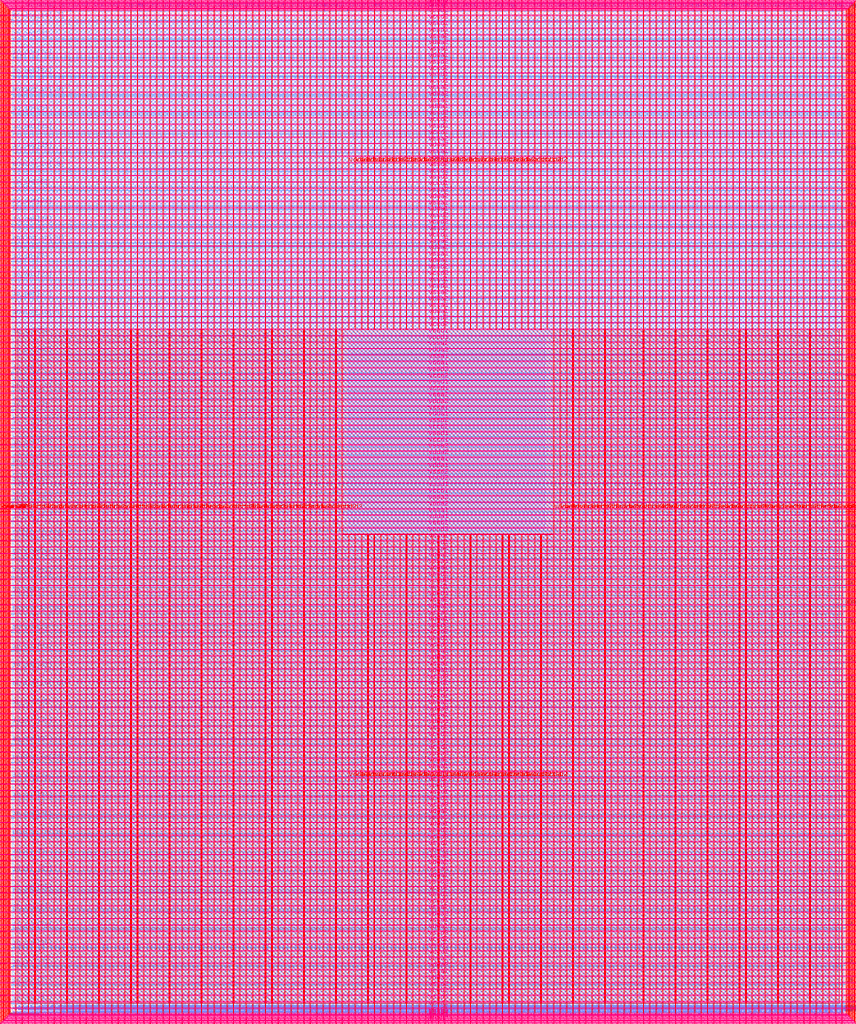
<source format=lef>
VERSION 5.7 ;
  NOWIREEXTENSIONATPIN ON ;
  DIVIDERCHAR "/" ;
  BUSBITCHARS "[]" ;
MACRO user_project_wrapper
  CLASS BLOCK ;
  FOREIGN user_project_wrapper ;
  ORIGIN 0.000 0.000 ;
  SIZE 2920.000 BY 3520.000 ;
  PIN analog_io[0]
    DIRECTION INOUT ;
    USE SIGNAL ;
    PORT
      LAYER met3 ;
        RECT 2917.600 1426.380 2924.800 1427.580 ;
    END
  END analog_io[0]
  PIN analog_io[10]
    DIRECTION INOUT ;
    USE SIGNAL ;
    PORT
      LAYER met2 ;
        RECT 2230.490 3517.600 2231.050 3524.800 ;
    END
  END analog_io[10]
  PIN analog_io[11]
    DIRECTION INOUT ;
    USE SIGNAL ;
    PORT
      LAYER met2 ;
        RECT 1905.730 3517.600 1906.290 3524.800 ;
    END
  END analog_io[11]
  PIN analog_io[12]
    DIRECTION INOUT ;
    USE SIGNAL ;
    PORT
      LAYER met2 ;
        RECT 1581.430 3517.600 1581.990 3524.800 ;
    END
  END analog_io[12]
  PIN analog_io[13]
    DIRECTION INOUT ;
    USE SIGNAL ;
    PORT
      LAYER met2 ;
        RECT 1257.130 3517.600 1257.690 3524.800 ;
    END
  END analog_io[13]
  PIN analog_io[14]
    DIRECTION INOUT ;
    USE SIGNAL ;
    PORT
      LAYER met2 ;
        RECT 932.370 3517.600 932.930 3524.800 ;
    END
  END analog_io[14]
  PIN analog_io[15]
    DIRECTION INOUT ;
    USE SIGNAL ;
    PORT
      LAYER met2 ;
        RECT 608.070 3517.600 608.630 3524.800 ;
    END
  END analog_io[15]
  PIN analog_io[16]
    DIRECTION INOUT ;
    USE SIGNAL ;
    PORT
      LAYER met2 ;
        RECT 283.770 3517.600 284.330 3524.800 ;
    END
  END analog_io[16]
  PIN analog_io[17]
    DIRECTION INOUT ;
    USE SIGNAL ;
    PORT
      LAYER met3 ;
        RECT -4.800 3486.100 2.400 3487.300 ;
    END
  END analog_io[17]
  PIN analog_io[18]
    DIRECTION INOUT ;
    USE SIGNAL ;
    PORT
      LAYER met3 ;
        RECT -4.800 3224.980 2.400 3226.180 ;
    END
  END analog_io[18]
  PIN analog_io[19]
    DIRECTION INOUT ;
    USE SIGNAL ;
    PORT
      LAYER met3 ;
        RECT -4.800 2964.540 2.400 2965.740 ;
    END
  END analog_io[19]
  PIN analog_io[1]
    DIRECTION INOUT ;
    USE SIGNAL ;
    PORT
      LAYER met3 ;
        RECT 2917.600 1692.260 2924.800 1693.460 ;
    END
  END analog_io[1]
  PIN analog_io[20]
    DIRECTION INOUT ;
    USE SIGNAL ;
    PORT
      LAYER met3 ;
        RECT -4.800 2703.420 2.400 2704.620 ;
    END
  END analog_io[20]
  PIN analog_io[21]
    DIRECTION INOUT ;
    USE SIGNAL ;
    PORT
      LAYER met3 ;
        RECT -4.800 2442.980 2.400 2444.180 ;
    END
  END analog_io[21]
  PIN analog_io[22]
    DIRECTION INOUT ;
    USE SIGNAL ;
    PORT
      LAYER met3 ;
        RECT -4.800 2182.540 2.400 2183.740 ;
    END
  END analog_io[22]
  PIN analog_io[23]
    DIRECTION INOUT ;
    USE SIGNAL ;
    PORT
      LAYER met3 ;
        RECT -4.800 1921.420 2.400 1922.620 ;
    END
  END analog_io[23]
  PIN analog_io[24]
    DIRECTION INOUT ;
    USE SIGNAL ;
    PORT
      LAYER met3 ;
        RECT -4.800 1660.980 2.400 1662.180 ;
    END
  END analog_io[24]
  PIN analog_io[25]
    DIRECTION INOUT ;
    USE SIGNAL ;
    PORT
      LAYER met3 ;
        RECT -4.800 1399.860 2.400 1401.060 ;
    END
  END analog_io[25]
  PIN analog_io[26]
    DIRECTION INOUT ;
    USE SIGNAL ;
    PORT
      LAYER met3 ;
        RECT -4.800 1139.420 2.400 1140.620 ;
    END
  END analog_io[26]
  PIN analog_io[27]
    DIRECTION INOUT ;
    USE SIGNAL ;
    PORT
      LAYER met3 ;
        RECT -4.800 878.980 2.400 880.180 ;
    END
  END analog_io[27]
  PIN analog_io[28]
    DIRECTION INOUT ;
    USE SIGNAL ;
    PORT
      LAYER met3 ;
        RECT -4.800 617.860 2.400 619.060 ;
    END
  END analog_io[28]
  PIN analog_io[2]
    DIRECTION INOUT ;
    USE SIGNAL ;
    PORT
      LAYER met3 ;
        RECT 2917.600 1958.140 2924.800 1959.340 ;
    END
  END analog_io[2]
  PIN analog_io[3]
    DIRECTION INOUT ;
    USE SIGNAL ;
    PORT
      LAYER met3 ;
        RECT 2917.600 2223.340 2924.800 2224.540 ;
    END
  END analog_io[3]
  PIN analog_io[4]
    DIRECTION INOUT ;
    USE SIGNAL ;
    PORT
      LAYER met3 ;
        RECT 2917.600 2489.220 2924.800 2490.420 ;
    END
  END analog_io[4]
  PIN analog_io[5]
    DIRECTION INOUT ;
    USE SIGNAL ;
    PORT
      LAYER met3 ;
        RECT 2917.600 2755.100 2924.800 2756.300 ;
    END
  END analog_io[5]
  PIN analog_io[6]
    DIRECTION INOUT ;
    USE SIGNAL ;
    PORT
      LAYER met3 ;
        RECT 2917.600 3020.300 2924.800 3021.500 ;
    END
  END analog_io[6]
  PIN analog_io[7]
    DIRECTION INOUT ;
    USE SIGNAL ;
    PORT
      LAYER met3 ;
        RECT 2917.600 3286.180 2924.800 3287.380 ;
    END
  END analog_io[7]
  PIN analog_io[8]
    DIRECTION INOUT ;
    USE SIGNAL ;
    PORT
      LAYER met2 ;
        RECT 2879.090 3517.600 2879.650 3524.800 ;
    END
  END analog_io[8]
  PIN analog_io[9]
    DIRECTION INOUT ;
    USE SIGNAL ;
    PORT
      LAYER met2 ;
        RECT 2554.790 3517.600 2555.350 3524.800 ;
    END
  END analog_io[9]
  PIN io_in[0]
    DIRECTION INPUT ;
    USE SIGNAL ;
    PORT
      LAYER met3 ;
        RECT 2917.600 32.380 2924.800 33.580 ;
    END
  END io_in[0]
  PIN io_in[10]
    DIRECTION INPUT ;
    USE SIGNAL ;
    PORT
      LAYER met3 ;
        RECT 2917.600 2289.980 2924.800 2291.180 ;
    END
  END io_in[10]
  PIN io_in[11]
    DIRECTION INPUT ;
    USE SIGNAL ;
    PORT
      LAYER met3 ;
        RECT 2917.600 2555.860 2924.800 2557.060 ;
    END
  END io_in[11]
  PIN io_in[12]
    DIRECTION INPUT ;
    USE SIGNAL ;
    PORT
      LAYER met3 ;
        RECT 2917.600 2821.060 2924.800 2822.260 ;
    END
  END io_in[12]
  PIN io_in[13]
    DIRECTION INPUT ;
    USE SIGNAL ;
    PORT
      LAYER met3 ;
        RECT 2917.600 3086.940 2924.800 3088.140 ;
    END
  END io_in[13]
  PIN io_in[14]
    DIRECTION INPUT ;
    USE SIGNAL ;
    PORT
      LAYER met3 ;
        RECT 2917.600 3352.820 2924.800 3354.020 ;
    END
  END io_in[14]
  PIN io_in[15]
    DIRECTION INPUT ;
    USE SIGNAL ;
    PORT
      LAYER met2 ;
        RECT 2798.130 3517.600 2798.690 3524.800 ;
    END
  END io_in[15]
  PIN io_in[16]
    DIRECTION INPUT ;
    USE SIGNAL ;
    PORT
      LAYER met2 ;
        RECT 2473.830 3517.600 2474.390 3524.800 ;
    END
  END io_in[16]
  PIN io_in[17]
    DIRECTION INPUT ;
    USE SIGNAL ;
    PORT
      LAYER met2 ;
        RECT 2149.070 3517.600 2149.630 3524.800 ;
    END
  END io_in[17]
  PIN io_in[18]
    DIRECTION INPUT ;
    USE SIGNAL ;
    PORT
      LAYER met2 ;
        RECT 1824.770 3517.600 1825.330 3524.800 ;
    END
  END io_in[18]
  PIN io_in[19]
    DIRECTION INPUT ;
    USE SIGNAL ;
    PORT
      LAYER met2 ;
        RECT 1500.470 3517.600 1501.030 3524.800 ;
    END
  END io_in[19]
  PIN io_in[1]
    DIRECTION INPUT ;
    USE SIGNAL ;
    PORT
      LAYER met3 ;
        RECT 2917.600 230.940 2924.800 232.140 ;
    END
  END io_in[1]
  PIN io_in[20]
    DIRECTION INPUT ;
    USE SIGNAL ;
    PORT
      LAYER met2 ;
        RECT 1175.710 3517.600 1176.270 3524.800 ;
    END
  END io_in[20]
  PIN io_in[21]
    DIRECTION INPUT ;
    USE SIGNAL ;
    PORT
      LAYER met2 ;
        RECT 851.410 3517.600 851.970 3524.800 ;
    END
  END io_in[21]
  PIN io_in[22]
    DIRECTION INPUT ;
    USE SIGNAL ;
    PORT
      LAYER met2 ;
        RECT 527.110 3517.600 527.670 3524.800 ;
    END
  END io_in[22]
  PIN io_in[23]
    DIRECTION INPUT ;
    USE SIGNAL ;
    PORT
      LAYER met2 ;
        RECT 202.350 3517.600 202.910 3524.800 ;
    END
  END io_in[23]
  PIN io_in[24]
    DIRECTION INPUT ;
    USE SIGNAL ;
    PORT
      LAYER met3 ;
        RECT -4.800 3420.820 2.400 3422.020 ;
    END
  END io_in[24]
  PIN io_in[25]
    DIRECTION INPUT ;
    USE SIGNAL ;
    PORT
      LAYER met3 ;
        RECT -4.800 3159.700 2.400 3160.900 ;
    END
  END io_in[25]
  PIN io_in[26]
    DIRECTION INPUT ;
    USE SIGNAL ;
    PORT
      LAYER met3 ;
        RECT -4.800 2899.260 2.400 2900.460 ;
    END
  END io_in[26]
  PIN io_in[27]
    DIRECTION INPUT ;
    USE SIGNAL ;
    PORT
      LAYER met3 ;
        RECT -4.800 2638.820 2.400 2640.020 ;
    END
  END io_in[27]
  PIN io_in[28]
    DIRECTION INPUT ;
    USE SIGNAL ;
    PORT
      LAYER met3 ;
        RECT -4.800 2377.700 2.400 2378.900 ;
    END
  END io_in[28]
  PIN io_in[29]
    DIRECTION INPUT ;
    USE SIGNAL ;
    PORT
      LAYER met3 ;
        RECT -4.800 2117.260 2.400 2118.460 ;
    END
  END io_in[29]
  PIN io_in[2]
    DIRECTION INPUT ;
    USE SIGNAL ;
    PORT
      LAYER met3 ;
        RECT 2917.600 430.180 2924.800 431.380 ;
    END
  END io_in[2]
  PIN io_in[30]
    DIRECTION INPUT ;
    USE SIGNAL ;
    PORT
      LAYER met3 ;
        RECT -4.800 1856.140 2.400 1857.340 ;
    END
  END io_in[30]
  PIN io_in[31]
    DIRECTION INPUT ;
    USE SIGNAL ;
    PORT
      LAYER met3 ;
        RECT -4.800 1595.700 2.400 1596.900 ;
    END
  END io_in[31]
  PIN io_in[32]
    DIRECTION INPUT ;
    USE SIGNAL ;
    PORT
      LAYER met3 ;
        RECT -4.800 1335.260 2.400 1336.460 ;
    END
  END io_in[32]
  PIN io_in[33]
    DIRECTION INPUT ;
    USE SIGNAL ;
    PORT
      LAYER met3 ;
        RECT -4.800 1074.140 2.400 1075.340 ;
    END
  END io_in[33]
  PIN io_in[34]
    DIRECTION INPUT ;
    USE SIGNAL ;
    PORT
      LAYER met3 ;
        RECT -4.800 813.700 2.400 814.900 ;
    END
  END io_in[34]
  PIN io_in[35]
    DIRECTION INPUT ;
    USE SIGNAL ;
    PORT
      LAYER met3 ;
        RECT -4.800 552.580 2.400 553.780 ;
    END
  END io_in[35]
  PIN io_in[36]
    DIRECTION INPUT ;
    USE SIGNAL ;
    PORT
      LAYER met3 ;
        RECT -4.800 357.420 2.400 358.620 ;
    END
  END io_in[36]
  PIN io_in[37]
    DIRECTION INPUT ;
    USE SIGNAL ;
    PORT
      LAYER met3 ;
        RECT -4.800 161.580 2.400 162.780 ;
    END
  END io_in[37]
  PIN io_in[3]
    DIRECTION INPUT ;
    USE SIGNAL ;
    PORT
      LAYER met3 ;
        RECT 2917.600 629.420 2924.800 630.620 ;
    END
  END io_in[3]
  PIN io_in[4]
    DIRECTION INPUT ;
    USE SIGNAL ;
    PORT
      LAYER met3 ;
        RECT 2917.600 828.660 2924.800 829.860 ;
    END
  END io_in[4]
  PIN io_in[5]
    DIRECTION INPUT ;
    USE SIGNAL ;
    PORT
      LAYER met3 ;
        RECT 2917.600 1027.900 2924.800 1029.100 ;
    END
  END io_in[5]
  PIN io_in[6]
    DIRECTION INPUT ;
    USE SIGNAL ;
    PORT
      LAYER met3 ;
        RECT 2917.600 1227.140 2924.800 1228.340 ;
    END
  END io_in[6]
  PIN io_in[7]
    DIRECTION INPUT ;
    USE SIGNAL ;
    PORT
      LAYER met3 ;
        RECT 2917.600 1493.020 2924.800 1494.220 ;
    END
  END io_in[7]
  PIN io_in[8]
    DIRECTION INPUT ;
    USE SIGNAL ;
    PORT
      LAYER met3 ;
        RECT 2917.600 1758.900 2924.800 1760.100 ;
    END
  END io_in[8]
  PIN io_in[9]
    DIRECTION INPUT ;
    USE SIGNAL ;
    PORT
      LAYER met3 ;
        RECT 2917.600 2024.100 2924.800 2025.300 ;
    END
  END io_in[9]
  PIN io_oeb[0]
    DIRECTION OUTPUT TRISTATE ;
    USE SIGNAL ;
    PORT
      LAYER met3 ;
        RECT 2917.600 164.980 2924.800 166.180 ;
    END
  END io_oeb[0]
  PIN io_oeb[10]
    DIRECTION OUTPUT TRISTATE ;
    USE SIGNAL ;
    PORT
      LAYER met3 ;
        RECT 2917.600 2422.580 2924.800 2423.780 ;
    END
  END io_oeb[10]
  PIN io_oeb[11]
    DIRECTION OUTPUT TRISTATE ;
    USE SIGNAL ;
    PORT
      LAYER met3 ;
        RECT 2917.600 2688.460 2924.800 2689.660 ;
    END
  END io_oeb[11]
  PIN io_oeb[12]
    DIRECTION OUTPUT TRISTATE ;
    USE SIGNAL ;
    PORT
      LAYER met3 ;
        RECT 2917.600 2954.340 2924.800 2955.540 ;
    END
  END io_oeb[12]
  PIN io_oeb[13]
    DIRECTION OUTPUT TRISTATE ;
    USE SIGNAL ;
    PORT
      LAYER met3 ;
        RECT 2917.600 3219.540 2924.800 3220.740 ;
    END
  END io_oeb[13]
  PIN io_oeb[14]
    DIRECTION OUTPUT TRISTATE ;
    USE SIGNAL ;
    PORT
      LAYER met3 ;
        RECT 2917.600 3485.420 2924.800 3486.620 ;
    END
  END io_oeb[14]
  PIN io_oeb[15]
    DIRECTION OUTPUT TRISTATE ;
    USE SIGNAL ;
    PORT
      LAYER met2 ;
        RECT 2635.750 3517.600 2636.310 3524.800 ;
    END
  END io_oeb[15]
  PIN io_oeb[16]
    DIRECTION OUTPUT TRISTATE ;
    USE SIGNAL ;
    PORT
      LAYER met2 ;
        RECT 2311.450 3517.600 2312.010 3524.800 ;
    END
  END io_oeb[16]
  PIN io_oeb[17]
    DIRECTION OUTPUT TRISTATE ;
    USE SIGNAL ;
    PORT
      LAYER met2 ;
        RECT 1987.150 3517.600 1987.710 3524.800 ;
    END
  END io_oeb[17]
  PIN io_oeb[18]
    DIRECTION OUTPUT TRISTATE ;
    USE SIGNAL ;
    PORT
      LAYER met2 ;
        RECT 1662.390 3517.600 1662.950 3524.800 ;
    END
  END io_oeb[18]
  PIN io_oeb[19]
    DIRECTION OUTPUT TRISTATE ;
    USE SIGNAL ;
    PORT
      LAYER met2 ;
        RECT 1338.090 3517.600 1338.650 3524.800 ;
    END
  END io_oeb[19]
  PIN io_oeb[1]
    DIRECTION OUTPUT TRISTATE ;
    USE SIGNAL ;
    PORT
      LAYER met3 ;
        RECT 2917.600 364.220 2924.800 365.420 ;
    END
  END io_oeb[1]
  PIN io_oeb[20]
    DIRECTION OUTPUT TRISTATE ;
    USE SIGNAL ;
    PORT
      LAYER met2 ;
        RECT 1013.790 3517.600 1014.350 3524.800 ;
    END
  END io_oeb[20]
  PIN io_oeb[21]
    DIRECTION OUTPUT TRISTATE ;
    USE SIGNAL ;
    PORT
      LAYER met2 ;
        RECT 689.030 3517.600 689.590 3524.800 ;
    END
  END io_oeb[21]
  PIN io_oeb[22]
    DIRECTION OUTPUT TRISTATE ;
    USE SIGNAL ;
    PORT
      LAYER met2 ;
        RECT 364.730 3517.600 365.290 3524.800 ;
    END
  END io_oeb[22]
  PIN io_oeb[23]
    DIRECTION OUTPUT TRISTATE ;
    USE SIGNAL ;
    PORT
      LAYER met2 ;
        RECT 40.430 3517.600 40.990 3524.800 ;
    END
  END io_oeb[23]
  PIN io_oeb[24]
    DIRECTION OUTPUT TRISTATE ;
    USE SIGNAL ;
    PORT
      LAYER met3 ;
        RECT -4.800 3290.260 2.400 3291.460 ;
    END
  END io_oeb[24]
  PIN io_oeb[25]
    DIRECTION OUTPUT TRISTATE ;
    USE SIGNAL ;
    PORT
      LAYER met3 ;
        RECT -4.800 3029.820 2.400 3031.020 ;
    END
  END io_oeb[25]
  PIN io_oeb[26]
    DIRECTION OUTPUT TRISTATE ;
    USE SIGNAL ;
    PORT
      LAYER met3 ;
        RECT -4.800 2768.700 2.400 2769.900 ;
    END
  END io_oeb[26]
  PIN io_oeb[27]
    DIRECTION OUTPUT TRISTATE ;
    USE SIGNAL ;
    PORT
      LAYER met3 ;
        RECT -4.800 2508.260 2.400 2509.460 ;
    END
  END io_oeb[27]
  PIN io_oeb[28]
    DIRECTION OUTPUT TRISTATE ;
    USE SIGNAL ;
    PORT
      LAYER met3 ;
        RECT -4.800 2247.140 2.400 2248.340 ;
    END
  END io_oeb[28]
  PIN io_oeb[29]
    DIRECTION OUTPUT TRISTATE ;
    USE SIGNAL ;
    PORT
      LAYER met3 ;
        RECT -4.800 1986.700 2.400 1987.900 ;
    END
  END io_oeb[29]
  PIN io_oeb[2]
    DIRECTION OUTPUT TRISTATE ;
    USE SIGNAL ;
    PORT
      LAYER met3 ;
        RECT 2917.600 563.460 2924.800 564.660 ;
    END
  END io_oeb[2]
  PIN io_oeb[30]
    DIRECTION OUTPUT TRISTATE ;
    USE SIGNAL ;
    PORT
      LAYER met3 ;
        RECT -4.800 1726.260 2.400 1727.460 ;
    END
  END io_oeb[30]
  PIN io_oeb[31]
    DIRECTION OUTPUT TRISTATE ;
    USE SIGNAL ;
    PORT
      LAYER met3 ;
        RECT -4.800 1465.140 2.400 1466.340 ;
    END
  END io_oeb[31]
  PIN io_oeb[32]
    DIRECTION OUTPUT TRISTATE ;
    USE SIGNAL ;
    PORT
      LAYER met3 ;
        RECT -4.800 1204.700 2.400 1205.900 ;
    END
  END io_oeb[32]
  PIN io_oeb[33]
    DIRECTION OUTPUT TRISTATE ;
    USE SIGNAL ;
    PORT
      LAYER met3 ;
        RECT -4.800 943.580 2.400 944.780 ;
    END
  END io_oeb[33]
  PIN io_oeb[34]
    DIRECTION OUTPUT TRISTATE ;
    USE SIGNAL ;
    PORT
      LAYER met3 ;
        RECT -4.800 683.140 2.400 684.340 ;
    END
  END io_oeb[34]
  PIN io_oeb[35]
    DIRECTION OUTPUT TRISTATE ;
    USE SIGNAL ;
    PORT
      LAYER met3 ;
        RECT -4.800 422.700 2.400 423.900 ;
    END
  END io_oeb[35]
  PIN io_oeb[36]
    DIRECTION OUTPUT TRISTATE ;
    USE SIGNAL ;
    PORT
      LAYER met3 ;
        RECT -4.800 226.860 2.400 228.060 ;
    END
  END io_oeb[36]
  PIN io_oeb[37]
    DIRECTION OUTPUT TRISTATE ;
    USE SIGNAL ;
    PORT
      LAYER met3 ;
        RECT -4.800 31.700 2.400 32.900 ;
    END
  END io_oeb[37]
  PIN io_oeb[3]
    DIRECTION OUTPUT TRISTATE ;
    USE SIGNAL ;
    PORT
      LAYER met3 ;
        RECT 2917.600 762.700 2924.800 763.900 ;
    END
  END io_oeb[3]
  PIN io_oeb[4]
    DIRECTION OUTPUT TRISTATE ;
    USE SIGNAL ;
    PORT
      LAYER met3 ;
        RECT 2917.600 961.940 2924.800 963.140 ;
    END
  END io_oeb[4]
  PIN io_oeb[5]
    DIRECTION OUTPUT TRISTATE ;
    USE SIGNAL ;
    PORT
      LAYER met3 ;
        RECT 2917.600 1161.180 2924.800 1162.380 ;
    END
  END io_oeb[5]
  PIN io_oeb[6]
    DIRECTION OUTPUT TRISTATE ;
    USE SIGNAL ;
    PORT
      LAYER met3 ;
        RECT 2917.600 1360.420 2924.800 1361.620 ;
    END
  END io_oeb[6]
  PIN io_oeb[7]
    DIRECTION OUTPUT TRISTATE ;
    USE SIGNAL ;
    PORT
      LAYER met3 ;
        RECT 2917.600 1625.620 2924.800 1626.820 ;
    END
  END io_oeb[7]
  PIN io_oeb[8]
    DIRECTION OUTPUT TRISTATE ;
    USE SIGNAL ;
    PORT
      LAYER met3 ;
        RECT 2917.600 1891.500 2924.800 1892.700 ;
    END
  END io_oeb[8]
  PIN io_oeb[9]
    DIRECTION OUTPUT TRISTATE ;
    USE SIGNAL ;
    PORT
      LAYER met3 ;
        RECT 2917.600 2157.380 2924.800 2158.580 ;
    END
  END io_oeb[9]
  PIN io_out[0]
    DIRECTION OUTPUT TRISTATE ;
    USE SIGNAL ;
    PORT
      LAYER met3 ;
        RECT 2917.600 98.340 2924.800 99.540 ;
    END
  END io_out[0]
  PIN io_out[10]
    DIRECTION OUTPUT TRISTATE ;
    USE SIGNAL ;
    PORT
      LAYER met3 ;
        RECT 2917.600 2356.620 2924.800 2357.820 ;
    END
  END io_out[10]
  PIN io_out[11]
    DIRECTION OUTPUT TRISTATE ;
    USE SIGNAL ;
    PORT
      LAYER met3 ;
        RECT 2917.600 2621.820 2924.800 2623.020 ;
    END
  END io_out[11]
  PIN io_out[12]
    DIRECTION OUTPUT TRISTATE ;
    USE SIGNAL ;
    PORT
      LAYER met3 ;
        RECT 2917.600 2887.700 2924.800 2888.900 ;
    END
  END io_out[12]
  PIN io_out[13]
    DIRECTION OUTPUT TRISTATE ;
    USE SIGNAL ;
    PORT
      LAYER met3 ;
        RECT 2917.600 3153.580 2924.800 3154.780 ;
    END
  END io_out[13]
  PIN io_out[14]
    DIRECTION OUTPUT TRISTATE ;
    USE SIGNAL ;
    PORT
      LAYER met3 ;
        RECT 2917.600 3418.780 2924.800 3419.980 ;
    END
  END io_out[14]
  PIN io_out[15]
    DIRECTION OUTPUT TRISTATE ;
    USE SIGNAL ;
    PORT
      LAYER met2 ;
        RECT 2717.170 3517.600 2717.730 3524.800 ;
    END
  END io_out[15]
  PIN io_out[16]
    DIRECTION OUTPUT TRISTATE ;
    USE SIGNAL ;
    PORT
      LAYER met2 ;
        RECT 2392.410 3517.600 2392.970 3524.800 ;
    END
  END io_out[16]
  PIN io_out[17]
    DIRECTION OUTPUT TRISTATE ;
    USE SIGNAL ;
    PORT
      LAYER met2 ;
        RECT 2068.110 3517.600 2068.670 3524.800 ;
    END
  END io_out[17]
  PIN io_out[18]
    DIRECTION OUTPUT TRISTATE ;
    USE SIGNAL ;
    PORT
      LAYER met2 ;
        RECT 1743.810 3517.600 1744.370 3524.800 ;
    END
  END io_out[18]
  PIN io_out[19]
    DIRECTION OUTPUT TRISTATE ;
    USE SIGNAL ;
    PORT
      LAYER met2 ;
        RECT 1419.050 3517.600 1419.610 3524.800 ;
    END
  END io_out[19]
  PIN io_out[1]
    DIRECTION OUTPUT TRISTATE ;
    USE SIGNAL ;
    PORT
      LAYER met3 ;
        RECT 2917.600 297.580 2924.800 298.780 ;
    END
  END io_out[1]
  PIN io_out[20]
    DIRECTION OUTPUT TRISTATE ;
    USE SIGNAL ;
    PORT
      LAYER met2 ;
        RECT 1094.750 3517.600 1095.310 3524.800 ;
    END
  END io_out[20]
  PIN io_out[21]
    DIRECTION OUTPUT TRISTATE ;
    USE SIGNAL ;
    PORT
      LAYER met2 ;
        RECT 770.450 3517.600 771.010 3524.800 ;
    END
  END io_out[21]
  PIN io_out[22]
    DIRECTION OUTPUT TRISTATE ;
    USE SIGNAL ;
    PORT
      LAYER met2 ;
        RECT 445.690 3517.600 446.250 3524.800 ;
    END
  END io_out[22]
  PIN io_out[23]
    DIRECTION OUTPUT TRISTATE ;
    USE SIGNAL ;
    PORT
      LAYER met2 ;
        RECT 121.390 3517.600 121.950 3524.800 ;
    END
  END io_out[23]
  PIN io_out[24]
    DIRECTION OUTPUT TRISTATE ;
    USE SIGNAL ;
    PORT
      LAYER met3 ;
        RECT -4.800 3355.540 2.400 3356.740 ;
    END
  END io_out[24]
  PIN io_out[25]
    DIRECTION OUTPUT TRISTATE ;
    USE SIGNAL ;
    PORT
      LAYER met3 ;
        RECT -4.800 3095.100 2.400 3096.300 ;
    END
  END io_out[25]
  PIN io_out[26]
    DIRECTION OUTPUT TRISTATE ;
    USE SIGNAL ;
    PORT
      LAYER met3 ;
        RECT -4.800 2833.980 2.400 2835.180 ;
    END
  END io_out[26]
  PIN io_out[27]
    DIRECTION OUTPUT TRISTATE ;
    USE SIGNAL ;
    PORT
      LAYER met3 ;
        RECT -4.800 2573.540 2.400 2574.740 ;
    END
  END io_out[27]
  PIN io_out[28]
    DIRECTION OUTPUT TRISTATE ;
    USE SIGNAL ;
    PORT
      LAYER met3 ;
        RECT -4.800 2312.420 2.400 2313.620 ;
    END
  END io_out[28]
  PIN io_out[29]
    DIRECTION OUTPUT TRISTATE ;
    USE SIGNAL ;
    PORT
      LAYER met3 ;
        RECT -4.800 2051.980 2.400 2053.180 ;
    END
  END io_out[29]
  PIN io_out[2]
    DIRECTION OUTPUT TRISTATE ;
    USE SIGNAL ;
    PORT
      LAYER met3 ;
        RECT 2917.600 496.820 2924.800 498.020 ;
    END
  END io_out[2]
  PIN io_out[30]
    DIRECTION OUTPUT TRISTATE ;
    USE SIGNAL ;
    PORT
      LAYER met3 ;
        RECT -4.800 1791.540 2.400 1792.740 ;
    END
  END io_out[30]
  PIN io_out[31]
    DIRECTION OUTPUT TRISTATE ;
    USE SIGNAL ;
    PORT
      LAYER met3 ;
        RECT -4.800 1530.420 2.400 1531.620 ;
    END
  END io_out[31]
  PIN io_out[32]
    DIRECTION OUTPUT TRISTATE ;
    USE SIGNAL ;
    PORT
      LAYER met3 ;
        RECT -4.800 1269.980 2.400 1271.180 ;
    END
  END io_out[32]
  PIN io_out[33]
    DIRECTION OUTPUT TRISTATE ;
    USE SIGNAL ;
    PORT
      LAYER met3 ;
        RECT -4.800 1008.860 2.400 1010.060 ;
    END
  END io_out[33]
  PIN io_out[34]
    DIRECTION OUTPUT TRISTATE ;
    USE SIGNAL ;
    PORT
      LAYER met3 ;
        RECT -4.800 748.420 2.400 749.620 ;
    END
  END io_out[34]
  PIN io_out[35]
    DIRECTION OUTPUT TRISTATE ;
    USE SIGNAL ;
    PORT
      LAYER met3 ;
        RECT -4.800 487.300 2.400 488.500 ;
    END
  END io_out[35]
  PIN io_out[36]
    DIRECTION OUTPUT TRISTATE ;
    USE SIGNAL ;
    PORT
      LAYER met3 ;
        RECT -4.800 292.140 2.400 293.340 ;
    END
  END io_out[36]
  PIN io_out[37]
    DIRECTION OUTPUT TRISTATE ;
    USE SIGNAL ;
    PORT
      LAYER met3 ;
        RECT -4.800 96.300 2.400 97.500 ;
    END
  END io_out[37]
  PIN io_out[3]
    DIRECTION OUTPUT TRISTATE ;
    USE SIGNAL ;
    PORT
      LAYER met3 ;
        RECT 2917.600 696.060 2924.800 697.260 ;
    END
  END io_out[3]
  PIN io_out[4]
    DIRECTION OUTPUT TRISTATE ;
    USE SIGNAL ;
    PORT
      LAYER met3 ;
        RECT 2917.600 895.300 2924.800 896.500 ;
    END
  END io_out[4]
  PIN io_out[5]
    DIRECTION OUTPUT TRISTATE ;
    USE SIGNAL ;
    PORT
      LAYER met3 ;
        RECT 2917.600 1094.540 2924.800 1095.740 ;
    END
  END io_out[5]
  PIN io_out[6]
    DIRECTION OUTPUT TRISTATE ;
    USE SIGNAL ;
    PORT
      LAYER met3 ;
        RECT 2917.600 1293.780 2924.800 1294.980 ;
    END
  END io_out[6]
  PIN io_out[7]
    DIRECTION OUTPUT TRISTATE ;
    USE SIGNAL ;
    PORT
      LAYER met3 ;
        RECT 2917.600 1559.660 2924.800 1560.860 ;
    END
  END io_out[7]
  PIN io_out[8]
    DIRECTION OUTPUT TRISTATE ;
    USE SIGNAL ;
    PORT
      LAYER met3 ;
        RECT 2917.600 1824.860 2924.800 1826.060 ;
    END
  END io_out[8]
  PIN io_out[9]
    DIRECTION OUTPUT TRISTATE ;
    USE SIGNAL ;
    PORT
      LAYER met3 ;
        RECT 2917.600 2090.740 2924.800 2091.940 ;
    END
  END io_out[9]
  PIN la_data_in[0]
    DIRECTION INPUT ;
    USE SIGNAL ;
    PORT
      LAYER met2 ;
        RECT 629.230 -4.800 629.790 2.400 ;
    END
  END la_data_in[0]
  PIN la_data_in[100]
    DIRECTION INPUT ;
    USE SIGNAL ;
    PORT
      LAYER met2 ;
        RECT 2402.530 -4.800 2403.090 2.400 ;
    END
  END la_data_in[100]
  PIN la_data_in[101]
    DIRECTION INPUT ;
    USE SIGNAL ;
    PORT
      LAYER met2 ;
        RECT 2420.010 -4.800 2420.570 2.400 ;
    END
  END la_data_in[101]
  PIN la_data_in[102]
    DIRECTION INPUT ;
    USE SIGNAL ;
    PORT
      LAYER met2 ;
        RECT 2437.950 -4.800 2438.510 2.400 ;
    END
  END la_data_in[102]
  PIN la_data_in[103]
    DIRECTION INPUT ;
    USE SIGNAL ;
    PORT
      LAYER met2 ;
        RECT 2455.430 -4.800 2455.990 2.400 ;
    END
  END la_data_in[103]
  PIN la_data_in[104]
    DIRECTION INPUT ;
    USE SIGNAL ;
    PORT
      LAYER met2 ;
        RECT 2473.370 -4.800 2473.930 2.400 ;
    END
  END la_data_in[104]
  PIN la_data_in[105]
    DIRECTION INPUT ;
    USE SIGNAL ;
    PORT
      LAYER met2 ;
        RECT 2490.850 -4.800 2491.410 2.400 ;
    END
  END la_data_in[105]
  PIN la_data_in[106]
    DIRECTION INPUT ;
    USE SIGNAL ;
    PORT
      LAYER met2 ;
        RECT 2508.790 -4.800 2509.350 2.400 ;
    END
  END la_data_in[106]
  PIN la_data_in[107]
    DIRECTION INPUT ;
    USE SIGNAL ;
    PORT
      LAYER met2 ;
        RECT 2526.730 -4.800 2527.290 2.400 ;
    END
  END la_data_in[107]
  PIN la_data_in[108]
    DIRECTION INPUT ;
    USE SIGNAL ;
    PORT
      LAYER met2 ;
        RECT 2544.210 -4.800 2544.770 2.400 ;
    END
  END la_data_in[108]
  PIN la_data_in[109]
    DIRECTION INPUT ;
    USE SIGNAL ;
    PORT
      LAYER met2 ;
        RECT 2562.150 -4.800 2562.710 2.400 ;
    END
  END la_data_in[109]
  PIN la_data_in[10]
    DIRECTION INPUT ;
    USE SIGNAL ;
    PORT
      LAYER met2 ;
        RECT 806.330 -4.800 806.890 2.400 ;
    END
  END la_data_in[10]
  PIN la_data_in[110]
    DIRECTION INPUT ;
    USE SIGNAL ;
    PORT
      LAYER met2 ;
        RECT 2579.630 -4.800 2580.190 2.400 ;
    END
  END la_data_in[110]
  PIN la_data_in[111]
    DIRECTION INPUT ;
    USE SIGNAL ;
    PORT
      LAYER met2 ;
        RECT 2597.570 -4.800 2598.130 2.400 ;
    END
  END la_data_in[111]
  PIN la_data_in[112]
    DIRECTION INPUT ;
    USE SIGNAL ;
    PORT
      LAYER met2 ;
        RECT 2615.050 -4.800 2615.610 2.400 ;
    END
  END la_data_in[112]
  PIN la_data_in[113]
    DIRECTION INPUT ;
    USE SIGNAL ;
    PORT
      LAYER met2 ;
        RECT 2632.990 -4.800 2633.550 2.400 ;
    END
  END la_data_in[113]
  PIN la_data_in[114]
    DIRECTION INPUT ;
    USE SIGNAL ;
    PORT
      LAYER met2 ;
        RECT 2650.470 -4.800 2651.030 2.400 ;
    END
  END la_data_in[114]
  PIN la_data_in[115]
    DIRECTION INPUT ;
    USE SIGNAL ;
    PORT
      LAYER met2 ;
        RECT 2668.410 -4.800 2668.970 2.400 ;
    END
  END la_data_in[115]
  PIN la_data_in[116]
    DIRECTION INPUT ;
    USE SIGNAL ;
    PORT
      LAYER met2 ;
        RECT 2685.890 -4.800 2686.450 2.400 ;
    END
  END la_data_in[116]
  PIN la_data_in[117]
    DIRECTION INPUT ;
    USE SIGNAL ;
    PORT
      LAYER met2 ;
        RECT 2703.830 -4.800 2704.390 2.400 ;
    END
  END la_data_in[117]
  PIN la_data_in[118]
    DIRECTION INPUT ;
    USE SIGNAL ;
    PORT
      LAYER met2 ;
        RECT 2721.770 -4.800 2722.330 2.400 ;
    END
  END la_data_in[118]
  PIN la_data_in[119]
    DIRECTION INPUT ;
    USE SIGNAL ;
    PORT
      LAYER met2 ;
        RECT 2739.250 -4.800 2739.810 2.400 ;
    END
  END la_data_in[119]
  PIN la_data_in[11]
    DIRECTION INPUT ;
    USE SIGNAL ;
    PORT
      LAYER met2 ;
        RECT 824.270 -4.800 824.830 2.400 ;
    END
  END la_data_in[11]
  PIN la_data_in[120]
    DIRECTION INPUT ;
    USE SIGNAL ;
    PORT
      LAYER met2 ;
        RECT 2757.190 -4.800 2757.750 2.400 ;
    END
  END la_data_in[120]
  PIN la_data_in[121]
    DIRECTION INPUT ;
    USE SIGNAL ;
    PORT
      LAYER met2 ;
        RECT 2774.670 -4.800 2775.230 2.400 ;
    END
  END la_data_in[121]
  PIN la_data_in[122]
    DIRECTION INPUT ;
    USE SIGNAL ;
    PORT
      LAYER met2 ;
        RECT 2792.610 -4.800 2793.170 2.400 ;
    END
  END la_data_in[122]
  PIN la_data_in[123]
    DIRECTION INPUT ;
    USE SIGNAL ;
    PORT
      LAYER met2 ;
        RECT 2810.090 -4.800 2810.650 2.400 ;
    END
  END la_data_in[123]
  PIN la_data_in[124]
    DIRECTION INPUT ;
    USE SIGNAL ;
    PORT
      LAYER met2 ;
        RECT 2828.030 -4.800 2828.590 2.400 ;
    END
  END la_data_in[124]
  PIN la_data_in[125]
    DIRECTION INPUT ;
    USE SIGNAL ;
    PORT
      LAYER met2 ;
        RECT 2845.510 -4.800 2846.070 2.400 ;
    END
  END la_data_in[125]
  PIN la_data_in[126]
    DIRECTION INPUT ;
    USE SIGNAL ;
    PORT
      LAYER met2 ;
        RECT 2863.450 -4.800 2864.010 2.400 ;
    END
  END la_data_in[126]
  PIN la_data_in[127]
    DIRECTION INPUT ;
    USE SIGNAL ;
    PORT
      LAYER met2 ;
        RECT 2881.390 -4.800 2881.950 2.400 ;
    END
  END la_data_in[127]
  PIN la_data_in[12]
    DIRECTION INPUT ;
    USE SIGNAL ;
    PORT
      LAYER met2 ;
        RECT 841.750 -4.800 842.310 2.400 ;
    END
  END la_data_in[12]
  PIN la_data_in[13]
    DIRECTION INPUT ;
    USE SIGNAL ;
    PORT
      LAYER met2 ;
        RECT 859.690 -4.800 860.250 2.400 ;
    END
  END la_data_in[13]
  PIN la_data_in[14]
    DIRECTION INPUT ;
    USE SIGNAL ;
    PORT
      LAYER met2 ;
        RECT 877.170 -4.800 877.730 2.400 ;
    END
  END la_data_in[14]
  PIN la_data_in[15]
    DIRECTION INPUT ;
    USE SIGNAL ;
    PORT
      LAYER met2 ;
        RECT 895.110 -4.800 895.670 2.400 ;
    END
  END la_data_in[15]
  PIN la_data_in[16]
    DIRECTION INPUT ;
    USE SIGNAL ;
    PORT
      LAYER met2 ;
        RECT 912.590 -4.800 913.150 2.400 ;
    END
  END la_data_in[16]
  PIN la_data_in[17]
    DIRECTION INPUT ;
    USE SIGNAL ;
    PORT
      LAYER met2 ;
        RECT 930.530 -4.800 931.090 2.400 ;
    END
  END la_data_in[17]
  PIN la_data_in[18]
    DIRECTION INPUT ;
    USE SIGNAL ;
    PORT
      LAYER met2 ;
        RECT 948.470 -4.800 949.030 2.400 ;
    END
  END la_data_in[18]
  PIN la_data_in[19]
    DIRECTION INPUT ;
    USE SIGNAL ;
    PORT
      LAYER met2 ;
        RECT 965.950 -4.800 966.510 2.400 ;
    END
  END la_data_in[19]
  PIN la_data_in[1]
    DIRECTION INPUT ;
    USE SIGNAL ;
    PORT
      LAYER met2 ;
        RECT 646.710 -4.800 647.270 2.400 ;
    END
  END la_data_in[1]
  PIN la_data_in[20]
    DIRECTION INPUT ;
    USE SIGNAL ;
    PORT
      LAYER met2 ;
        RECT 983.890 -4.800 984.450 2.400 ;
    END
  END la_data_in[20]
  PIN la_data_in[21]
    DIRECTION INPUT ;
    USE SIGNAL ;
    PORT
      LAYER met2 ;
        RECT 1001.370 -4.800 1001.930 2.400 ;
    END
  END la_data_in[21]
  PIN la_data_in[22]
    DIRECTION INPUT ;
    USE SIGNAL ;
    PORT
      LAYER met2 ;
        RECT 1019.310 -4.800 1019.870 2.400 ;
    END
  END la_data_in[22]
  PIN la_data_in[23]
    DIRECTION INPUT ;
    USE SIGNAL ;
    PORT
      LAYER met2 ;
        RECT 1036.790 -4.800 1037.350 2.400 ;
    END
  END la_data_in[23]
  PIN la_data_in[24]
    DIRECTION INPUT ;
    USE SIGNAL ;
    PORT
      LAYER met2 ;
        RECT 1054.730 -4.800 1055.290 2.400 ;
    END
  END la_data_in[24]
  PIN la_data_in[25]
    DIRECTION INPUT ;
    USE SIGNAL ;
    PORT
      LAYER met2 ;
        RECT 1072.210 -4.800 1072.770 2.400 ;
    END
  END la_data_in[25]
  PIN la_data_in[26]
    DIRECTION INPUT ;
    USE SIGNAL ;
    PORT
      LAYER met2 ;
        RECT 1090.150 -4.800 1090.710 2.400 ;
    END
  END la_data_in[26]
  PIN la_data_in[27]
    DIRECTION INPUT ;
    USE SIGNAL ;
    PORT
      LAYER met2 ;
        RECT 1107.630 -4.800 1108.190 2.400 ;
    END
  END la_data_in[27]
  PIN la_data_in[28]
    DIRECTION INPUT ;
    USE SIGNAL ;
    PORT
      LAYER met2 ;
        RECT 1125.570 -4.800 1126.130 2.400 ;
    END
  END la_data_in[28]
  PIN la_data_in[29]
    DIRECTION INPUT ;
    USE SIGNAL ;
    PORT
      LAYER met2 ;
        RECT 1143.510 -4.800 1144.070 2.400 ;
    END
  END la_data_in[29]
  PIN la_data_in[2]
    DIRECTION INPUT ;
    USE SIGNAL ;
    PORT
      LAYER met2 ;
        RECT 664.650 -4.800 665.210 2.400 ;
    END
  END la_data_in[2]
  PIN la_data_in[30]
    DIRECTION INPUT ;
    USE SIGNAL ;
    PORT
      LAYER met2 ;
        RECT 1160.990 -4.800 1161.550 2.400 ;
    END
  END la_data_in[30]
  PIN la_data_in[31]
    DIRECTION INPUT ;
    USE SIGNAL ;
    PORT
      LAYER met2 ;
        RECT 1178.930 -4.800 1179.490 2.400 ;
    END
  END la_data_in[31]
  PIN la_data_in[32]
    DIRECTION INPUT ;
    USE SIGNAL ;
    PORT
      LAYER met2 ;
        RECT 1196.410 -4.800 1196.970 2.400 ;
    END
  END la_data_in[32]
  PIN la_data_in[33]
    DIRECTION INPUT ;
    USE SIGNAL ;
    PORT
      LAYER met2 ;
        RECT 1214.350 -4.800 1214.910 2.400 ;
    END
  END la_data_in[33]
  PIN la_data_in[34]
    DIRECTION INPUT ;
    USE SIGNAL ;
    PORT
      LAYER met2 ;
        RECT 1231.830 -4.800 1232.390 2.400 ;
    END
  END la_data_in[34]
  PIN la_data_in[35]
    DIRECTION INPUT ;
    USE SIGNAL ;
    PORT
      LAYER met2 ;
        RECT 1249.770 -4.800 1250.330 2.400 ;
    END
  END la_data_in[35]
  PIN la_data_in[36]
    DIRECTION INPUT ;
    USE SIGNAL ;
    PORT
      LAYER met2 ;
        RECT 1267.250 -4.800 1267.810 2.400 ;
    END
  END la_data_in[36]
  PIN la_data_in[37]
    DIRECTION INPUT ;
    USE SIGNAL ;
    PORT
      LAYER met2 ;
        RECT 1285.190 -4.800 1285.750 2.400 ;
    END
  END la_data_in[37]
  PIN la_data_in[38]
    DIRECTION INPUT ;
    USE SIGNAL ;
    PORT
      LAYER met2 ;
        RECT 1303.130 -4.800 1303.690 2.400 ;
    END
  END la_data_in[38]
  PIN la_data_in[39]
    DIRECTION INPUT ;
    USE SIGNAL ;
    PORT
      LAYER met2 ;
        RECT 1320.610 -4.800 1321.170 2.400 ;
    END
  END la_data_in[39]
  PIN la_data_in[3]
    DIRECTION INPUT ;
    USE SIGNAL ;
    PORT
      LAYER met2 ;
        RECT 682.130 -4.800 682.690 2.400 ;
    END
  END la_data_in[3]
  PIN la_data_in[40]
    DIRECTION INPUT ;
    USE SIGNAL ;
    PORT
      LAYER met2 ;
        RECT 1338.550 -4.800 1339.110 2.400 ;
    END
  END la_data_in[40]
  PIN la_data_in[41]
    DIRECTION INPUT ;
    USE SIGNAL ;
    PORT
      LAYER met2 ;
        RECT 1356.030 -4.800 1356.590 2.400 ;
    END
  END la_data_in[41]
  PIN la_data_in[42]
    DIRECTION INPUT ;
    USE SIGNAL ;
    PORT
      LAYER met2 ;
        RECT 1373.970 -4.800 1374.530 2.400 ;
    END
  END la_data_in[42]
  PIN la_data_in[43]
    DIRECTION INPUT ;
    USE SIGNAL ;
    PORT
      LAYER met2 ;
        RECT 1391.450 -4.800 1392.010 2.400 ;
    END
  END la_data_in[43]
  PIN la_data_in[44]
    DIRECTION INPUT ;
    USE SIGNAL ;
    PORT
      LAYER met2 ;
        RECT 1409.390 -4.800 1409.950 2.400 ;
    END
  END la_data_in[44]
  PIN la_data_in[45]
    DIRECTION INPUT ;
    USE SIGNAL ;
    PORT
      LAYER met2 ;
        RECT 1426.870 -4.800 1427.430 2.400 ;
    END
  END la_data_in[45]
  PIN la_data_in[46]
    DIRECTION INPUT ;
    USE SIGNAL ;
    PORT
      LAYER met2 ;
        RECT 1444.810 -4.800 1445.370 2.400 ;
    END
  END la_data_in[46]
  PIN la_data_in[47]
    DIRECTION INPUT ;
    USE SIGNAL ;
    PORT
      LAYER met2 ;
        RECT 1462.750 -4.800 1463.310 2.400 ;
    END
  END la_data_in[47]
  PIN la_data_in[48]
    DIRECTION INPUT ;
    USE SIGNAL ;
    PORT
      LAYER met2 ;
        RECT 1480.230 -4.800 1480.790 2.400 ;
    END
  END la_data_in[48]
  PIN la_data_in[49]
    DIRECTION INPUT ;
    USE SIGNAL ;
    PORT
      LAYER met2 ;
        RECT 1498.170 -4.800 1498.730 2.400 ;
    END
  END la_data_in[49]
  PIN la_data_in[4]
    DIRECTION INPUT ;
    USE SIGNAL ;
    PORT
      LAYER met2 ;
        RECT 700.070 -4.800 700.630 2.400 ;
    END
  END la_data_in[4]
  PIN la_data_in[50]
    DIRECTION INPUT ;
    USE SIGNAL ;
    PORT
      LAYER met2 ;
        RECT 1515.650 -4.800 1516.210 2.400 ;
    END
  END la_data_in[50]
  PIN la_data_in[51]
    DIRECTION INPUT ;
    USE SIGNAL ;
    PORT
      LAYER met2 ;
        RECT 1533.590 -4.800 1534.150 2.400 ;
    END
  END la_data_in[51]
  PIN la_data_in[52]
    DIRECTION INPUT ;
    USE SIGNAL ;
    PORT
      LAYER met2 ;
        RECT 1551.070 -4.800 1551.630 2.400 ;
    END
  END la_data_in[52]
  PIN la_data_in[53]
    DIRECTION INPUT ;
    USE SIGNAL ;
    PORT
      LAYER met2 ;
        RECT 1569.010 -4.800 1569.570 2.400 ;
    END
  END la_data_in[53]
  PIN la_data_in[54]
    DIRECTION INPUT ;
    USE SIGNAL ;
    PORT
      LAYER met2 ;
        RECT 1586.490 -4.800 1587.050 2.400 ;
    END
  END la_data_in[54]
  PIN la_data_in[55]
    DIRECTION INPUT ;
    USE SIGNAL ;
    PORT
      LAYER met2 ;
        RECT 1604.430 -4.800 1604.990 2.400 ;
    END
  END la_data_in[55]
  PIN la_data_in[56]
    DIRECTION INPUT ;
    USE SIGNAL ;
    PORT
      LAYER met2 ;
        RECT 1621.910 -4.800 1622.470 2.400 ;
    END
  END la_data_in[56]
  PIN la_data_in[57]
    DIRECTION INPUT ;
    USE SIGNAL ;
    PORT
      LAYER met2 ;
        RECT 1639.850 -4.800 1640.410 2.400 ;
    END
  END la_data_in[57]
  PIN la_data_in[58]
    DIRECTION INPUT ;
    USE SIGNAL ;
    PORT
      LAYER met2 ;
        RECT 1657.790 -4.800 1658.350 2.400 ;
    END
  END la_data_in[58]
  PIN la_data_in[59]
    DIRECTION INPUT ;
    USE SIGNAL ;
    PORT
      LAYER met2 ;
        RECT 1675.270 -4.800 1675.830 2.400 ;
    END
  END la_data_in[59]
  PIN la_data_in[5]
    DIRECTION INPUT ;
    USE SIGNAL ;
    PORT
      LAYER met2 ;
        RECT 717.550 -4.800 718.110 2.400 ;
    END
  END la_data_in[5]
  PIN la_data_in[60]
    DIRECTION INPUT ;
    USE SIGNAL ;
    PORT
      LAYER met2 ;
        RECT 1693.210 -4.800 1693.770 2.400 ;
    END
  END la_data_in[60]
  PIN la_data_in[61]
    DIRECTION INPUT ;
    USE SIGNAL ;
    PORT
      LAYER met2 ;
        RECT 1710.690 -4.800 1711.250 2.400 ;
    END
  END la_data_in[61]
  PIN la_data_in[62]
    DIRECTION INPUT ;
    USE SIGNAL ;
    PORT
      LAYER met2 ;
        RECT 1728.630 -4.800 1729.190 2.400 ;
    END
  END la_data_in[62]
  PIN la_data_in[63]
    DIRECTION INPUT ;
    USE SIGNAL ;
    PORT
      LAYER met2 ;
        RECT 1746.110 -4.800 1746.670 2.400 ;
    END
  END la_data_in[63]
  PIN la_data_in[64]
    DIRECTION INPUT ;
    USE SIGNAL ;
    PORT
      LAYER met2 ;
        RECT 1764.050 -4.800 1764.610 2.400 ;
    END
  END la_data_in[64]
  PIN la_data_in[65]
    DIRECTION INPUT ;
    USE SIGNAL ;
    PORT
      LAYER met2 ;
        RECT 1781.530 -4.800 1782.090 2.400 ;
    END
  END la_data_in[65]
  PIN la_data_in[66]
    DIRECTION INPUT ;
    USE SIGNAL ;
    PORT
      LAYER met2 ;
        RECT 1799.470 -4.800 1800.030 2.400 ;
    END
  END la_data_in[66]
  PIN la_data_in[67]
    DIRECTION INPUT ;
    USE SIGNAL ;
    PORT
      LAYER met2 ;
        RECT 1817.410 -4.800 1817.970 2.400 ;
    END
  END la_data_in[67]
  PIN la_data_in[68]
    DIRECTION INPUT ;
    USE SIGNAL ;
    PORT
      LAYER met2 ;
        RECT 1834.890 -4.800 1835.450 2.400 ;
    END
  END la_data_in[68]
  PIN la_data_in[69]
    DIRECTION INPUT ;
    USE SIGNAL ;
    PORT
      LAYER met2 ;
        RECT 1852.830 -4.800 1853.390 2.400 ;
    END
  END la_data_in[69]
  PIN la_data_in[6]
    DIRECTION INPUT ;
    USE SIGNAL ;
    PORT
      LAYER met2 ;
        RECT 735.490 -4.800 736.050 2.400 ;
    END
  END la_data_in[6]
  PIN la_data_in[70]
    DIRECTION INPUT ;
    USE SIGNAL ;
    PORT
      LAYER met2 ;
        RECT 1870.310 -4.800 1870.870 2.400 ;
    END
  END la_data_in[70]
  PIN la_data_in[71]
    DIRECTION INPUT ;
    USE SIGNAL ;
    PORT
      LAYER met2 ;
        RECT 1888.250 -4.800 1888.810 2.400 ;
    END
  END la_data_in[71]
  PIN la_data_in[72]
    DIRECTION INPUT ;
    USE SIGNAL ;
    PORT
      LAYER met2 ;
        RECT 1905.730 -4.800 1906.290 2.400 ;
    END
  END la_data_in[72]
  PIN la_data_in[73]
    DIRECTION INPUT ;
    USE SIGNAL ;
    PORT
      LAYER met2 ;
        RECT 1923.670 -4.800 1924.230 2.400 ;
    END
  END la_data_in[73]
  PIN la_data_in[74]
    DIRECTION INPUT ;
    USE SIGNAL ;
    PORT
      LAYER met2 ;
        RECT 1941.150 -4.800 1941.710 2.400 ;
    END
  END la_data_in[74]
  PIN la_data_in[75]
    DIRECTION INPUT ;
    USE SIGNAL ;
    PORT
      LAYER met2 ;
        RECT 1959.090 -4.800 1959.650 2.400 ;
    END
  END la_data_in[75]
  PIN la_data_in[76]
    DIRECTION INPUT ;
    USE SIGNAL ;
    PORT
      LAYER met2 ;
        RECT 1976.570 -4.800 1977.130 2.400 ;
    END
  END la_data_in[76]
  PIN la_data_in[77]
    DIRECTION INPUT ;
    USE SIGNAL ;
    PORT
      LAYER met2 ;
        RECT 1994.510 -4.800 1995.070 2.400 ;
    END
  END la_data_in[77]
  PIN la_data_in[78]
    DIRECTION INPUT ;
    USE SIGNAL ;
    PORT
      LAYER met2 ;
        RECT 2012.450 -4.800 2013.010 2.400 ;
    END
  END la_data_in[78]
  PIN la_data_in[79]
    DIRECTION INPUT ;
    USE SIGNAL ;
    PORT
      LAYER met2 ;
        RECT 2029.930 -4.800 2030.490 2.400 ;
    END
  END la_data_in[79]
  PIN la_data_in[7]
    DIRECTION INPUT ;
    USE SIGNAL ;
    PORT
      LAYER met2 ;
        RECT 752.970 -4.800 753.530 2.400 ;
    END
  END la_data_in[7]
  PIN la_data_in[80]
    DIRECTION INPUT ;
    USE SIGNAL ;
    PORT
      LAYER met2 ;
        RECT 2047.870 -4.800 2048.430 2.400 ;
    END
  END la_data_in[80]
  PIN la_data_in[81]
    DIRECTION INPUT ;
    USE SIGNAL ;
    PORT
      LAYER met2 ;
        RECT 2065.350 -4.800 2065.910 2.400 ;
    END
  END la_data_in[81]
  PIN la_data_in[82]
    DIRECTION INPUT ;
    USE SIGNAL ;
    PORT
      LAYER met2 ;
        RECT 2083.290 -4.800 2083.850 2.400 ;
    END
  END la_data_in[82]
  PIN la_data_in[83]
    DIRECTION INPUT ;
    USE SIGNAL ;
    PORT
      LAYER met2 ;
        RECT 2100.770 -4.800 2101.330 2.400 ;
    END
  END la_data_in[83]
  PIN la_data_in[84]
    DIRECTION INPUT ;
    USE SIGNAL ;
    PORT
      LAYER met2 ;
        RECT 2118.710 -4.800 2119.270 2.400 ;
    END
  END la_data_in[84]
  PIN la_data_in[85]
    DIRECTION INPUT ;
    USE SIGNAL ;
    PORT
      LAYER met2 ;
        RECT 2136.190 -4.800 2136.750 2.400 ;
    END
  END la_data_in[85]
  PIN la_data_in[86]
    DIRECTION INPUT ;
    USE SIGNAL ;
    PORT
      LAYER met2 ;
        RECT 2154.130 -4.800 2154.690 2.400 ;
    END
  END la_data_in[86]
  PIN la_data_in[87]
    DIRECTION INPUT ;
    USE SIGNAL ;
    PORT
      LAYER met2 ;
        RECT 2172.070 -4.800 2172.630 2.400 ;
    END
  END la_data_in[87]
  PIN la_data_in[88]
    DIRECTION INPUT ;
    USE SIGNAL ;
    PORT
      LAYER met2 ;
        RECT 2189.550 -4.800 2190.110 2.400 ;
    END
  END la_data_in[88]
  PIN la_data_in[89]
    DIRECTION INPUT ;
    USE SIGNAL ;
    PORT
      LAYER met2 ;
        RECT 2207.490 -4.800 2208.050 2.400 ;
    END
  END la_data_in[89]
  PIN la_data_in[8]
    DIRECTION INPUT ;
    USE SIGNAL ;
    PORT
      LAYER met2 ;
        RECT 770.910 -4.800 771.470 2.400 ;
    END
  END la_data_in[8]
  PIN la_data_in[90]
    DIRECTION INPUT ;
    USE SIGNAL ;
    PORT
      LAYER met2 ;
        RECT 2224.970 -4.800 2225.530 2.400 ;
    END
  END la_data_in[90]
  PIN la_data_in[91]
    DIRECTION INPUT ;
    USE SIGNAL ;
    PORT
      LAYER met2 ;
        RECT 2242.910 -4.800 2243.470 2.400 ;
    END
  END la_data_in[91]
  PIN la_data_in[92]
    DIRECTION INPUT ;
    USE SIGNAL ;
    PORT
      LAYER met2 ;
        RECT 2260.390 -4.800 2260.950 2.400 ;
    END
  END la_data_in[92]
  PIN la_data_in[93]
    DIRECTION INPUT ;
    USE SIGNAL ;
    PORT
      LAYER met2 ;
        RECT 2278.330 -4.800 2278.890 2.400 ;
    END
  END la_data_in[93]
  PIN la_data_in[94]
    DIRECTION INPUT ;
    USE SIGNAL ;
    PORT
      LAYER met2 ;
        RECT 2295.810 -4.800 2296.370 2.400 ;
    END
  END la_data_in[94]
  PIN la_data_in[95]
    DIRECTION INPUT ;
    USE SIGNAL ;
    PORT
      LAYER met2 ;
        RECT 2313.750 -4.800 2314.310 2.400 ;
    END
  END la_data_in[95]
  PIN la_data_in[96]
    DIRECTION INPUT ;
    USE SIGNAL ;
    PORT
      LAYER met2 ;
        RECT 2331.230 -4.800 2331.790 2.400 ;
    END
  END la_data_in[96]
  PIN la_data_in[97]
    DIRECTION INPUT ;
    USE SIGNAL ;
    PORT
      LAYER met2 ;
        RECT 2349.170 -4.800 2349.730 2.400 ;
    END
  END la_data_in[97]
  PIN la_data_in[98]
    DIRECTION INPUT ;
    USE SIGNAL ;
    PORT
      LAYER met2 ;
        RECT 2367.110 -4.800 2367.670 2.400 ;
    END
  END la_data_in[98]
  PIN la_data_in[99]
    DIRECTION INPUT ;
    USE SIGNAL ;
    PORT
      LAYER met2 ;
        RECT 2384.590 -4.800 2385.150 2.400 ;
    END
  END la_data_in[99]
  PIN la_data_in[9]
    DIRECTION INPUT ;
    USE SIGNAL ;
    PORT
      LAYER met2 ;
        RECT 788.850 -4.800 789.410 2.400 ;
    END
  END la_data_in[9]
  PIN la_data_out[0]
    DIRECTION OUTPUT TRISTATE ;
    USE SIGNAL ;
    PORT
      LAYER met2 ;
        RECT 634.750 -4.800 635.310 2.400 ;
    END
  END la_data_out[0]
  PIN la_data_out[100]
    DIRECTION OUTPUT TRISTATE ;
    USE SIGNAL ;
    PORT
      LAYER met2 ;
        RECT 2408.510 -4.800 2409.070 2.400 ;
    END
  END la_data_out[100]
  PIN la_data_out[101]
    DIRECTION OUTPUT TRISTATE ;
    USE SIGNAL ;
    PORT
      LAYER met2 ;
        RECT 2425.990 -4.800 2426.550 2.400 ;
    END
  END la_data_out[101]
  PIN la_data_out[102]
    DIRECTION OUTPUT TRISTATE ;
    USE SIGNAL ;
    PORT
      LAYER met2 ;
        RECT 2443.930 -4.800 2444.490 2.400 ;
    END
  END la_data_out[102]
  PIN la_data_out[103]
    DIRECTION OUTPUT TRISTATE ;
    USE SIGNAL ;
    PORT
      LAYER met2 ;
        RECT 2461.410 -4.800 2461.970 2.400 ;
    END
  END la_data_out[103]
  PIN la_data_out[104]
    DIRECTION OUTPUT TRISTATE ;
    USE SIGNAL ;
    PORT
      LAYER met2 ;
        RECT 2479.350 -4.800 2479.910 2.400 ;
    END
  END la_data_out[104]
  PIN la_data_out[105]
    DIRECTION OUTPUT TRISTATE ;
    USE SIGNAL ;
    PORT
      LAYER met2 ;
        RECT 2496.830 -4.800 2497.390 2.400 ;
    END
  END la_data_out[105]
  PIN la_data_out[106]
    DIRECTION OUTPUT TRISTATE ;
    USE SIGNAL ;
    PORT
      LAYER met2 ;
        RECT 2514.770 -4.800 2515.330 2.400 ;
    END
  END la_data_out[106]
  PIN la_data_out[107]
    DIRECTION OUTPUT TRISTATE ;
    USE SIGNAL ;
    PORT
      LAYER met2 ;
        RECT 2532.250 -4.800 2532.810 2.400 ;
    END
  END la_data_out[107]
  PIN la_data_out[108]
    DIRECTION OUTPUT TRISTATE ;
    USE SIGNAL ;
    PORT
      LAYER met2 ;
        RECT 2550.190 -4.800 2550.750 2.400 ;
    END
  END la_data_out[108]
  PIN la_data_out[109]
    DIRECTION OUTPUT TRISTATE ;
    USE SIGNAL ;
    PORT
      LAYER met2 ;
        RECT 2567.670 -4.800 2568.230 2.400 ;
    END
  END la_data_out[109]
  PIN la_data_out[10]
    DIRECTION OUTPUT TRISTATE ;
    USE SIGNAL ;
    PORT
      LAYER met2 ;
        RECT 812.310 -4.800 812.870 2.400 ;
    END
  END la_data_out[10]
  PIN la_data_out[110]
    DIRECTION OUTPUT TRISTATE ;
    USE SIGNAL ;
    PORT
      LAYER met2 ;
        RECT 2585.610 -4.800 2586.170 2.400 ;
    END
  END la_data_out[110]
  PIN la_data_out[111]
    DIRECTION OUTPUT TRISTATE ;
    USE SIGNAL ;
    PORT
      LAYER met2 ;
        RECT 2603.550 -4.800 2604.110 2.400 ;
    END
  END la_data_out[111]
  PIN la_data_out[112]
    DIRECTION OUTPUT TRISTATE ;
    USE SIGNAL ;
    PORT
      LAYER met2 ;
        RECT 2621.030 -4.800 2621.590 2.400 ;
    END
  END la_data_out[112]
  PIN la_data_out[113]
    DIRECTION OUTPUT TRISTATE ;
    USE SIGNAL ;
    PORT
      LAYER met2 ;
        RECT 2638.970 -4.800 2639.530 2.400 ;
    END
  END la_data_out[113]
  PIN la_data_out[114]
    DIRECTION OUTPUT TRISTATE ;
    USE SIGNAL ;
    PORT
      LAYER met2 ;
        RECT 2656.450 -4.800 2657.010 2.400 ;
    END
  END la_data_out[114]
  PIN la_data_out[115]
    DIRECTION OUTPUT TRISTATE ;
    USE SIGNAL ;
    PORT
      LAYER met2 ;
        RECT 2674.390 -4.800 2674.950 2.400 ;
    END
  END la_data_out[115]
  PIN la_data_out[116]
    DIRECTION OUTPUT TRISTATE ;
    USE SIGNAL ;
    PORT
      LAYER met2 ;
        RECT 2691.870 -4.800 2692.430 2.400 ;
    END
  END la_data_out[116]
  PIN la_data_out[117]
    DIRECTION OUTPUT TRISTATE ;
    USE SIGNAL ;
    PORT
      LAYER met2 ;
        RECT 2709.810 -4.800 2710.370 2.400 ;
    END
  END la_data_out[117]
  PIN la_data_out[118]
    DIRECTION OUTPUT TRISTATE ;
    USE SIGNAL ;
    PORT
      LAYER met2 ;
        RECT 2727.290 -4.800 2727.850 2.400 ;
    END
  END la_data_out[118]
  PIN la_data_out[119]
    DIRECTION OUTPUT TRISTATE ;
    USE SIGNAL ;
    PORT
      LAYER met2 ;
        RECT 2745.230 -4.800 2745.790 2.400 ;
    END
  END la_data_out[119]
  PIN la_data_out[11]
    DIRECTION OUTPUT TRISTATE ;
    USE SIGNAL ;
    PORT
      LAYER met2 ;
        RECT 830.250 -4.800 830.810 2.400 ;
    END
  END la_data_out[11]
  PIN la_data_out[120]
    DIRECTION OUTPUT TRISTATE ;
    USE SIGNAL ;
    PORT
      LAYER met2 ;
        RECT 2763.170 -4.800 2763.730 2.400 ;
    END
  END la_data_out[120]
  PIN la_data_out[121]
    DIRECTION OUTPUT TRISTATE ;
    USE SIGNAL ;
    PORT
      LAYER met2 ;
        RECT 2780.650 -4.800 2781.210 2.400 ;
    END
  END la_data_out[121]
  PIN la_data_out[122]
    DIRECTION OUTPUT TRISTATE ;
    USE SIGNAL ;
    PORT
      LAYER met2 ;
        RECT 2798.590 -4.800 2799.150 2.400 ;
    END
  END la_data_out[122]
  PIN la_data_out[123]
    DIRECTION OUTPUT TRISTATE ;
    USE SIGNAL ;
    PORT
      LAYER met2 ;
        RECT 2816.070 -4.800 2816.630 2.400 ;
    END
  END la_data_out[123]
  PIN la_data_out[124]
    DIRECTION OUTPUT TRISTATE ;
    USE SIGNAL ;
    PORT
      LAYER met2 ;
        RECT 2834.010 -4.800 2834.570 2.400 ;
    END
  END la_data_out[124]
  PIN la_data_out[125]
    DIRECTION OUTPUT TRISTATE ;
    USE SIGNAL ;
    PORT
      LAYER met2 ;
        RECT 2851.490 -4.800 2852.050 2.400 ;
    END
  END la_data_out[125]
  PIN la_data_out[126]
    DIRECTION OUTPUT TRISTATE ;
    USE SIGNAL ;
    PORT
      LAYER met2 ;
        RECT 2869.430 -4.800 2869.990 2.400 ;
    END
  END la_data_out[126]
  PIN la_data_out[127]
    DIRECTION OUTPUT TRISTATE ;
    USE SIGNAL ;
    PORT
      LAYER met2 ;
        RECT 2886.910 -4.800 2887.470 2.400 ;
    END
  END la_data_out[127]
  PIN la_data_out[12]
    DIRECTION OUTPUT TRISTATE ;
    USE SIGNAL ;
    PORT
      LAYER met2 ;
        RECT 847.730 -4.800 848.290 2.400 ;
    END
  END la_data_out[12]
  PIN la_data_out[13]
    DIRECTION OUTPUT TRISTATE ;
    USE SIGNAL ;
    PORT
      LAYER met2 ;
        RECT 865.670 -4.800 866.230 2.400 ;
    END
  END la_data_out[13]
  PIN la_data_out[14]
    DIRECTION OUTPUT TRISTATE ;
    USE SIGNAL ;
    PORT
      LAYER met2 ;
        RECT 883.150 -4.800 883.710 2.400 ;
    END
  END la_data_out[14]
  PIN la_data_out[15]
    DIRECTION OUTPUT TRISTATE ;
    USE SIGNAL ;
    PORT
      LAYER met2 ;
        RECT 901.090 -4.800 901.650 2.400 ;
    END
  END la_data_out[15]
  PIN la_data_out[16]
    DIRECTION OUTPUT TRISTATE ;
    USE SIGNAL ;
    PORT
      LAYER met2 ;
        RECT 918.570 -4.800 919.130 2.400 ;
    END
  END la_data_out[16]
  PIN la_data_out[17]
    DIRECTION OUTPUT TRISTATE ;
    USE SIGNAL ;
    PORT
      LAYER met2 ;
        RECT 936.510 -4.800 937.070 2.400 ;
    END
  END la_data_out[17]
  PIN la_data_out[18]
    DIRECTION OUTPUT TRISTATE ;
    USE SIGNAL ;
    PORT
      LAYER met2 ;
        RECT 953.990 -4.800 954.550 2.400 ;
    END
  END la_data_out[18]
  PIN la_data_out[19]
    DIRECTION OUTPUT TRISTATE ;
    USE SIGNAL ;
    PORT
      LAYER met2 ;
        RECT 971.930 -4.800 972.490 2.400 ;
    END
  END la_data_out[19]
  PIN la_data_out[1]
    DIRECTION OUTPUT TRISTATE ;
    USE SIGNAL ;
    PORT
      LAYER met2 ;
        RECT 652.690 -4.800 653.250 2.400 ;
    END
  END la_data_out[1]
  PIN la_data_out[20]
    DIRECTION OUTPUT TRISTATE ;
    USE SIGNAL ;
    PORT
      LAYER met2 ;
        RECT 989.410 -4.800 989.970 2.400 ;
    END
  END la_data_out[20]
  PIN la_data_out[21]
    DIRECTION OUTPUT TRISTATE ;
    USE SIGNAL ;
    PORT
      LAYER met2 ;
        RECT 1007.350 -4.800 1007.910 2.400 ;
    END
  END la_data_out[21]
  PIN la_data_out[22]
    DIRECTION OUTPUT TRISTATE ;
    USE SIGNAL ;
    PORT
      LAYER met2 ;
        RECT 1025.290 -4.800 1025.850 2.400 ;
    END
  END la_data_out[22]
  PIN la_data_out[23]
    DIRECTION OUTPUT TRISTATE ;
    USE SIGNAL ;
    PORT
      LAYER met2 ;
        RECT 1042.770 -4.800 1043.330 2.400 ;
    END
  END la_data_out[23]
  PIN la_data_out[24]
    DIRECTION OUTPUT TRISTATE ;
    USE SIGNAL ;
    PORT
      LAYER met2 ;
        RECT 1060.710 -4.800 1061.270 2.400 ;
    END
  END la_data_out[24]
  PIN la_data_out[25]
    DIRECTION OUTPUT TRISTATE ;
    USE SIGNAL ;
    PORT
      LAYER met2 ;
        RECT 1078.190 -4.800 1078.750 2.400 ;
    END
  END la_data_out[25]
  PIN la_data_out[26]
    DIRECTION OUTPUT TRISTATE ;
    USE SIGNAL ;
    PORT
      LAYER met2 ;
        RECT 1096.130 -4.800 1096.690 2.400 ;
    END
  END la_data_out[26]
  PIN la_data_out[27]
    DIRECTION OUTPUT TRISTATE ;
    USE SIGNAL ;
    PORT
      LAYER met2 ;
        RECT 1113.610 -4.800 1114.170 2.400 ;
    END
  END la_data_out[27]
  PIN la_data_out[28]
    DIRECTION OUTPUT TRISTATE ;
    USE SIGNAL ;
    PORT
      LAYER met2 ;
        RECT 1131.550 -4.800 1132.110 2.400 ;
    END
  END la_data_out[28]
  PIN la_data_out[29]
    DIRECTION OUTPUT TRISTATE ;
    USE SIGNAL ;
    PORT
      LAYER met2 ;
        RECT 1149.030 -4.800 1149.590 2.400 ;
    END
  END la_data_out[29]
  PIN la_data_out[2]
    DIRECTION OUTPUT TRISTATE ;
    USE SIGNAL ;
    PORT
      LAYER met2 ;
        RECT 670.630 -4.800 671.190 2.400 ;
    END
  END la_data_out[2]
  PIN la_data_out[30]
    DIRECTION OUTPUT TRISTATE ;
    USE SIGNAL ;
    PORT
      LAYER met2 ;
        RECT 1166.970 -4.800 1167.530 2.400 ;
    END
  END la_data_out[30]
  PIN la_data_out[31]
    DIRECTION OUTPUT TRISTATE ;
    USE SIGNAL ;
    PORT
      LAYER met2 ;
        RECT 1184.910 -4.800 1185.470 2.400 ;
    END
  END la_data_out[31]
  PIN la_data_out[32]
    DIRECTION OUTPUT TRISTATE ;
    USE SIGNAL ;
    PORT
      LAYER met2 ;
        RECT 1202.390 -4.800 1202.950 2.400 ;
    END
  END la_data_out[32]
  PIN la_data_out[33]
    DIRECTION OUTPUT TRISTATE ;
    USE SIGNAL ;
    PORT
      LAYER met2 ;
        RECT 1220.330 -4.800 1220.890 2.400 ;
    END
  END la_data_out[33]
  PIN la_data_out[34]
    DIRECTION OUTPUT TRISTATE ;
    USE SIGNAL ;
    PORT
      LAYER met2 ;
        RECT 1237.810 -4.800 1238.370 2.400 ;
    END
  END la_data_out[34]
  PIN la_data_out[35]
    DIRECTION OUTPUT TRISTATE ;
    USE SIGNAL ;
    PORT
      LAYER met2 ;
        RECT 1255.750 -4.800 1256.310 2.400 ;
    END
  END la_data_out[35]
  PIN la_data_out[36]
    DIRECTION OUTPUT TRISTATE ;
    USE SIGNAL ;
    PORT
      LAYER met2 ;
        RECT 1273.230 -4.800 1273.790 2.400 ;
    END
  END la_data_out[36]
  PIN la_data_out[37]
    DIRECTION OUTPUT TRISTATE ;
    USE SIGNAL ;
    PORT
      LAYER met2 ;
        RECT 1291.170 -4.800 1291.730 2.400 ;
    END
  END la_data_out[37]
  PIN la_data_out[38]
    DIRECTION OUTPUT TRISTATE ;
    USE SIGNAL ;
    PORT
      LAYER met2 ;
        RECT 1308.650 -4.800 1309.210 2.400 ;
    END
  END la_data_out[38]
  PIN la_data_out[39]
    DIRECTION OUTPUT TRISTATE ;
    USE SIGNAL ;
    PORT
      LAYER met2 ;
        RECT 1326.590 -4.800 1327.150 2.400 ;
    END
  END la_data_out[39]
  PIN la_data_out[3]
    DIRECTION OUTPUT TRISTATE ;
    USE SIGNAL ;
    PORT
      LAYER met2 ;
        RECT 688.110 -4.800 688.670 2.400 ;
    END
  END la_data_out[3]
  PIN la_data_out[40]
    DIRECTION OUTPUT TRISTATE ;
    USE SIGNAL ;
    PORT
      LAYER met2 ;
        RECT 1344.070 -4.800 1344.630 2.400 ;
    END
  END la_data_out[40]
  PIN la_data_out[41]
    DIRECTION OUTPUT TRISTATE ;
    USE SIGNAL ;
    PORT
      LAYER met2 ;
        RECT 1362.010 -4.800 1362.570 2.400 ;
    END
  END la_data_out[41]
  PIN la_data_out[42]
    DIRECTION OUTPUT TRISTATE ;
    USE SIGNAL ;
    PORT
      LAYER met2 ;
        RECT 1379.950 -4.800 1380.510 2.400 ;
    END
  END la_data_out[42]
  PIN la_data_out[43]
    DIRECTION OUTPUT TRISTATE ;
    USE SIGNAL ;
    PORT
      LAYER met2 ;
        RECT 1397.430 -4.800 1397.990 2.400 ;
    END
  END la_data_out[43]
  PIN la_data_out[44]
    DIRECTION OUTPUT TRISTATE ;
    USE SIGNAL ;
    PORT
      LAYER met2 ;
        RECT 1415.370 -4.800 1415.930 2.400 ;
    END
  END la_data_out[44]
  PIN la_data_out[45]
    DIRECTION OUTPUT TRISTATE ;
    USE SIGNAL ;
    PORT
      LAYER met2 ;
        RECT 1432.850 -4.800 1433.410 2.400 ;
    END
  END la_data_out[45]
  PIN la_data_out[46]
    DIRECTION OUTPUT TRISTATE ;
    USE SIGNAL ;
    PORT
      LAYER met2 ;
        RECT 1450.790 -4.800 1451.350 2.400 ;
    END
  END la_data_out[46]
  PIN la_data_out[47]
    DIRECTION OUTPUT TRISTATE ;
    USE SIGNAL ;
    PORT
      LAYER met2 ;
        RECT 1468.270 -4.800 1468.830 2.400 ;
    END
  END la_data_out[47]
  PIN la_data_out[48]
    DIRECTION OUTPUT TRISTATE ;
    USE SIGNAL ;
    PORT
      LAYER met2 ;
        RECT 1486.210 -4.800 1486.770 2.400 ;
    END
  END la_data_out[48]
  PIN la_data_out[49]
    DIRECTION OUTPUT TRISTATE ;
    USE SIGNAL ;
    PORT
      LAYER met2 ;
        RECT 1503.690 -4.800 1504.250 2.400 ;
    END
  END la_data_out[49]
  PIN la_data_out[4]
    DIRECTION OUTPUT TRISTATE ;
    USE SIGNAL ;
    PORT
      LAYER met2 ;
        RECT 706.050 -4.800 706.610 2.400 ;
    END
  END la_data_out[4]
  PIN la_data_out[50]
    DIRECTION OUTPUT TRISTATE ;
    USE SIGNAL ;
    PORT
      LAYER met2 ;
        RECT 1521.630 -4.800 1522.190 2.400 ;
    END
  END la_data_out[50]
  PIN la_data_out[51]
    DIRECTION OUTPUT TRISTATE ;
    USE SIGNAL ;
    PORT
      LAYER met2 ;
        RECT 1539.570 -4.800 1540.130 2.400 ;
    END
  END la_data_out[51]
  PIN la_data_out[52]
    DIRECTION OUTPUT TRISTATE ;
    USE SIGNAL ;
    PORT
      LAYER met2 ;
        RECT 1557.050 -4.800 1557.610 2.400 ;
    END
  END la_data_out[52]
  PIN la_data_out[53]
    DIRECTION OUTPUT TRISTATE ;
    USE SIGNAL ;
    PORT
      LAYER met2 ;
        RECT 1574.990 -4.800 1575.550 2.400 ;
    END
  END la_data_out[53]
  PIN la_data_out[54]
    DIRECTION OUTPUT TRISTATE ;
    USE SIGNAL ;
    PORT
      LAYER met2 ;
        RECT 1592.470 -4.800 1593.030 2.400 ;
    END
  END la_data_out[54]
  PIN la_data_out[55]
    DIRECTION OUTPUT TRISTATE ;
    USE SIGNAL ;
    PORT
      LAYER met2 ;
        RECT 1610.410 -4.800 1610.970 2.400 ;
    END
  END la_data_out[55]
  PIN la_data_out[56]
    DIRECTION OUTPUT TRISTATE ;
    USE SIGNAL ;
    PORT
      LAYER met2 ;
        RECT 1627.890 -4.800 1628.450 2.400 ;
    END
  END la_data_out[56]
  PIN la_data_out[57]
    DIRECTION OUTPUT TRISTATE ;
    USE SIGNAL ;
    PORT
      LAYER met2 ;
        RECT 1645.830 -4.800 1646.390 2.400 ;
    END
  END la_data_out[57]
  PIN la_data_out[58]
    DIRECTION OUTPUT TRISTATE ;
    USE SIGNAL ;
    PORT
      LAYER met2 ;
        RECT 1663.310 -4.800 1663.870 2.400 ;
    END
  END la_data_out[58]
  PIN la_data_out[59]
    DIRECTION OUTPUT TRISTATE ;
    USE SIGNAL ;
    PORT
      LAYER met2 ;
        RECT 1681.250 -4.800 1681.810 2.400 ;
    END
  END la_data_out[59]
  PIN la_data_out[5]
    DIRECTION OUTPUT TRISTATE ;
    USE SIGNAL ;
    PORT
      LAYER met2 ;
        RECT 723.530 -4.800 724.090 2.400 ;
    END
  END la_data_out[5]
  PIN la_data_out[60]
    DIRECTION OUTPUT TRISTATE ;
    USE SIGNAL ;
    PORT
      LAYER met2 ;
        RECT 1699.190 -4.800 1699.750 2.400 ;
    END
  END la_data_out[60]
  PIN la_data_out[61]
    DIRECTION OUTPUT TRISTATE ;
    USE SIGNAL ;
    PORT
      LAYER met2 ;
        RECT 1716.670 -4.800 1717.230 2.400 ;
    END
  END la_data_out[61]
  PIN la_data_out[62]
    DIRECTION OUTPUT TRISTATE ;
    USE SIGNAL ;
    PORT
      LAYER met2 ;
        RECT 1734.610 -4.800 1735.170 2.400 ;
    END
  END la_data_out[62]
  PIN la_data_out[63]
    DIRECTION OUTPUT TRISTATE ;
    USE SIGNAL ;
    PORT
      LAYER met2 ;
        RECT 1752.090 -4.800 1752.650 2.400 ;
    END
  END la_data_out[63]
  PIN la_data_out[64]
    DIRECTION OUTPUT TRISTATE ;
    USE SIGNAL ;
    PORT
      LAYER met2 ;
        RECT 1770.030 -4.800 1770.590 2.400 ;
    END
  END la_data_out[64]
  PIN la_data_out[65]
    DIRECTION OUTPUT TRISTATE ;
    USE SIGNAL ;
    PORT
      LAYER met2 ;
        RECT 1787.510 -4.800 1788.070 2.400 ;
    END
  END la_data_out[65]
  PIN la_data_out[66]
    DIRECTION OUTPUT TRISTATE ;
    USE SIGNAL ;
    PORT
      LAYER met2 ;
        RECT 1805.450 -4.800 1806.010 2.400 ;
    END
  END la_data_out[66]
  PIN la_data_out[67]
    DIRECTION OUTPUT TRISTATE ;
    USE SIGNAL ;
    PORT
      LAYER met2 ;
        RECT 1822.930 -4.800 1823.490 2.400 ;
    END
  END la_data_out[67]
  PIN la_data_out[68]
    DIRECTION OUTPUT TRISTATE ;
    USE SIGNAL ;
    PORT
      LAYER met2 ;
        RECT 1840.870 -4.800 1841.430 2.400 ;
    END
  END la_data_out[68]
  PIN la_data_out[69]
    DIRECTION OUTPUT TRISTATE ;
    USE SIGNAL ;
    PORT
      LAYER met2 ;
        RECT 1858.350 -4.800 1858.910 2.400 ;
    END
  END la_data_out[69]
  PIN la_data_out[6]
    DIRECTION OUTPUT TRISTATE ;
    USE SIGNAL ;
    PORT
      LAYER met2 ;
        RECT 741.470 -4.800 742.030 2.400 ;
    END
  END la_data_out[6]
  PIN la_data_out[70]
    DIRECTION OUTPUT TRISTATE ;
    USE SIGNAL ;
    PORT
      LAYER met2 ;
        RECT 1876.290 -4.800 1876.850 2.400 ;
    END
  END la_data_out[70]
  PIN la_data_out[71]
    DIRECTION OUTPUT TRISTATE ;
    USE SIGNAL ;
    PORT
      LAYER met2 ;
        RECT 1894.230 -4.800 1894.790 2.400 ;
    END
  END la_data_out[71]
  PIN la_data_out[72]
    DIRECTION OUTPUT TRISTATE ;
    USE SIGNAL ;
    PORT
      LAYER met2 ;
        RECT 1911.710 -4.800 1912.270 2.400 ;
    END
  END la_data_out[72]
  PIN la_data_out[73]
    DIRECTION OUTPUT TRISTATE ;
    USE SIGNAL ;
    PORT
      LAYER met2 ;
        RECT 1929.650 -4.800 1930.210 2.400 ;
    END
  END la_data_out[73]
  PIN la_data_out[74]
    DIRECTION OUTPUT TRISTATE ;
    USE SIGNAL ;
    PORT
      LAYER met2 ;
        RECT 1947.130 -4.800 1947.690 2.400 ;
    END
  END la_data_out[74]
  PIN la_data_out[75]
    DIRECTION OUTPUT TRISTATE ;
    USE SIGNAL ;
    PORT
      LAYER met2 ;
        RECT 1965.070 -4.800 1965.630 2.400 ;
    END
  END la_data_out[75]
  PIN la_data_out[76]
    DIRECTION OUTPUT TRISTATE ;
    USE SIGNAL ;
    PORT
      LAYER met2 ;
        RECT 1982.550 -4.800 1983.110 2.400 ;
    END
  END la_data_out[76]
  PIN la_data_out[77]
    DIRECTION OUTPUT TRISTATE ;
    USE SIGNAL ;
    PORT
      LAYER met2 ;
        RECT 2000.490 -4.800 2001.050 2.400 ;
    END
  END la_data_out[77]
  PIN la_data_out[78]
    DIRECTION OUTPUT TRISTATE ;
    USE SIGNAL ;
    PORT
      LAYER met2 ;
        RECT 2017.970 -4.800 2018.530 2.400 ;
    END
  END la_data_out[78]
  PIN la_data_out[79]
    DIRECTION OUTPUT TRISTATE ;
    USE SIGNAL ;
    PORT
      LAYER met2 ;
        RECT 2035.910 -4.800 2036.470 2.400 ;
    END
  END la_data_out[79]
  PIN la_data_out[7]
    DIRECTION OUTPUT TRISTATE ;
    USE SIGNAL ;
    PORT
      LAYER met2 ;
        RECT 758.950 -4.800 759.510 2.400 ;
    END
  END la_data_out[7]
  PIN la_data_out[80]
    DIRECTION OUTPUT TRISTATE ;
    USE SIGNAL ;
    PORT
      LAYER met2 ;
        RECT 2053.850 -4.800 2054.410 2.400 ;
    END
  END la_data_out[80]
  PIN la_data_out[81]
    DIRECTION OUTPUT TRISTATE ;
    USE SIGNAL ;
    PORT
      LAYER met2 ;
        RECT 2071.330 -4.800 2071.890 2.400 ;
    END
  END la_data_out[81]
  PIN la_data_out[82]
    DIRECTION OUTPUT TRISTATE ;
    USE SIGNAL ;
    PORT
      LAYER met2 ;
        RECT 2089.270 -4.800 2089.830 2.400 ;
    END
  END la_data_out[82]
  PIN la_data_out[83]
    DIRECTION OUTPUT TRISTATE ;
    USE SIGNAL ;
    PORT
      LAYER met2 ;
        RECT 2106.750 -4.800 2107.310 2.400 ;
    END
  END la_data_out[83]
  PIN la_data_out[84]
    DIRECTION OUTPUT TRISTATE ;
    USE SIGNAL ;
    PORT
      LAYER met2 ;
        RECT 2124.690 -4.800 2125.250 2.400 ;
    END
  END la_data_out[84]
  PIN la_data_out[85]
    DIRECTION OUTPUT TRISTATE ;
    USE SIGNAL ;
    PORT
      LAYER met2 ;
        RECT 2142.170 -4.800 2142.730 2.400 ;
    END
  END la_data_out[85]
  PIN la_data_out[86]
    DIRECTION OUTPUT TRISTATE ;
    USE SIGNAL ;
    PORT
      LAYER met2 ;
        RECT 2160.110 -4.800 2160.670 2.400 ;
    END
  END la_data_out[86]
  PIN la_data_out[87]
    DIRECTION OUTPUT TRISTATE ;
    USE SIGNAL ;
    PORT
      LAYER met2 ;
        RECT 2177.590 -4.800 2178.150 2.400 ;
    END
  END la_data_out[87]
  PIN la_data_out[88]
    DIRECTION OUTPUT TRISTATE ;
    USE SIGNAL ;
    PORT
      LAYER met2 ;
        RECT 2195.530 -4.800 2196.090 2.400 ;
    END
  END la_data_out[88]
  PIN la_data_out[89]
    DIRECTION OUTPUT TRISTATE ;
    USE SIGNAL ;
    PORT
      LAYER met2 ;
        RECT 2213.010 -4.800 2213.570 2.400 ;
    END
  END la_data_out[89]
  PIN la_data_out[8]
    DIRECTION OUTPUT TRISTATE ;
    USE SIGNAL ;
    PORT
      LAYER met2 ;
        RECT 776.890 -4.800 777.450 2.400 ;
    END
  END la_data_out[8]
  PIN la_data_out[90]
    DIRECTION OUTPUT TRISTATE ;
    USE SIGNAL ;
    PORT
      LAYER met2 ;
        RECT 2230.950 -4.800 2231.510 2.400 ;
    END
  END la_data_out[90]
  PIN la_data_out[91]
    DIRECTION OUTPUT TRISTATE ;
    USE SIGNAL ;
    PORT
      LAYER met2 ;
        RECT 2248.890 -4.800 2249.450 2.400 ;
    END
  END la_data_out[91]
  PIN la_data_out[92]
    DIRECTION OUTPUT TRISTATE ;
    USE SIGNAL ;
    PORT
      LAYER met2 ;
        RECT 2266.370 -4.800 2266.930 2.400 ;
    END
  END la_data_out[92]
  PIN la_data_out[93]
    DIRECTION OUTPUT TRISTATE ;
    USE SIGNAL ;
    PORT
      LAYER met2 ;
        RECT 2284.310 -4.800 2284.870 2.400 ;
    END
  END la_data_out[93]
  PIN la_data_out[94]
    DIRECTION OUTPUT TRISTATE ;
    USE SIGNAL ;
    PORT
      LAYER met2 ;
        RECT 2301.790 -4.800 2302.350 2.400 ;
    END
  END la_data_out[94]
  PIN la_data_out[95]
    DIRECTION OUTPUT TRISTATE ;
    USE SIGNAL ;
    PORT
      LAYER met2 ;
        RECT 2319.730 -4.800 2320.290 2.400 ;
    END
  END la_data_out[95]
  PIN la_data_out[96]
    DIRECTION OUTPUT TRISTATE ;
    USE SIGNAL ;
    PORT
      LAYER met2 ;
        RECT 2337.210 -4.800 2337.770 2.400 ;
    END
  END la_data_out[96]
  PIN la_data_out[97]
    DIRECTION OUTPUT TRISTATE ;
    USE SIGNAL ;
    PORT
      LAYER met2 ;
        RECT 2355.150 -4.800 2355.710 2.400 ;
    END
  END la_data_out[97]
  PIN la_data_out[98]
    DIRECTION OUTPUT TRISTATE ;
    USE SIGNAL ;
    PORT
      LAYER met2 ;
        RECT 2372.630 -4.800 2373.190 2.400 ;
    END
  END la_data_out[98]
  PIN la_data_out[99]
    DIRECTION OUTPUT TRISTATE ;
    USE SIGNAL ;
    PORT
      LAYER met2 ;
        RECT 2390.570 -4.800 2391.130 2.400 ;
    END
  END la_data_out[99]
  PIN la_data_out[9]
    DIRECTION OUTPUT TRISTATE ;
    USE SIGNAL ;
    PORT
      LAYER met2 ;
        RECT 794.370 -4.800 794.930 2.400 ;
    END
  END la_data_out[9]
  PIN la_oenb[0]
    DIRECTION INPUT ;
    USE SIGNAL ;
    PORT
      LAYER met2 ;
        RECT 640.730 -4.800 641.290 2.400 ;
    END
  END la_oenb[0]
  PIN la_oenb[100]
    DIRECTION INPUT ;
    USE SIGNAL ;
    PORT
      LAYER met2 ;
        RECT 2414.030 -4.800 2414.590 2.400 ;
    END
  END la_oenb[100]
  PIN la_oenb[101]
    DIRECTION INPUT ;
    USE SIGNAL ;
    PORT
      LAYER met2 ;
        RECT 2431.970 -4.800 2432.530 2.400 ;
    END
  END la_oenb[101]
  PIN la_oenb[102]
    DIRECTION INPUT ;
    USE SIGNAL ;
    PORT
      LAYER met2 ;
        RECT 2449.450 -4.800 2450.010 2.400 ;
    END
  END la_oenb[102]
  PIN la_oenb[103]
    DIRECTION INPUT ;
    USE SIGNAL ;
    PORT
      LAYER met2 ;
        RECT 2467.390 -4.800 2467.950 2.400 ;
    END
  END la_oenb[103]
  PIN la_oenb[104]
    DIRECTION INPUT ;
    USE SIGNAL ;
    PORT
      LAYER met2 ;
        RECT 2485.330 -4.800 2485.890 2.400 ;
    END
  END la_oenb[104]
  PIN la_oenb[105]
    DIRECTION INPUT ;
    USE SIGNAL ;
    PORT
      LAYER met2 ;
        RECT 2502.810 -4.800 2503.370 2.400 ;
    END
  END la_oenb[105]
  PIN la_oenb[106]
    DIRECTION INPUT ;
    USE SIGNAL ;
    PORT
      LAYER met2 ;
        RECT 2520.750 -4.800 2521.310 2.400 ;
    END
  END la_oenb[106]
  PIN la_oenb[107]
    DIRECTION INPUT ;
    USE SIGNAL ;
    PORT
      LAYER met2 ;
        RECT 2538.230 -4.800 2538.790 2.400 ;
    END
  END la_oenb[107]
  PIN la_oenb[108]
    DIRECTION INPUT ;
    USE SIGNAL ;
    PORT
      LAYER met2 ;
        RECT 2556.170 -4.800 2556.730 2.400 ;
    END
  END la_oenb[108]
  PIN la_oenb[109]
    DIRECTION INPUT ;
    USE SIGNAL ;
    PORT
      LAYER met2 ;
        RECT 2573.650 -4.800 2574.210 2.400 ;
    END
  END la_oenb[109]
  PIN la_oenb[10]
    DIRECTION INPUT ;
    USE SIGNAL ;
    PORT
      LAYER met2 ;
        RECT 818.290 -4.800 818.850 2.400 ;
    END
  END la_oenb[10]
  PIN la_oenb[110]
    DIRECTION INPUT ;
    USE SIGNAL ;
    PORT
      LAYER met2 ;
        RECT 2591.590 -4.800 2592.150 2.400 ;
    END
  END la_oenb[110]
  PIN la_oenb[111]
    DIRECTION INPUT ;
    USE SIGNAL ;
    PORT
      LAYER met2 ;
        RECT 2609.070 -4.800 2609.630 2.400 ;
    END
  END la_oenb[111]
  PIN la_oenb[112]
    DIRECTION INPUT ;
    USE SIGNAL ;
    PORT
      LAYER met2 ;
        RECT 2627.010 -4.800 2627.570 2.400 ;
    END
  END la_oenb[112]
  PIN la_oenb[113]
    DIRECTION INPUT ;
    USE SIGNAL ;
    PORT
      LAYER met2 ;
        RECT 2644.950 -4.800 2645.510 2.400 ;
    END
  END la_oenb[113]
  PIN la_oenb[114]
    DIRECTION INPUT ;
    USE SIGNAL ;
    PORT
      LAYER met2 ;
        RECT 2662.430 -4.800 2662.990 2.400 ;
    END
  END la_oenb[114]
  PIN la_oenb[115]
    DIRECTION INPUT ;
    USE SIGNAL ;
    PORT
      LAYER met2 ;
        RECT 2680.370 -4.800 2680.930 2.400 ;
    END
  END la_oenb[115]
  PIN la_oenb[116]
    DIRECTION INPUT ;
    USE SIGNAL ;
    PORT
      LAYER met2 ;
        RECT 2697.850 -4.800 2698.410 2.400 ;
    END
  END la_oenb[116]
  PIN la_oenb[117]
    DIRECTION INPUT ;
    USE SIGNAL ;
    PORT
      LAYER met2 ;
        RECT 2715.790 -4.800 2716.350 2.400 ;
    END
  END la_oenb[117]
  PIN la_oenb[118]
    DIRECTION INPUT ;
    USE SIGNAL ;
    PORT
      LAYER met2 ;
        RECT 2733.270 -4.800 2733.830 2.400 ;
    END
  END la_oenb[118]
  PIN la_oenb[119]
    DIRECTION INPUT ;
    USE SIGNAL ;
    PORT
      LAYER met2 ;
        RECT 2751.210 -4.800 2751.770 2.400 ;
    END
  END la_oenb[119]
  PIN la_oenb[11]
    DIRECTION INPUT ;
    USE SIGNAL ;
    PORT
      LAYER met2 ;
        RECT 835.770 -4.800 836.330 2.400 ;
    END
  END la_oenb[11]
  PIN la_oenb[120]
    DIRECTION INPUT ;
    USE SIGNAL ;
    PORT
      LAYER met2 ;
        RECT 2768.690 -4.800 2769.250 2.400 ;
    END
  END la_oenb[120]
  PIN la_oenb[121]
    DIRECTION INPUT ;
    USE SIGNAL ;
    PORT
      LAYER met2 ;
        RECT 2786.630 -4.800 2787.190 2.400 ;
    END
  END la_oenb[121]
  PIN la_oenb[122]
    DIRECTION INPUT ;
    USE SIGNAL ;
    PORT
      LAYER met2 ;
        RECT 2804.110 -4.800 2804.670 2.400 ;
    END
  END la_oenb[122]
  PIN la_oenb[123]
    DIRECTION INPUT ;
    USE SIGNAL ;
    PORT
      LAYER met2 ;
        RECT 2822.050 -4.800 2822.610 2.400 ;
    END
  END la_oenb[123]
  PIN la_oenb[124]
    DIRECTION INPUT ;
    USE SIGNAL ;
    PORT
      LAYER met2 ;
        RECT 2839.990 -4.800 2840.550 2.400 ;
    END
  END la_oenb[124]
  PIN la_oenb[125]
    DIRECTION INPUT ;
    USE SIGNAL ;
    PORT
      LAYER met2 ;
        RECT 2857.470 -4.800 2858.030 2.400 ;
    END
  END la_oenb[125]
  PIN la_oenb[126]
    DIRECTION INPUT ;
    USE SIGNAL ;
    PORT
      LAYER met2 ;
        RECT 2875.410 -4.800 2875.970 2.400 ;
    END
  END la_oenb[126]
  PIN la_oenb[127]
    DIRECTION INPUT ;
    USE SIGNAL ;
    PORT
      LAYER met2 ;
        RECT 2892.890 -4.800 2893.450 2.400 ;
    END
  END la_oenb[127]
  PIN la_oenb[12]
    DIRECTION INPUT ;
    USE SIGNAL ;
    PORT
      LAYER met2 ;
        RECT 853.710 -4.800 854.270 2.400 ;
    END
  END la_oenb[12]
  PIN la_oenb[13]
    DIRECTION INPUT ;
    USE SIGNAL ;
    PORT
      LAYER met2 ;
        RECT 871.190 -4.800 871.750 2.400 ;
    END
  END la_oenb[13]
  PIN la_oenb[14]
    DIRECTION INPUT ;
    USE SIGNAL ;
    PORT
      LAYER met2 ;
        RECT 889.130 -4.800 889.690 2.400 ;
    END
  END la_oenb[14]
  PIN la_oenb[15]
    DIRECTION INPUT ;
    USE SIGNAL ;
    PORT
      LAYER met2 ;
        RECT 907.070 -4.800 907.630 2.400 ;
    END
  END la_oenb[15]
  PIN la_oenb[16]
    DIRECTION INPUT ;
    USE SIGNAL ;
    PORT
      LAYER met2 ;
        RECT 924.550 -4.800 925.110 2.400 ;
    END
  END la_oenb[16]
  PIN la_oenb[17]
    DIRECTION INPUT ;
    USE SIGNAL ;
    PORT
      LAYER met2 ;
        RECT 942.490 -4.800 943.050 2.400 ;
    END
  END la_oenb[17]
  PIN la_oenb[18]
    DIRECTION INPUT ;
    USE SIGNAL ;
    PORT
      LAYER met2 ;
        RECT 959.970 -4.800 960.530 2.400 ;
    END
  END la_oenb[18]
  PIN la_oenb[19]
    DIRECTION INPUT ;
    USE SIGNAL ;
    PORT
      LAYER met2 ;
        RECT 977.910 -4.800 978.470 2.400 ;
    END
  END la_oenb[19]
  PIN la_oenb[1]
    DIRECTION INPUT ;
    USE SIGNAL ;
    PORT
      LAYER met2 ;
        RECT 658.670 -4.800 659.230 2.400 ;
    END
  END la_oenb[1]
  PIN la_oenb[20]
    DIRECTION INPUT ;
    USE SIGNAL ;
    PORT
      LAYER met2 ;
        RECT 995.390 -4.800 995.950 2.400 ;
    END
  END la_oenb[20]
  PIN la_oenb[21]
    DIRECTION INPUT ;
    USE SIGNAL ;
    PORT
      LAYER met2 ;
        RECT 1013.330 -4.800 1013.890 2.400 ;
    END
  END la_oenb[21]
  PIN la_oenb[22]
    DIRECTION INPUT ;
    USE SIGNAL ;
    PORT
      LAYER met2 ;
        RECT 1030.810 -4.800 1031.370 2.400 ;
    END
  END la_oenb[22]
  PIN la_oenb[23]
    DIRECTION INPUT ;
    USE SIGNAL ;
    PORT
      LAYER met2 ;
        RECT 1048.750 -4.800 1049.310 2.400 ;
    END
  END la_oenb[23]
  PIN la_oenb[24]
    DIRECTION INPUT ;
    USE SIGNAL ;
    PORT
      LAYER met2 ;
        RECT 1066.690 -4.800 1067.250 2.400 ;
    END
  END la_oenb[24]
  PIN la_oenb[25]
    DIRECTION INPUT ;
    USE SIGNAL ;
    PORT
      LAYER met2 ;
        RECT 1084.170 -4.800 1084.730 2.400 ;
    END
  END la_oenb[25]
  PIN la_oenb[26]
    DIRECTION INPUT ;
    USE SIGNAL ;
    PORT
      LAYER met2 ;
        RECT 1102.110 -4.800 1102.670 2.400 ;
    END
  END la_oenb[26]
  PIN la_oenb[27]
    DIRECTION INPUT ;
    USE SIGNAL ;
    PORT
      LAYER met2 ;
        RECT 1119.590 -4.800 1120.150 2.400 ;
    END
  END la_oenb[27]
  PIN la_oenb[28]
    DIRECTION INPUT ;
    USE SIGNAL ;
    PORT
      LAYER met2 ;
        RECT 1137.530 -4.800 1138.090 2.400 ;
    END
  END la_oenb[28]
  PIN la_oenb[29]
    DIRECTION INPUT ;
    USE SIGNAL ;
    PORT
      LAYER met2 ;
        RECT 1155.010 -4.800 1155.570 2.400 ;
    END
  END la_oenb[29]
  PIN la_oenb[2]
    DIRECTION INPUT ;
    USE SIGNAL ;
    PORT
      LAYER met2 ;
        RECT 676.150 -4.800 676.710 2.400 ;
    END
  END la_oenb[2]
  PIN la_oenb[30]
    DIRECTION INPUT ;
    USE SIGNAL ;
    PORT
      LAYER met2 ;
        RECT 1172.950 -4.800 1173.510 2.400 ;
    END
  END la_oenb[30]
  PIN la_oenb[31]
    DIRECTION INPUT ;
    USE SIGNAL ;
    PORT
      LAYER met2 ;
        RECT 1190.430 -4.800 1190.990 2.400 ;
    END
  END la_oenb[31]
  PIN la_oenb[32]
    DIRECTION INPUT ;
    USE SIGNAL ;
    PORT
      LAYER met2 ;
        RECT 1208.370 -4.800 1208.930 2.400 ;
    END
  END la_oenb[32]
  PIN la_oenb[33]
    DIRECTION INPUT ;
    USE SIGNAL ;
    PORT
      LAYER met2 ;
        RECT 1225.850 -4.800 1226.410 2.400 ;
    END
  END la_oenb[33]
  PIN la_oenb[34]
    DIRECTION INPUT ;
    USE SIGNAL ;
    PORT
      LAYER met2 ;
        RECT 1243.790 -4.800 1244.350 2.400 ;
    END
  END la_oenb[34]
  PIN la_oenb[35]
    DIRECTION INPUT ;
    USE SIGNAL ;
    PORT
      LAYER met2 ;
        RECT 1261.730 -4.800 1262.290 2.400 ;
    END
  END la_oenb[35]
  PIN la_oenb[36]
    DIRECTION INPUT ;
    USE SIGNAL ;
    PORT
      LAYER met2 ;
        RECT 1279.210 -4.800 1279.770 2.400 ;
    END
  END la_oenb[36]
  PIN la_oenb[37]
    DIRECTION INPUT ;
    USE SIGNAL ;
    PORT
      LAYER met2 ;
        RECT 1297.150 -4.800 1297.710 2.400 ;
    END
  END la_oenb[37]
  PIN la_oenb[38]
    DIRECTION INPUT ;
    USE SIGNAL ;
    PORT
      LAYER met2 ;
        RECT 1314.630 -4.800 1315.190 2.400 ;
    END
  END la_oenb[38]
  PIN la_oenb[39]
    DIRECTION INPUT ;
    USE SIGNAL ;
    PORT
      LAYER met2 ;
        RECT 1332.570 -4.800 1333.130 2.400 ;
    END
  END la_oenb[39]
  PIN la_oenb[3]
    DIRECTION INPUT ;
    USE SIGNAL ;
    PORT
      LAYER met2 ;
        RECT 694.090 -4.800 694.650 2.400 ;
    END
  END la_oenb[3]
  PIN la_oenb[40]
    DIRECTION INPUT ;
    USE SIGNAL ;
    PORT
      LAYER met2 ;
        RECT 1350.050 -4.800 1350.610 2.400 ;
    END
  END la_oenb[40]
  PIN la_oenb[41]
    DIRECTION INPUT ;
    USE SIGNAL ;
    PORT
      LAYER met2 ;
        RECT 1367.990 -4.800 1368.550 2.400 ;
    END
  END la_oenb[41]
  PIN la_oenb[42]
    DIRECTION INPUT ;
    USE SIGNAL ;
    PORT
      LAYER met2 ;
        RECT 1385.470 -4.800 1386.030 2.400 ;
    END
  END la_oenb[42]
  PIN la_oenb[43]
    DIRECTION INPUT ;
    USE SIGNAL ;
    PORT
      LAYER met2 ;
        RECT 1403.410 -4.800 1403.970 2.400 ;
    END
  END la_oenb[43]
  PIN la_oenb[44]
    DIRECTION INPUT ;
    USE SIGNAL ;
    PORT
      LAYER met2 ;
        RECT 1421.350 -4.800 1421.910 2.400 ;
    END
  END la_oenb[44]
  PIN la_oenb[45]
    DIRECTION INPUT ;
    USE SIGNAL ;
    PORT
      LAYER met2 ;
        RECT 1438.830 -4.800 1439.390 2.400 ;
    END
  END la_oenb[45]
  PIN la_oenb[46]
    DIRECTION INPUT ;
    USE SIGNAL ;
    PORT
      LAYER met2 ;
        RECT 1456.770 -4.800 1457.330 2.400 ;
    END
  END la_oenb[46]
  PIN la_oenb[47]
    DIRECTION INPUT ;
    USE SIGNAL ;
    PORT
      LAYER met2 ;
        RECT 1474.250 -4.800 1474.810 2.400 ;
    END
  END la_oenb[47]
  PIN la_oenb[48]
    DIRECTION INPUT ;
    USE SIGNAL ;
    PORT
      LAYER met2 ;
        RECT 1492.190 -4.800 1492.750 2.400 ;
    END
  END la_oenb[48]
  PIN la_oenb[49]
    DIRECTION INPUT ;
    USE SIGNAL ;
    PORT
      LAYER met2 ;
        RECT 1509.670 -4.800 1510.230 2.400 ;
    END
  END la_oenb[49]
  PIN la_oenb[4]
    DIRECTION INPUT ;
    USE SIGNAL ;
    PORT
      LAYER met2 ;
        RECT 712.030 -4.800 712.590 2.400 ;
    END
  END la_oenb[4]
  PIN la_oenb[50]
    DIRECTION INPUT ;
    USE SIGNAL ;
    PORT
      LAYER met2 ;
        RECT 1527.610 -4.800 1528.170 2.400 ;
    END
  END la_oenb[50]
  PIN la_oenb[51]
    DIRECTION INPUT ;
    USE SIGNAL ;
    PORT
      LAYER met2 ;
        RECT 1545.090 -4.800 1545.650 2.400 ;
    END
  END la_oenb[51]
  PIN la_oenb[52]
    DIRECTION INPUT ;
    USE SIGNAL ;
    PORT
      LAYER met2 ;
        RECT 1563.030 -4.800 1563.590 2.400 ;
    END
  END la_oenb[52]
  PIN la_oenb[53]
    DIRECTION INPUT ;
    USE SIGNAL ;
    PORT
      LAYER met2 ;
        RECT 1580.970 -4.800 1581.530 2.400 ;
    END
  END la_oenb[53]
  PIN la_oenb[54]
    DIRECTION INPUT ;
    USE SIGNAL ;
    PORT
      LAYER met2 ;
        RECT 1598.450 -4.800 1599.010 2.400 ;
    END
  END la_oenb[54]
  PIN la_oenb[55]
    DIRECTION INPUT ;
    USE SIGNAL ;
    PORT
      LAYER met2 ;
        RECT 1616.390 -4.800 1616.950 2.400 ;
    END
  END la_oenb[55]
  PIN la_oenb[56]
    DIRECTION INPUT ;
    USE SIGNAL ;
    PORT
      LAYER met2 ;
        RECT 1633.870 -4.800 1634.430 2.400 ;
    END
  END la_oenb[56]
  PIN la_oenb[57]
    DIRECTION INPUT ;
    USE SIGNAL ;
    PORT
      LAYER met2 ;
        RECT 1651.810 -4.800 1652.370 2.400 ;
    END
  END la_oenb[57]
  PIN la_oenb[58]
    DIRECTION INPUT ;
    USE SIGNAL ;
    PORT
      LAYER met2 ;
        RECT 1669.290 -4.800 1669.850 2.400 ;
    END
  END la_oenb[58]
  PIN la_oenb[59]
    DIRECTION INPUT ;
    USE SIGNAL ;
    PORT
      LAYER met2 ;
        RECT 1687.230 -4.800 1687.790 2.400 ;
    END
  END la_oenb[59]
  PIN la_oenb[5]
    DIRECTION INPUT ;
    USE SIGNAL ;
    PORT
      LAYER met2 ;
        RECT 729.510 -4.800 730.070 2.400 ;
    END
  END la_oenb[5]
  PIN la_oenb[60]
    DIRECTION INPUT ;
    USE SIGNAL ;
    PORT
      LAYER met2 ;
        RECT 1704.710 -4.800 1705.270 2.400 ;
    END
  END la_oenb[60]
  PIN la_oenb[61]
    DIRECTION INPUT ;
    USE SIGNAL ;
    PORT
      LAYER met2 ;
        RECT 1722.650 -4.800 1723.210 2.400 ;
    END
  END la_oenb[61]
  PIN la_oenb[62]
    DIRECTION INPUT ;
    USE SIGNAL ;
    PORT
      LAYER met2 ;
        RECT 1740.130 -4.800 1740.690 2.400 ;
    END
  END la_oenb[62]
  PIN la_oenb[63]
    DIRECTION INPUT ;
    USE SIGNAL ;
    PORT
      LAYER met2 ;
        RECT 1758.070 -4.800 1758.630 2.400 ;
    END
  END la_oenb[63]
  PIN la_oenb[64]
    DIRECTION INPUT ;
    USE SIGNAL ;
    PORT
      LAYER met2 ;
        RECT 1776.010 -4.800 1776.570 2.400 ;
    END
  END la_oenb[64]
  PIN la_oenb[65]
    DIRECTION INPUT ;
    USE SIGNAL ;
    PORT
      LAYER met2 ;
        RECT 1793.490 -4.800 1794.050 2.400 ;
    END
  END la_oenb[65]
  PIN la_oenb[66]
    DIRECTION INPUT ;
    USE SIGNAL ;
    PORT
      LAYER met2 ;
        RECT 1811.430 -4.800 1811.990 2.400 ;
    END
  END la_oenb[66]
  PIN la_oenb[67]
    DIRECTION INPUT ;
    USE SIGNAL ;
    PORT
      LAYER met2 ;
        RECT 1828.910 -4.800 1829.470 2.400 ;
    END
  END la_oenb[67]
  PIN la_oenb[68]
    DIRECTION INPUT ;
    USE SIGNAL ;
    PORT
      LAYER met2 ;
        RECT 1846.850 -4.800 1847.410 2.400 ;
    END
  END la_oenb[68]
  PIN la_oenb[69]
    DIRECTION INPUT ;
    USE SIGNAL ;
    PORT
      LAYER met2 ;
        RECT 1864.330 -4.800 1864.890 2.400 ;
    END
  END la_oenb[69]
  PIN la_oenb[6]
    DIRECTION INPUT ;
    USE SIGNAL ;
    PORT
      LAYER met2 ;
        RECT 747.450 -4.800 748.010 2.400 ;
    END
  END la_oenb[6]
  PIN la_oenb[70]
    DIRECTION INPUT ;
    USE SIGNAL ;
    PORT
      LAYER met2 ;
        RECT 1882.270 -4.800 1882.830 2.400 ;
    END
  END la_oenb[70]
  PIN la_oenb[71]
    DIRECTION INPUT ;
    USE SIGNAL ;
    PORT
      LAYER met2 ;
        RECT 1899.750 -4.800 1900.310 2.400 ;
    END
  END la_oenb[71]
  PIN la_oenb[72]
    DIRECTION INPUT ;
    USE SIGNAL ;
    PORT
      LAYER met2 ;
        RECT 1917.690 -4.800 1918.250 2.400 ;
    END
  END la_oenb[72]
  PIN la_oenb[73]
    DIRECTION INPUT ;
    USE SIGNAL ;
    PORT
      LAYER met2 ;
        RECT 1935.630 -4.800 1936.190 2.400 ;
    END
  END la_oenb[73]
  PIN la_oenb[74]
    DIRECTION INPUT ;
    USE SIGNAL ;
    PORT
      LAYER met2 ;
        RECT 1953.110 -4.800 1953.670 2.400 ;
    END
  END la_oenb[74]
  PIN la_oenb[75]
    DIRECTION INPUT ;
    USE SIGNAL ;
    PORT
      LAYER met2 ;
        RECT 1971.050 -4.800 1971.610 2.400 ;
    END
  END la_oenb[75]
  PIN la_oenb[76]
    DIRECTION INPUT ;
    USE SIGNAL ;
    PORT
      LAYER met2 ;
        RECT 1988.530 -4.800 1989.090 2.400 ;
    END
  END la_oenb[76]
  PIN la_oenb[77]
    DIRECTION INPUT ;
    USE SIGNAL ;
    PORT
      LAYER met2 ;
        RECT 2006.470 -4.800 2007.030 2.400 ;
    END
  END la_oenb[77]
  PIN la_oenb[78]
    DIRECTION INPUT ;
    USE SIGNAL ;
    PORT
      LAYER met2 ;
        RECT 2023.950 -4.800 2024.510 2.400 ;
    END
  END la_oenb[78]
  PIN la_oenb[79]
    DIRECTION INPUT ;
    USE SIGNAL ;
    PORT
      LAYER met2 ;
        RECT 2041.890 -4.800 2042.450 2.400 ;
    END
  END la_oenb[79]
  PIN la_oenb[7]
    DIRECTION INPUT ;
    USE SIGNAL ;
    PORT
      LAYER met2 ;
        RECT 764.930 -4.800 765.490 2.400 ;
    END
  END la_oenb[7]
  PIN la_oenb[80]
    DIRECTION INPUT ;
    USE SIGNAL ;
    PORT
      LAYER met2 ;
        RECT 2059.370 -4.800 2059.930 2.400 ;
    END
  END la_oenb[80]
  PIN la_oenb[81]
    DIRECTION INPUT ;
    USE SIGNAL ;
    PORT
      LAYER met2 ;
        RECT 2077.310 -4.800 2077.870 2.400 ;
    END
  END la_oenb[81]
  PIN la_oenb[82]
    DIRECTION INPUT ;
    USE SIGNAL ;
    PORT
      LAYER met2 ;
        RECT 2094.790 -4.800 2095.350 2.400 ;
    END
  END la_oenb[82]
  PIN la_oenb[83]
    DIRECTION INPUT ;
    USE SIGNAL ;
    PORT
      LAYER met2 ;
        RECT 2112.730 -4.800 2113.290 2.400 ;
    END
  END la_oenb[83]
  PIN la_oenb[84]
    DIRECTION INPUT ;
    USE SIGNAL ;
    PORT
      LAYER met2 ;
        RECT 2130.670 -4.800 2131.230 2.400 ;
    END
  END la_oenb[84]
  PIN la_oenb[85]
    DIRECTION INPUT ;
    USE SIGNAL ;
    PORT
      LAYER met2 ;
        RECT 2148.150 -4.800 2148.710 2.400 ;
    END
  END la_oenb[85]
  PIN la_oenb[86]
    DIRECTION INPUT ;
    USE SIGNAL ;
    PORT
      LAYER met2 ;
        RECT 2166.090 -4.800 2166.650 2.400 ;
    END
  END la_oenb[86]
  PIN la_oenb[87]
    DIRECTION INPUT ;
    USE SIGNAL ;
    PORT
      LAYER met2 ;
        RECT 2183.570 -4.800 2184.130 2.400 ;
    END
  END la_oenb[87]
  PIN la_oenb[88]
    DIRECTION INPUT ;
    USE SIGNAL ;
    PORT
      LAYER met2 ;
        RECT 2201.510 -4.800 2202.070 2.400 ;
    END
  END la_oenb[88]
  PIN la_oenb[89]
    DIRECTION INPUT ;
    USE SIGNAL ;
    PORT
      LAYER met2 ;
        RECT 2218.990 -4.800 2219.550 2.400 ;
    END
  END la_oenb[89]
  PIN la_oenb[8]
    DIRECTION INPUT ;
    USE SIGNAL ;
    PORT
      LAYER met2 ;
        RECT 782.870 -4.800 783.430 2.400 ;
    END
  END la_oenb[8]
  PIN la_oenb[90]
    DIRECTION INPUT ;
    USE SIGNAL ;
    PORT
      LAYER met2 ;
        RECT 2236.930 -4.800 2237.490 2.400 ;
    END
  END la_oenb[90]
  PIN la_oenb[91]
    DIRECTION INPUT ;
    USE SIGNAL ;
    PORT
      LAYER met2 ;
        RECT 2254.410 -4.800 2254.970 2.400 ;
    END
  END la_oenb[91]
  PIN la_oenb[92]
    DIRECTION INPUT ;
    USE SIGNAL ;
    PORT
      LAYER met2 ;
        RECT 2272.350 -4.800 2272.910 2.400 ;
    END
  END la_oenb[92]
  PIN la_oenb[93]
    DIRECTION INPUT ;
    USE SIGNAL ;
    PORT
      LAYER met2 ;
        RECT 2290.290 -4.800 2290.850 2.400 ;
    END
  END la_oenb[93]
  PIN la_oenb[94]
    DIRECTION INPUT ;
    USE SIGNAL ;
    PORT
      LAYER met2 ;
        RECT 2307.770 -4.800 2308.330 2.400 ;
    END
  END la_oenb[94]
  PIN la_oenb[95]
    DIRECTION INPUT ;
    USE SIGNAL ;
    PORT
      LAYER met2 ;
        RECT 2325.710 -4.800 2326.270 2.400 ;
    END
  END la_oenb[95]
  PIN la_oenb[96]
    DIRECTION INPUT ;
    USE SIGNAL ;
    PORT
      LAYER met2 ;
        RECT 2343.190 -4.800 2343.750 2.400 ;
    END
  END la_oenb[96]
  PIN la_oenb[97]
    DIRECTION INPUT ;
    USE SIGNAL ;
    PORT
      LAYER met2 ;
        RECT 2361.130 -4.800 2361.690 2.400 ;
    END
  END la_oenb[97]
  PIN la_oenb[98]
    DIRECTION INPUT ;
    USE SIGNAL ;
    PORT
      LAYER met2 ;
        RECT 2378.610 -4.800 2379.170 2.400 ;
    END
  END la_oenb[98]
  PIN la_oenb[99]
    DIRECTION INPUT ;
    USE SIGNAL ;
    PORT
      LAYER met2 ;
        RECT 2396.550 -4.800 2397.110 2.400 ;
    END
  END la_oenb[99]
  PIN la_oenb[9]
    DIRECTION INPUT ;
    USE SIGNAL ;
    PORT
      LAYER met2 ;
        RECT 800.350 -4.800 800.910 2.400 ;
    END
  END la_oenb[9]
  PIN user_clock2
    DIRECTION INPUT ;
    USE SIGNAL ;
    PORT
      LAYER met2 ;
        RECT 2898.870 -4.800 2899.430 2.400 ;
    END
  END user_clock2
  PIN user_irq[0]
    DIRECTION OUTPUT TRISTATE ;
    USE SIGNAL ;
    PORT
      LAYER met2 ;
        RECT 2904.850 -4.800 2905.410 2.400 ;
    END
  END user_irq[0]
  PIN user_irq[1]
    DIRECTION OUTPUT TRISTATE ;
    USE SIGNAL ;
    PORT
      LAYER met2 ;
        RECT 2910.830 -4.800 2911.390 2.400 ;
    END
  END user_irq[1]
  PIN user_irq[2]
    DIRECTION OUTPUT TRISTATE ;
    USE SIGNAL ;
    PORT
      LAYER met2 ;
        RECT 2916.810 -4.800 2917.370 2.400 ;
    END
  END user_irq[2]
  PIN vccd1
    DIRECTION INOUT ;
    USE POWER ;
    PORT
      LAYER met4 ;
        RECT -10.030 -4.670 -6.930 3524.350 ;
    END
    PORT
      LAYER met5 ;
        RECT -10.030 -4.670 2929.650 -1.570 ;
    END
    PORT
      LAYER met5 ;
        RECT -10.030 3521.250 2929.650 3524.350 ;
    END
    PORT
      LAYER met4 ;
        RECT 2926.550 -4.670 2929.650 3524.350 ;
    END
    PORT
      LAYER met4 ;
        RECT 8.970 -38.270 12.070 3557.950 ;
    END
    PORT
      LAYER met4 ;
        RECT 188.970 -38.270 192.070 3557.950 ;
    END
    PORT
      LAYER met4 ;
        RECT 368.970 -38.270 372.070 3557.950 ;
    END
    PORT
      LAYER met4 ;
        RECT 548.970 -38.270 552.070 3557.950 ;
    END
    PORT
      LAYER met4 ;
        RECT 728.970 -38.270 732.070 3557.950 ;
    END
    PORT
      LAYER met4 ;
        RECT 908.970 -38.270 912.070 3557.950 ;
    END
    PORT
      LAYER met4 ;
        RECT 1088.970 -38.270 1092.070 3557.950 ;
    END
    PORT
      LAYER met4 ;
        RECT 1268.970 -38.270 1272.070 1680.000 ;
    END
    PORT
      LAYER met4 ;
        RECT 1268.970 2400.000 1272.070 3557.950 ;
    END
    PORT
      LAYER met4 ;
        RECT 1448.970 -38.270 1452.070 1680.000 ;
    END
    PORT
      LAYER met4 ;
        RECT 1448.970 2400.000 1452.070 3557.950 ;
    END
    PORT
      LAYER met4 ;
        RECT 1628.970 -38.270 1632.070 1680.000 ;
    END
    PORT
      LAYER met4 ;
        RECT 1628.970 2400.000 1632.070 3557.950 ;
    END
    PORT
      LAYER met4 ;
        RECT 1808.970 -38.270 1812.070 1680.000 ;
    END
    PORT
      LAYER met4 ;
        RECT 1808.970 2400.000 1812.070 3557.950 ;
    END
    PORT
      LAYER met4 ;
        RECT 1988.970 -38.270 1992.070 3557.950 ;
    END
    PORT
      LAYER met4 ;
        RECT 2168.970 -38.270 2172.070 3557.950 ;
    END
    PORT
      LAYER met4 ;
        RECT 2348.970 -38.270 2352.070 3557.950 ;
    END
    PORT
      LAYER met4 ;
        RECT 2528.970 -38.270 2532.070 3557.950 ;
    END
    PORT
      LAYER met4 ;
        RECT 2708.970 -38.270 2712.070 3557.950 ;
    END
    PORT
      LAYER met4 ;
        RECT 2888.970 -38.270 2892.070 3557.950 ;
    END
    PORT
      LAYER met5 ;
        RECT -43.630 14.330 2963.250 17.430 ;
    END
    PORT
      LAYER met5 ;
        RECT -43.630 194.330 2963.250 197.430 ;
    END
    PORT
      LAYER met5 ;
        RECT -43.630 374.330 2963.250 377.430 ;
    END
    PORT
      LAYER met5 ;
        RECT -43.630 554.330 2963.250 557.430 ;
    END
    PORT
      LAYER met5 ;
        RECT -43.630 734.330 2963.250 737.430 ;
    END
    PORT
      LAYER met5 ;
        RECT -43.630 914.330 2963.250 917.430 ;
    END
    PORT
      LAYER met5 ;
        RECT -43.630 1094.330 2963.250 1097.430 ;
    END
    PORT
      LAYER met5 ;
        RECT -43.630 1274.330 2963.250 1277.430 ;
    END
    PORT
      LAYER met5 ;
        RECT -43.630 1454.330 2963.250 1457.430 ;
    END
    PORT
      LAYER met5 ;
        RECT -43.630 1634.330 2963.250 1637.430 ;
    END
    PORT
      LAYER met5 ;
        RECT -43.630 1814.330 2963.250 1817.430 ;
    END
    PORT
      LAYER met5 ;
        RECT -43.630 1994.330 2963.250 1997.430 ;
    END
    PORT
      LAYER met5 ;
        RECT -43.630 2174.330 2963.250 2177.430 ;
    END
    PORT
      LAYER met5 ;
        RECT -43.630 2354.330 2963.250 2357.430 ;
    END
    PORT
      LAYER met5 ;
        RECT -43.630 2534.330 2963.250 2537.430 ;
    END
    PORT
      LAYER met5 ;
        RECT -43.630 2714.330 2963.250 2717.430 ;
    END
    PORT
      LAYER met5 ;
        RECT -43.630 2894.330 2963.250 2897.430 ;
    END
    PORT
      LAYER met5 ;
        RECT -43.630 3074.330 2963.250 3077.430 ;
    END
    PORT
      LAYER met5 ;
        RECT -43.630 3254.330 2963.250 3257.430 ;
    END
    PORT
      LAYER met5 ;
        RECT -43.630 3434.330 2963.250 3437.430 ;
    END
  END vccd1
  PIN vccd2
    DIRECTION INOUT ;
    USE POWER ;
    PORT
      LAYER met4 ;
        RECT -19.630 -14.270 -16.530 3533.950 ;
    END
    PORT
      LAYER met5 ;
        RECT -19.630 -14.270 2939.250 -11.170 ;
    END
    PORT
      LAYER met5 ;
        RECT -19.630 3530.850 2939.250 3533.950 ;
    END
    PORT
      LAYER met4 ;
        RECT 2936.150 -14.270 2939.250 3533.950 ;
    END
    PORT
      LAYER met4 ;
        RECT 53.970 -38.270 57.070 3557.950 ;
    END
    PORT
      LAYER met4 ;
        RECT 233.970 -38.270 237.070 3557.950 ;
    END
    PORT
      LAYER met4 ;
        RECT 413.970 -38.270 417.070 3557.950 ;
    END
    PORT
      LAYER met4 ;
        RECT 593.970 -38.270 597.070 3557.950 ;
    END
    PORT
      LAYER met4 ;
        RECT 773.970 -38.270 777.070 3557.950 ;
    END
    PORT
      LAYER met4 ;
        RECT 953.970 -38.270 957.070 3557.950 ;
    END
    PORT
      LAYER met4 ;
        RECT 1133.970 -38.270 1137.070 3557.950 ;
    END
    PORT
      LAYER met4 ;
        RECT 1313.970 -38.270 1317.070 1680.000 ;
    END
    PORT
      LAYER met4 ;
        RECT 1313.970 2400.000 1317.070 3557.950 ;
    END
    PORT
      LAYER met4 ;
        RECT 1493.970 -38.270 1497.070 1680.000 ;
    END
    PORT
      LAYER met4 ;
        RECT 1493.970 2400.000 1497.070 3557.950 ;
    END
    PORT
      LAYER met4 ;
        RECT 1673.970 -38.270 1677.070 1680.000 ;
    END
    PORT
      LAYER met4 ;
        RECT 1673.970 2400.000 1677.070 3557.950 ;
    END
    PORT
      LAYER met4 ;
        RECT 1853.970 -38.270 1857.070 1680.000 ;
    END
    PORT
      LAYER met4 ;
        RECT 1853.970 2400.000 1857.070 3557.950 ;
    END
    PORT
      LAYER met4 ;
        RECT 2033.970 -38.270 2037.070 3557.950 ;
    END
    PORT
      LAYER met4 ;
        RECT 2213.970 -38.270 2217.070 3557.950 ;
    END
    PORT
      LAYER met4 ;
        RECT 2393.970 -38.270 2397.070 3557.950 ;
    END
    PORT
      LAYER met4 ;
        RECT 2573.970 -38.270 2577.070 3557.950 ;
    END
    PORT
      LAYER met4 ;
        RECT 2753.970 -38.270 2757.070 3557.950 ;
    END
    PORT
      LAYER met5 ;
        RECT -43.630 59.330 2963.250 62.430 ;
    END
    PORT
      LAYER met5 ;
        RECT -43.630 239.330 2963.250 242.430 ;
    END
    PORT
      LAYER met5 ;
        RECT -43.630 419.330 2963.250 422.430 ;
    END
    PORT
      LAYER met5 ;
        RECT -43.630 599.330 2963.250 602.430 ;
    END
    PORT
      LAYER met5 ;
        RECT -43.630 779.330 2963.250 782.430 ;
    END
    PORT
      LAYER met5 ;
        RECT -43.630 959.330 2963.250 962.430 ;
    END
    PORT
      LAYER met5 ;
        RECT -43.630 1139.330 2963.250 1142.430 ;
    END
    PORT
      LAYER met5 ;
        RECT -43.630 1319.330 2963.250 1322.430 ;
    END
    PORT
      LAYER met5 ;
        RECT -43.630 1499.330 2963.250 1502.430 ;
    END
    PORT
      LAYER met5 ;
        RECT -43.630 1679.330 2963.250 1682.430 ;
    END
    PORT
      LAYER met5 ;
        RECT -43.630 1859.330 2963.250 1862.430 ;
    END
    PORT
      LAYER met5 ;
        RECT -43.630 2039.330 2963.250 2042.430 ;
    END
    PORT
      LAYER met5 ;
        RECT -43.630 2219.330 2963.250 2222.430 ;
    END
    PORT
      LAYER met5 ;
        RECT -43.630 2399.330 2963.250 2402.430 ;
    END
    PORT
      LAYER met5 ;
        RECT -43.630 2579.330 2963.250 2582.430 ;
    END
    PORT
      LAYER met5 ;
        RECT -43.630 2759.330 2963.250 2762.430 ;
    END
    PORT
      LAYER met5 ;
        RECT -43.630 2939.330 2963.250 2942.430 ;
    END
    PORT
      LAYER met5 ;
        RECT -43.630 3119.330 2963.250 3122.430 ;
    END
    PORT
      LAYER met5 ;
        RECT -43.630 3299.330 2963.250 3302.430 ;
    END
    PORT
      LAYER met5 ;
        RECT -43.630 3479.330 2963.250 3482.430 ;
    END
  END vccd2
  PIN vdda1
    DIRECTION INOUT ;
    USE POWER ;
    PORT
      LAYER met4 ;
        RECT -29.230 -23.870 -26.130 3543.550 ;
    END
    PORT
      LAYER met5 ;
        RECT -29.230 -23.870 2948.850 -20.770 ;
    END
    PORT
      LAYER met5 ;
        RECT -29.230 3540.450 2948.850 3543.550 ;
    END
    PORT
      LAYER met4 ;
        RECT 2945.750 -23.870 2948.850 3543.550 ;
    END
    PORT
      LAYER met4 ;
        RECT 98.970 -38.270 102.070 3557.950 ;
    END
    PORT
      LAYER met4 ;
        RECT 278.970 -38.270 282.070 3557.950 ;
    END
    PORT
      LAYER met4 ;
        RECT 458.970 -38.270 462.070 3557.950 ;
    END
    PORT
      LAYER met4 ;
        RECT 638.970 -38.270 642.070 3557.950 ;
    END
    PORT
      LAYER met4 ;
        RECT 818.970 -38.270 822.070 3557.950 ;
    END
    PORT
      LAYER met4 ;
        RECT 998.970 -38.270 1002.070 3557.950 ;
    END
    PORT
      LAYER met4 ;
        RECT 1178.970 -38.270 1182.070 1680.000 ;
    END
    PORT
      LAYER met4 ;
        RECT 1178.970 2400.000 1182.070 3557.950 ;
    END
    PORT
      LAYER met4 ;
        RECT 1358.970 -38.270 1362.070 1680.000 ;
    END
    PORT
      LAYER met4 ;
        RECT 1358.970 2400.000 1362.070 3557.950 ;
    END
    PORT
      LAYER met4 ;
        RECT 1538.970 -38.270 1542.070 1680.000 ;
    END
    PORT
      LAYER met4 ;
        RECT 1538.970 2400.000 1542.070 3557.950 ;
    END
    PORT
      LAYER met4 ;
        RECT 1718.970 -38.270 1722.070 1680.000 ;
    END
    PORT
      LAYER met4 ;
        RECT 1718.970 2400.000 1722.070 3557.950 ;
    END
    PORT
      LAYER met4 ;
        RECT 1898.970 -38.270 1902.070 3557.950 ;
    END
    PORT
      LAYER met4 ;
        RECT 2078.970 -38.270 2082.070 3557.950 ;
    END
    PORT
      LAYER met4 ;
        RECT 2258.970 -38.270 2262.070 3557.950 ;
    END
    PORT
      LAYER met4 ;
        RECT 2438.970 -38.270 2442.070 3557.950 ;
    END
    PORT
      LAYER met4 ;
        RECT 2618.970 -38.270 2622.070 3557.950 ;
    END
    PORT
      LAYER met4 ;
        RECT 2798.970 -38.270 2802.070 3557.950 ;
    END
    PORT
      LAYER met5 ;
        RECT -43.630 104.330 2963.250 107.430 ;
    END
    PORT
      LAYER met5 ;
        RECT -43.630 284.330 2963.250 287.430 ;
    END
    PORT
      LAYER met5 ;
        RECT -43.630 464.330 2963.250 467.430 ;
    END
    PORT
      LAYER met5 ;
        RECT -43.630 644.330 2963.250 647.430 ;
    END
    PORT
      LAYER met5 ;
        RECT -43.630 824.330 2963.250 827.430 ;
    END
    PORT
      LAYER met5 ;
        RECT -43.630 1004.330 2963.250 1007.430 ;
    END
    PORT
      LAYER met5 ;
        RECT -43.630 1184.330 2963.250 1187.430 ;
    END
    PORT
      LAYER met5 ;
        RECT -43.630 1364.330 2963.250 1367.430 ;
    END
    PORT
      LAYER met5 ;
        RECT -43.630 1544.330 2963.250 1547.430 ;
    END
    PORT
      LAYER met5 ;
        RECT -43.630 1724.330 2963.250 1727.430 ;
    END
    PORT
      LAYER met5 ;
        RECT -43.630 1904.330 2963.250 1907.430 ;
    END
    PORT
      LAYER met5 ;
        RECT -43.630 2084.330 2963.250 2087.430 ;
    END
    PORT
      LAYER met5 ;
        RECT -43.630 2264.330 2963.250 2267.430 ;
    END
    PORT
      LAYER met5 ;
        RECT -43.630 2444.330 2963.250 2447.430 ;
    END
    PORT
      LAYER met5 ;
        RECT -43.630 2624.330 2963.250 2627.430 ;
    END
    PORT
      LAYER met5 ;
        RECT -43.630 2804.330 2963.250 2807.430 ;
    END
    PORT
      LAYER met5 ;
        RECT -43.630 2984.330 2963.250 2987.430 ;
    END
    PORT
      LAYER met5 ;
        RECT -43.630 3164.330 2963.250 3167.430 ;
    END
    PORT
      LAYER met5 ;
        RECT -43.630 3344.330 2963.250 3347.430 ;
    END
  END vdda1
  PIN vdda2
    DIRECTION INOUT ;
    USE POWER ;
    PORT
      LAYER met4 ;
        RECT -38.830 -33.470 -35.730 3553.150 ;
    END
    PORT
      LAYER met5 ;
        RECT -38.830 -33.470 2958.450 -30.370 ;
    END
    PORT
      LAYER met5 ;
        RECT -38.830 3550.050 2958.450 3553.150 ;
    END
    PORT
      LAYER met4 ;
        RECT 2955.350 -33.470 2958.450 3553.150 ;
    END
    PORT
      LAYER met4 ;
        RECT 143.970 -38.270 147.070 3557.950 ;
    END
    PORT
      LAYER met4 ;
        RECT 323.970 -38.270 327.070 3557.950 ;
    END
    PORT
      LAYER met4 ;
        RECT 503.970 -38.270 507.070 3557.950 ;
    END
    PORT
      LAYER met4 ;
        RECT 683.970 -38.270 687.070 3557.950 ;
    END
    PORT
      LAYER met4 ;
        RECT 863.970 -38.270 867.070 3557.950 ;
    END
    PORT
      LAYER met4 ;
        RECT 1043.970 -38.270 1047.070 3557.950 ;
    END
    PORT
      LAYER met4 ;
        RECT 1223.970 -38.270 1227.070 1680.000 ;
    END
    PORT
      LAYER met4 ;
        RECT 1223.970 2400.000 1227.070 3557.950 ;
    END
    PORT
      LAYER met4 ;
        RECT 1403.970 -38.270 1407.070 1680.000 ;
    END
    PORT
      LAYER met4 ;
        RECT 1403.970 2400.000 1407.070 3557.950 ;
    END
    PORT
      LAYER met4 ;
        RECT 1583.970 -38.270 1587.070 1680.000 ;
    END
    PORT
      LAYER met4 ;
        RECT 1583.970 2400.000 1587.070 3557.950 ;
    END
    PORT
      LAYER met4 ;
        RECT 1763.970 -38.270 1767.070 1680.000 ;
    END
    PORT
      LAYER met4 ;
        RECT 1763.970 2400.000 1767.070 3557.950 ;
    END
    PORT
      LAYER met4 ;
        RECT 1943.970 -38.270 1947.070 3557.950 ;
    END
    PORT
      LAYER met4 ;
        RECT 2123.970 -38.270 2127.070 3557.950 ;
    END
    PORT
      LAYER met4 ;
        RECT 2303.970 -38.270 2307.070 3557.950 ;
    END
    PORT
      LAYER met4 ;
        RECT 2483.970 -38.270 2487.070 3557.950 ;
    END
    PORT
      LAYER met4 ;
        RECT 2663.970 -38.270 2667.070 3557.950 ;
    END
    PORT
      LAYER met4 ;
        RECT 2843.970 -38.270 2847.070 3557.950 ;
    END
    PORT
      LAYER met5 ;
        RECT -43.630 149.330 2963.250 152.430 ;
    END
    PORT
      LAYER met5 ;
        RECT -43.630 329.330 2963.250 332.430 ;
    END
    PORT
      LAYER met5 ;
        RECT -43.630 509.330 2963.250 512.430 ;
    END
    PORT
      LAYER met5 ;
        RECT -43.630 689.330 2963.250 692.430 ;
    END
    PORT
      LAYER met5 ;
        RECT -43.630 869.330 2963.250 872.430 ;
    END
    PORT
      LAYER met5 ;
        RECT -43.630 1049.330 2963.250 1052.430 ;
    END
    PORT
      LAYER met5 ;
        RECT -43.630 1229.330 2963.250 1232.430 ;
    END
    PORT
      LAYER met5 ;
        RECT -43.630 1409.330 2963.250 1412.430 ;
    END
    PORT
      LAYER met5 ;
        RECT -43.630 1589.330 2963.250 1592.430 ;
    END
    PORT
      LAYER met5 ;
        RECT -43.630 1769.330 2963.250 1772.430 ;
    END
    PORT
      LAYER met5 ;
        RECT -43.630 1949.330 2963.250 1952.430 ;
    END
    PORT
      LAYER met5 ;
        RECT -43.630 2129.330 2963.250 2132.430 ;
    END
    PORT
      LAYER met5 ;
        RECT -43.630 2309.330 2963.250 2312.430 ;
    END
    PORT
      LAYER met5 ;
        RECT -43.630 2489.330 2963.250 2492.430 ;
    END
    PORT
      LAYER met5 ;
        RECT -43.630 2669.330 2963.250 2672.430 ;
    END
    PORT
      LAYER met5 ;
        RECT -43.630 2849.330 2963.250 2852.430 ;
    END
    PORT
      LAYER met5 ;
        RECT -43.630 3029.330 2963.250 3032.430 ;
    END
    PORT
      LAYER met5 ;
        RECT -43.630 3209.330 2963.250 3212.430 ;
    END
    PORT
      LAYER met5 ;
        RECT -43.630 3389.330 2963.250 3392.430 ;
    END
  END vdda2
  PIN vssa1
    DIRECTION INOUT ;
    USE GROUND ;
    PORT
      LAYER met4 ;
        RECT -34.030 -28.670 -30.930 3548.350 ;
    END
    PORT
      LAYER met5 ;
        RECT -34.030 -28.670 2953.650 -25.570 ;
    END
    PORT
      LAYER met5 ;
        RECT -34.030 3545.250 2953.650 3548.350 ;
    END
    PORT
      LAYER met4 ;
        RECT 2950.550 -28.670 2953.650 3548.350 ;
    END
    PORT
      LAYER met4 ;
        RECT 121.470 -38.270 124.570 3557.950 ;
    END
    PORT
      LAYER met4 ;
        RECT 301.470 -38.270 304.570 3557.950 ;
    END
    PORT
      LAYER met4 ;
        RECT 481.470 -38.270 484.570 3557.950 ;
    END
    PORT
      LAYER met4 ;
        RECT 661.470 -38.270 664.570 3557.950 ;
    END
    PORT
      LAYER met4 ;
        RECT 841.470 -38.270 844.570 3557.950 ;
    END
    PORT
      LAYER met4 ;
        RECT 1021.470 -38.270 1024.570 3557.950 ;
    END
    PORT
      LAYER met4 ;
        RECT 1201.470 -38.270 1204.570 1680.000 ;
    END
    PORT
      LAYER met4 ;
        RECT 1201.470 2400.000 1204.570 3557.950 ;
    END
    PORT
      LAYER met4 ;
        RECT 1381.470 -38.270 1384.570 1680.000 ;
    END
    PORT
      LAYER met4 ;
        RECT 1381.470 2400.000 1384.570 3557.950 ;
    END
    PORT
      LAYER met4 ;
        RECT 1561.470 -38.270 1564.570 1680.000 ;
    END
    PORT
      LAYER met4 ;
        RECT 1561.470 2400.000 1564.570 3557.950 ;
    END
    PORT
      LAYER met4 ;
        RECT 1741.470 -38.270 1744.570 1680.000 ;
    END
    PORT
      LAYER met4 ;
        RECT 1741.470 2400.000 1744.570 3557.950 ;
    END
    PORT
      LAYER met4 ;
        RECT 1921.470 -38.270 1924.570 3557.950 ;
    END
    PORT
      LAYER met4 ;
        RECT 2101.470 -38.270 2104.570 3557.950 ;
    END
    PORT
      LAYER met4 ;
        RECT 2281.470 -38.270 2284.570 3557.950 ;
    END
    PORT
      LAYER met4 ;
        RECT 2461.470 -38.270 2464.570 3557.950 ;
    END
    PORT
      LAYER met4 ;
        RECT 2641.470 -38.270 2644.570 3557.950 ;
    END
    PORT
      LAYER met4 ;
        RECT 2821.470 -38.270 2824.570 3557.950 ;
    END
    PORT
      LAYER met5 ;
        RECT -43.630 126.830 2963.250 129.930 ;
    END
    PORT
      LAYER met5 ;
        RECT -43.630 306.830 2963.250 309.930 ;
    END
    PORT
      LAYER met5 ;
        RECT -43.630 486.830 2963.250 489.930 ;
    END
    PORT
      LAYER met5 ;
        RECT -43.630 666.830 2963.250 669.930 ;
    END
    PORT
      LAYER met5 ;
        RECT -43.630 846.830 2963.250 849.930 ;
    END
    PORT
      LAYER met5 ;
        RECT -43.630 1026.830 2963.250 1029.930 ;
    END
    PORT
      LAYER met5 ;
        RECT -43.630 1206.830 2963.250 1209.930 ;
    END
    PORT
      LAYER met5 ;
        RECT -43.630 1386.830 2963.250 1389.930 ;
    END
    PORT
      LAYER met5 ;
        RECT -43.630 1566.830 2963.250 1569.930 ;
    END
    PORT
      LAYER met5 ;
        RECT -43.630 1746.830 2963.250 1749.930 ;
    END
    PORT
      LAYER met5 ;
        RECT -43.630 1926.830 2963.250 1929.930 ;
    END
    PORT
      LAYER met5 ;
        RECT -43.630 2106.830 2963.250 2109.930 ;
    END
    PORT
      LAYER met5 ;
        RECT -43.630 2286.830 2963.250 2289.930 ;
    END
    PORT
      LAYER met5 ;
        RECT -43.630 2466.830 2963.250 2469.930 ;
    END
    PORT
      LAYER met5 ;
        RECT -43.630 2646.830 2963.250 2649.930 ;
    END
    PORT
      LAYER met5 ;
        RECT -43.630 2826.830 2963.250 2829.930 ;
    END
    PORT
      LAYER met5 ;
        RECT -43.630 3006.830 2963.250 3009.930 ;
    END
    PORT
      LAYER met5 ;
        RECT -43.630 3186.830 2963.250 3189.930 ;
    END
    PORT
      LAYER met5 ;
        RECT -43.630 3366.830 2963.250 3369.930 ;
    END
  END vssa1
  PIN vssa2
    DIRECTION INOUT ;
    USE GROUND ;
    PORT
      LAYER met4 ;
        RECT -43.630 -38.270 -40.530 3557.950 ;
    END
    PORT
      LAYER met5 ;
        RECT -43.630 -38.270 2963.250 -35.170 ;
    END
    PORT
      LAYER met5 ;
        RECT -43.630 3554.850 2963.250 3557.950 ;
    END
    PORT
      LAYER met4 ;
        RECT 2960.150 -38.270 2963.250 3557.950 ;
    END
    PORT
      LAYER met4 ;
        RECT 166.470 -38.270 169.570 3557.950 ;
    END
    PORT
      LAYER met4 ;
        RECT 346.470 -38.270 349.570 3557.950 ;
    END
    PORT
      LAYER met4 ;
        RECT 526.470 -38.270 529.570 3557.950 ;
    END
    PORT
      LAYER met4 ;
        RECT 706.470 -38.270 709.570 3557.950 ;
    END
    PORT
      LAYER met4 ;
        RECT 886.470 -38.270 889.570 3557.950 ;
    END
    PORT
      LAYER met4 ;
        RECT 1066.470 -38.270 1069.570 3557.950 ;
    END
    PORT
      LAYER met4 ;
        RECT 1246.470 -38.270 1249.570 1680.000 ;
    END
    PORT
      LAYER met4 ;
        RECT 1246.470 2400.000 1249.570 3557.950 ;
    END
    PORT
      LAYER met4 ;
        RECT 1426.470 -38.270 1429.570 1680.000 ;
    END
    PORT
      LAYER met4 ;
        RECT 1426.470 2400.000 1429.570 3557.950 ;
    END
    PORT
      LAYER met4 ;
        RECT 1606.470 -38.270 1609.570 1680.000 ;
    END
    PORT
      LAYER met4 ;
        RECT 1606.470 2400.000 1609.570 3557.950 ;
    END
    PORT
      LAYER met4 ;
        RECT 1786.470 -38.270 1789.570 1680.000 ;
    END
    PORT
      LAYER met4 ;
        RECT 1786.470 2400.000 1789.570 3557.950 ;
    END
    PORT
      LAYER met4 ;
        RECT 1966.470 -38.270 1969.570 3557.950 ;
    END
    PORT
      LAYER met4 ;
        RECT 2146.470 -38.270 2149.570 3557.950 ;
    END
    PORT
      LAYER met4 ;
        RECT 2326.470 -38.270 2329.570 3557.950 ;
    END
    PORT
      LAYER met4 ;
        RECT 2506.470 -38.270 2509.570 3557.950 ;
    END
    PORT
      LAYER met4 ;
        RECT 2686.470 -38.270 2689.570 3557.950 ;
    END
    PORT
      LAYER met4 ;
        RECT 2866.470 -38.270 2869.570 3557.950 ;
    END
    PORT
      LAYER met5 ;
        RECT -43.630 171.830 2963.250 174.930 ;
    END
    PORT
      LAYER met5 ;
        RECT -43.630 351.830 2963.250 354.930 ;
    END
    PORT
      LAYER met5 ;
        RECT -43.630 531.830 2963.250 534.930 ;
    END
    PORT
      LAYER met5 ;
        RECT -43.630 711.830 2963.250 714.930 ;
    END
    PORT
      LAYER met5 ;
        RECT -43.630 891.830 2963.250 894.930 ;
    END
    PORT
      LAYER met5 ;
        RECT -43.630 1071.830 2963.250 1074.930 ;
    END
    PORT
      LAYER met5 ;
        RECT -43.630 1251.830 2963.250 1254.930 ;
    END
    PORT
      LAYER met5 ;
        RECT -43.630 1431.830 2963.250 1434.930 ;
    END
    PORT
      LAYER met5 ;
        RECT -43.630 1611.830 2963.250 1614.930 ;
    END
    PORT
      LAYER met5 ;
        RECT -43.630 1791.830 2963.250 1794.930 ;
    END
    PORT
      LAYER met5 ;
        RECT -43.630 1971.830 2963.250 1974.930 ;
    END
    PORT
      LAYER met5 ;
        RECT -43.630 2151.830 2963.250 2154.930 ;
    END
    PORT
      LAYER met5 ;
        RECT -43.630 2331.830 2963.250 2334.930 ;
    END
    PORT
      LAYER met5 ;
        RECT -43.630 2511.830 2963.250 2514.930 ;
    END
    PORT
      LAYER met5 ;
        RECT -43.630 2691.830 2963.250 2694.930 ;
    END
    PORT
      LAYER met5 ;
        RECT -43.630 2871.830 2963.250 2874.930 ;
    END
    PORT
      LAYER met5 ;
        RECT -43.630 3051.830 2963.250 3054.930 ;
    END
    PORT
      LAYER met5 ;
        RECT -43.630 3231.830 2963.250 3234.930 ;
    END
    PORT
      LAYER met5 ;
        RECT -43.630 3411.830 2963.250 3414.930 ;
    END
  END vssa2
  PIN vssd1
    DIRECTION INOUT ;
    USE GROUND ;
    PORT
      LAYER met4 ;
        RECT -14.830 -9.470 -11.730 3529.150 ;
    END
    PORT
      LAYER met5 ;
        RECT -14.830 -9.470 2934.450 -6.370 ;
    END
    PORT
      LAYER met5 ;
        RECT -14.830 3526.050 2934.450 3529.150 ;
    END
    PORT
      LAYER met4 ;
        RECT 2931.350 -9.470 2934.450 3529.150 ;
    END
    PORT
      LAYER met4 ;
        RECT 31.470 -38.270 34.570 3557.950 ;
    END
    PORT
      LAYER met4 ;
        RECT 211.470 -38.270 214.570 3557.950 ;
    END
    PORT
      LAYER met4 ;
        RECT 391.470 -38.270 394.570 3557.950 ;
    END
    PORT
      LAYER met4 ;
        RECT 571.470 -38.270 574.570 3557.950 ;
    END
    PORT
      LAYER met4 ;
        RECT 751.470 -38.270 754.570 3557.950 ;
    END
    PORT
      LAYER met4 ;
        RECT 931.470 -38.270 934.570 3557.950 ;
    END
    PORT
      LAYER met4 ;
        RECT 1111.470 -38.270 1114.570 3557.950 ;
    END
    PORT
      LAYER met4 ;
        RECT 1291.470 -38.270 1294.570 1680.000 ;
    END
    PORT
      LAYER met4 ;
        RECT 1291.470 2400.000 1294.570 3557.950 ;
    END
    PORT
      LAYER met4 ;
        RECT 1471.470 -38.270 1474.570 1680.000 ;
    END
    PORT
      LAYER met4 ;
        RECT 1471.470 2400.000 1474.570 3557.950 ;
    END
    PORT
      LAYER met4 ;
        RECT 1651.470 -38.270 1654.570 1680.000 ;
    END
    PORT
      LAYER met4 ;
        RECT 1651.470 2400.000 1654.570 3557.950 ;
    END
    PORT
      LAYER met4 ;
        RECT 1831.470 -38.270 1834.570 1680.000 ;
    END
    PORT
      LAYER met4 ;
        RECT 1831.470 2400.000 1834.570 3557.950 ;
    END
    PORT
      LAYER met4 ;
        RECT 2011.470 -38.270 2014.570 3557.950 ;
    END
    PORT
      LAYER met4 ;
        RECT 2191.470 -38.270 2194.570 3557.950 ;
    END
    PORT
      LAYER met4 ;
        RECT 2371.470 -38.270 2374.570 3557.950 ;
    END
    PORT
      LAYER met4 ;
        RECT 2551.470 -38.270 2554.570 3557.950 ;
    END
    PORT
      LAYER met4 ;
        RECT 2731.470 -38.270 2734.570 3557.950 ;
    END
    PORT
      LAYER met4 ;
        RECT 2911.470 -38.270 2914.570 3557.950 ;
    END
    PORT
      LAYER met5 ;
        RECT -43.630 36.830 2963.250 39.930 ;
    END
    PORT
      LAYER met5 ;
        RECT -43.630 216.830 2963.250 219.930 ;
    END
    PORT
      LAYER met5 ;
        RECT -43.630 396.830 2963.250 399.930 ;
    END
    PORT
      LAYER met5 ;
        RECT -43.630 576.830 2963.250 579.930 ;
    END
    PORT
      LAYER met5 ;
        RECT -43.630 756.830 2963.250 759.930 ;
    END
    PORT
      LAYER met5 ;
        RECT -43.630 936.830 2963.250 939.930 ;
    END
    PORT
      LAYER met5 ;
        RECT -43.630 1116.830 2963.250 1119.930 ;
    END
    PORT
      LAYER met5 ;
        RECT -43.630 1296.830 2963.250 1299.930 ;
    END
    PORT
      LAYER met5 ;
        RECT -43.630 1476.830 2963.250 1479.930 ;
    END
    PORT
      LAYER met5 ;
        RECT -43.630 1656.830 2963.250 1659.930 ;
    END
    PORT
      LAYER met5 ;
        RECT -43.630 1836.830 2963.250 1839.930 ;
    END
    PORT
      LAYER met5 ;
        RECT -43.630 2016.830 2963.250 2019.930 ;
    END
    PORT
      LAYER met5 ;
        RECT -43.630 2196.830 2963.250 2199.930 ;
    END
    PORT
      LAYER met5 ;
        RECT -43.630 2376.830 2963.250 2379.930 ;
    END
    PORT
      LAYER met5 ;
        RECT -43.630 2556.830 2963.250 2559.930 ;
    END
    PORT
      LAYER met5 ;
        RECT -43.630 2736.830 2963.250 2739.930 ;
    END
    PORT
      LAYER met5 ;
        RECT -43.630 2916.830 2963.250 2919.930 ;
    END
    PORT
      LAYER met5 ;
        RECT -43.630 3096.830 2963.250 3099.930 ;
    END
    PORT
      LAYER met5 ;
        RECT -43.630 3276.830 2963.250 3279.930 ;
    END
    PORT
      LAYER met5 ;
        RECT -43.630 3456.830 2963.250 3459.930 ;
    END
  END vssd1
  PIN vssd2
    DIRECTION INOUT ;
    USE GROUND ;
    PORT
      LAYER met4 ;
        RECT -24.430 -19.070 -21.330 3538.750 ;
    END
    PORT
      LAYER met5 ;
        RECT -24.430 -19.070 2944.050 -15.970 ;
    END
    PORT
      LAYER met5 ;
        RECT -24.430 3535.650 2944.050 3538.750 ;
    END
    PORT
      LAYER met4 ;
        RECT 2940.950 -19.070 2944.050 3538.750 ;
    END
    PORT
      LAYER met4 ;
        RECT 76.470 -38.270 79.570 3557.950 ;
    END
    PORT
      LAYER met4 ;
        RECT 256.470 -38.270 259.570 3557.950 ;
    END
    PORT
      LAYER met4 ;
        RECT 436.470 -38.270 439.570 3557.950 ;
    END
    PORT
      LAYER met4 ;
        RECT 616.470 -38.270 619.570 3557.950 ;
    END
    PORT
      LAYER met4 ;
        RECT 796.470 -38.270 799.570 3557.950 ;
    END
    PORT
      LAYER met4 ;
        RECT 976.470 -38.270 979.570 3557.950 ;
    END
    PORT
      LAYER met4 ;
        RECT 1156.470 -38.270 1159.570 3557.950 ;
    END
    PORT
      LAYER met4 ;
        RECT 1336.470 -38.270 1339.570 1680.000 ;
    END
    PORT
      LAYER met4 ;
        RECT 1336.470 2400.000 1339.570 3557.950 ;
    END
    PORT
      LAYER met4 ;
        RECT 1516.470 -38.270 1519.570 1680.000 ;
    END
    PORT
      LAYER met4 ;
        RECT 1516.470 2400.000 1519.570 3557.950 ;
    END
    PORT
      LAYER met4 ;
        RECT 1696.470 -38.270 1699.570 1680.000 ;
    END
    PORT
      LAYER met4 ;
        RECT 1696.470 2400.000 1699.570 3557.950 ;
    END
    PORT
      LAYER met4 ;
        RECT 1876.470 -38.270 1879.570 1680.000 ;
    END
    PORT
      LAYER met4 ;
        RECT 1876.470 2400.000 1879.570 3557.950 ;
    END
    PORT
      LAYER met4 ;
        RECT 2056.470 -38.270 2059.570 3557.950 ;
    END
    PORT
      LAYER met4 ;
        RECT 2236.470 -38.270 2239.570 3557.950 ;
    END
    PORT
      LAYER met4 ;
        RECT 2416.470 -38.270 2419.570 3557.950 ;
    END
    PORT
      LAYER met4 ;
        RECT 2596.470 -38.270 2599.570 3557.950 ;
    END
    PORT
      LAYER met4 ;
        RECT 2776.470 -38.270 2779.570 3557.950 ;
    END
    PORT
      LAYER met5 ;
        RECT -43.630 81.830 2963.250 84.930 ;
    END
    PORT
      LAYER met5 ;
        RECT -43.630 261.830 2963.250 264.930 ;
    END
    PORT
      LAYER met5 ;
        RECT -43.630 441.830 2963.250 444.930 ;
    END
    PORT
      LAYER met5 ;
        RECT -43.630 621.830 2963.250 624.930 ;
    END
    PORT
      LAYER met5 ;
        RECT -43.630 801.830 2963.250 804.930 ;
    END
    PORT
      LAYER met5 ;
        RECT -43.630 981.830 2963.250 984.930 ;
    END
    PORT
      LAYER met5 ;
        RECT -43.630 1161.830 2963.250 1164.930 ;
    END
    PORT
      LAYER met5 ;
        RECT -43.630 1341.830 2963.250 1344.930 ;
    END
    PORT
      LAYER met5 ;
        RECT -43.630 1521.830 2963.250 1524.930 ;
    END
    PORT
      LAYER met5 ;
        RECT -43.630 1701.830 2963.250 1704.930 ;
    END
    PORT
      LAYER met5 ;
        RECT -43.630 1881.830 2963.250 1884.930 ;
    END
    PORT
      LAYER met5 ;
        RECT -43.630 2061.830 2963.250 2064.930 ;
    END
    PORT
      LAYER met5 ;
        RECT -43.630 2241.830 2963.250 2244.930 ;
    END
    PORT
      LAYER met5 ;
        RECT -43.630 2421.830 2963.250 2424.930 ;
    END
    PORT
      LAYER met5 ;
        RECT -43.630 2601.830 2963.250 2604.930 ;
    END
    PORT
      LAYER met5 ;
        RECT -43.630 2781.830 2963.250 2784.930 ;
    END
    PORT
      LAYER met5 ;
        RECT -43.630 2961.830 2963.250 2964.930 ;
    END
    PORT
      LAYER met5 ;
        RECT -43.630 3141.830 2963.250 3144.930 ;
    END
    PORT
      LAYER met5 ;
        RECT -43.630 3321.830 2963.250 3324.930 ;
    END
    PORT
      LAYER met5 ;
        RECT -43.630 3501.830 2963.250 3504.930 ;
    END
  END vssd2
  PIN wb_clk_i
    DIRECTION INPUT ;
    USE SIGNAL ;
    PORT
      LAYER met2 ;
        RECT 2.710 -4.800 3.270 2.400 ;
    END
  END wb_clk_i
  PIN wb_rst_i
    DIRECTION INPUT ;
    USE SIGNAL ;
    PORT
      LAYER met2 ;
        RECT 8.230 -4.800 8.790 2.400 ;
    END
  END wb_rst_i
  PIN wbs_ack_o
    DIRECTION OUTPUT TRISTATE ;
    USE SIGNAL ;
    PORT
      LAYER met2 ;
        RECT 14.210 -4.800 14.770 2.400 ;
    END
  END wbs_ack_o
  PIN wbs_adr_i[0]
    DIRECTION INPUT ;
    USE SIGNAL ;
    PORT
      LAYER met2 ;
        RECT 38.130 -4.800 38.690 2.400 ;
    END
  END wbs_adr_i[0]
  PIN wbs_adr_i[10]
    DIRECTION INPUT ;
    USE SIGNAL ;
    PORT
      LAYER met2 ;
        RECT 239.150 -4.800 239.710 2.400 ;
    END
  END wbs_adr_i[10]
  PIN wbs_adr_i[11]
    DIRECTION INPUT ;
    USE SIGNAL ;
    PORT
      LAYER met2 ;
        RECT 256.630 -4.800 257.190 2.400 ;
    END
  END wbs_adr_i[11]
  PIN wbs_adr_i[12]
    DIRECTION INPUT ;
    USE SIGNAL ;
    PORT
      LAYER met2 ;
        RECT 274.570 -4.800 275.130 2.400 ;
    END
  END wbs_adr_i[12]
  PIN wbs_adr_i[13]
    DIRECTION INPUT ;
    USE SIGNAL ;
    PORT
      LAYER met2 ;
        RECT 292.050 -4.800 292.610 2.400 ;
    END
  END wbs_adr_i[13]
  PIN wbs_adr_i[14]
    DIRECTION INPUT ;
    USE SIGNAL ;
    PORT
      LAYER met2 ;
        RECT 309.990 -4.800 310.550 2.400 ;
    END
  END wbs_adr_i[14]
  PIN wbs_adr_i[15]
    DIRECTION INPUT ;
    USE SIGNAL ;
    PORT
      LAYER met2 ;
        RECT 327.470 -4.800 328.030 2.400 ;
    END
  END wbs_adr_i[15]
  PIN wbs_adr_i[16]
    DIRECTION INPUT ;
    USE SIGNAL ;
    PORT
      LAYER met2 ;
        RECT 345.410 -4.800 345.970 2.400 ;
    END
  END wbs_adr_i[16]
  PIN wbs_adr_i[17]
    DIRECTION INPUT ;
    USE SIGNAL ;
    PORT
      LAYER met2 ;
        RECT 362.890 -4.800 363.450 2.400 ;
    END
  END wbs_adr_i[17]
  PIN wbs_adr_i[18]
    DIRECTION INPUT ;
    USE SIGNAL ;
    PORT
      LAYER met2 ;
        RECT 380.830 -4.800 381.390 2.400 ;
    END
  END wbs_adr_i[18]
  PIN wbs_adr_i[19]
    DIRECTION INPUT ;
    USE SIGNAL ;
    PORT
      LAYER met2 ;
        RECT 398.310 -4.800 398.870 2.400 ;
    END
  END wbs_adr_i[19]
  PIN wbs_adr_i[1]
    DIRECTION INPUT ;
    USE SIGNAL ;
    PORT
      LAYER met2 ;
        RECT 61.590 -4.800 62.150 2.400 ;
    END
  END wbs_adr_i[1]
  PIN wbs_adr_i[20]
    DIRECTION INPUT ;
    USE SIGNAL ;
    PORT
      LAYER met2 ;
        RECT 416.250 -4.800 416.810 2.400 ;
    END
  END wbs_adr_i[20]
  PIN wbs_adr_i[21]
    DIRECTION INPUT ;
    USE SIGNAL ;
    PORT
      LAYER met2 ;
        RECT 434.190 -4.800 434.750 2.400 ;
    END
  END wbs_adr_i[21]
  PIN wbs_adr_i[22]
    DIRECTION INPUT ;
    USE SIGNAL ;
    PORT
      LAYER met2 ;
        RECT 451.670 -4.800 452.230 2.400 ;
    END
  END wbs_adr_i[22]
  PIN wbs_adr_i[23]
    DIRECTION INPUT ;
    USE SIGNAL ;
    PORT
      LAYER met2 ;
        RECT 469.610 -4.800 470.170 2.400 ;
    END
  END wbs_adr_i[23]
  PIN wbs_adr_i[24]
    DIRECTION INPUT ;
    USE SIGNAL ;
    PORT
      LAYER met2 ;
        RECT 487.090 -4.800 487.650 2.400 ;
    END
  END wbs_adr_i[24]
  PIN wbs_adr_i[25]
    DIRECTION INPUT ;
    USE SIGNAL ;
    PORT
      LAYER met2 ;
        RECT 505.030 -4.800 505.590 2.400 ;
    END
  END wbs_adr_i[25]
  PIN wbs_adr_i[26]
    DIRECTION INPUT ;
    USE SIGNAL ;
    PORT
      LAYER met2 ;
        RECT 522.510 -4.800 523.070 2.400 ;
    END
  END wbs_adr_i[26]
  PIN wbs_adr_i[27]
    DIRECTION INPUT ;
    USE SIGNAL ;
    PORT
      LAYER met2 ;
        RECT 540.450 -4.800 541.010 2.400 ;
    END
  END wbs_adr_i[27]
  PIN wbs_adr_i[28]
    DIRECTION INPUT ;
    USE SIGNAL ;
    PORT
      LAYER met2 ;
        RECT 557.930 -4.800 558.490 2.400 ;
    END
  END wbs_adr_i[28]
  PIN wbs_adr_i[29]
    DIRECTION INPUT ;
    USE SIGNAL ;
    PORT
      LAYER met2 ;
        RECT 575.870 -4.800 576.430 2.400 ;
    END
  END wbs_adr_i[29]
  PIN wbs_adr_i[2]
    DIRECTION INPUT ;
    USE SIGNAL ;
    PORT
      LAYER met2 ;
        RECT 85.050 -4.800 85.610 2.400 ;
    END
  END wbs_adr_i[2]
  PIN wbs_adr_i[30]
    DIRECTION INPUT ;
    USE SIGNAL ;
    PORT
      LAYER met2 ;
        RECT 593.810 -4.800 594.370 2.400 ;
    END
  END wbs_adr_i[30]
  PIN wbs_adr_i[31]
    DIRECTION INPUT ;
    USE SIGNAL ;
    PORT
      LAYER met2 ;
        RECT 611.290 -4.800 611.850 2.400 ;
    END
  END wbs_adr_i[31]
  PIN wbs_adr_i[3]
    DIRECTION INPUT ;
    USE SIGNAL ;
    PORT
      LAYER met2 ;
        RECT 108.970 -4.800 109.530 2.400 ;
    END
  END wbs_adr_i[3]
  PIN wbs_adr_i[4]
    DIRECTION INPUT ;
    USE SIGNAL ;
    PORT
      LAYER met2 ;
        RECT 132.430 -4.800 132.990 2.400 ;
    END
  END wbs_adr_i[4]
  PIN wbs_adr_i[5]
    DIRECTION INPUT ;
    USE SIGNAL ;
    PORT
      LAYER met2 ;
        RECT 150.370 -4.800 150.930 2.400 ;
    END
  END wbs_adr_i[5]
  PIN wbs_adr_i[6]
    DIRECTION INPUT ;
    USE SIGNAL ;
    PORT
      LAYER met2 ;
        RECT 167.850 -4.800 168.410 2.400 ;
    END
  END wbs_adr_i[6]
  PIN wbs_adr_i[7]
    DIRECTION INPUT ;
    USE SIGNAL ;
    PORT
      LAYER met2 ;
        RECT 185.790 -4.800 186.350 2.400 ;
    END
  END wbs_adr_i[7]
  PIN wbs_adr_i[8]
    DIRECTION INPUT ;
    USE SIGNAL ;
    PORT
      LAYER met2 ;
        RECT 203.270 -4.800 203.830 2.400 ;
    END
  END wbs_adr_i[8]
  PIN wbs_adr_i[9]
    DIRECTION INPUT ;
    USE SIGNAL ;
    PORT
      LAYER met2 ;
        RECT 221.210 -4.800 221.770 2.400 ;
    END
  END wbs_adr_i[9]
  PIN wbs_cyc_i
    DIRECTION INPUT ;
    USE SIGNAL ;
    PORT
      LAYER met2 ;
        RECT 20.190 -4.800 20.750 2.400 ;
    END
  END wbs_cyc_i
  PIN wbs_dat_i[0]
    DIRECTION INPUT ;
    USE SIGNAL ;
    PORT
      LAYER met2 ;
        RECT 43.650 -4.800 44.210 2.400 ;
    END
  END wbs_dat_i[0]
  PIN wbs_dat_i[10]
    DIRECTION INPUT ;
    USE SIGNAL ;
    PORT
      LAYER met2 ;
        RECT 244.670 -4.800 245.230 2.400 ;
    END
  END wbs_dat_i[10]
  PIN wbs_dat_i[11]
    DIRECTION INPUT ;
    USE SIGNAL ;
    PORT
      LAYER met2 ;
        RECT 262.610 -4.800 263.170 2.400 ;
    END
  END wbs_dat_i[11]
  PIN wbs_dat_i[12]
    DIRECTION INPUT ;
    USE SIGNAL ;
    PORT
      LAYER met2 ;
        RECT 280.090 -4.800 280.650 2.400 ;
    END
  END wbs_dat_i[12]
  PIN wbs_dat_i[13]
    DIRECTION INPUT ;
    USE SIGNAL ;
    PORT
      LAYER met2 ;
        RECT 298.030 -4.800 298.590 2.400 ;
    END
  END wbs_dat_i[13]
  PIN wbs_dat_i[14]
    DIRECTION INPUT ;
    USE SIGNAL ;
    PORT
      LAYER met2 ;
        RECT 315.970 -4.800 316.530 2.400 ;
    END
  END wbs_dat_i[14]
  PIN wbs_dat_i[15]
    DIRECTION INPUT ;
    USE SIGNAL ;
    PORT
      LAYER met2 ;
        RECT 333.450 -4.800 334.010 2.400 ;
    END
  END wbs_dat_i[15]
  PIN wbs_dat_i[16]
    DIRECTION INPUT ;
    USE SIGNAL ;
    PORT
      LAYER met2 ;
        RECT 351.390 -4.800 351.950 2.400 ;
    END
  END wbs_dat_i[16]
  PIN wbs_dat_i[17]
    DIRECTION INPUT ;
    USE SIGNAL ;
    PORT
      LAYER met2 ;
        RECT 368.870 -4.800 369.430 2.400 ;
    END
  END wbs_dat_i[17]
  PIN wbs_dat_i[18]
    DIRECTION INPUT ;
    USE SIGNAL ;
    PORT
      LAYER met2 ;
        RECT 386.810 -4.800 387.370 2.400 ;
    END
  END wbs_dat_i[18]
  PIN wbs_dat_i[19]
    DIRECTION INPUT ;
    USE SIGNAL ;
    PORT
      LAYER met2 ;
        RECT 404.290 -4.800 404.850 2.400 ;
    END
  END wbs_dat_i[19]
  PIN wbs_dat_i[1]
    DIRECTION INPUT ;
    USE SIGNAL ;
    PORT
      LAYER met2 ;
        RECT 67.570 -4.800 68.130 2.400 ;
    END
  END wbs_dat_i[1]
  PIN wbs_dat_i[20]
    DIRECTION INPUT ;
    USE SIGNAL ;
    PORT
      LAYER met2 ;
        RECT 422.230 -4.800 422.790 2.400 ;
    END
  END wbs_dat_i[20]
  PIN wbs_dat_i[21]
    DIRECTION INPUT ;
    USE SIGNAL ;
    PORT
      LAYER met2 ;
        RECT 439.710 -4.800 440.270 2.400 ;
    END
  END wbs_dat_i[21]
  PIN wbs_dat_i[22]
    DIRECTION INPUT ;
    USE SIGNAL ;
    PORT
      LAYER met2 ;
        RECT 457.650 -4.800 458.210 2.400 ;
    END
  END wbs_dat_i[22]
  PIN wbs_dat_i[23]
    DIRECTION INPUT ;
    USE SIGNAL ;
    PORT
      LAYER met2 ;
        RECT 475.590 -4.800 476.150 2.400 ;
    END
  END wbs_dat_i[23]
  PIN wbs_dat_i[24]
    DIRECTION INPUT ;
    USE SIGNAL ;
    PORT
      LAYER met2 ;
        RECT 493.070 -4.800 493.630 2.400 ;
    END
  END wbs_dat_i[24]
  PIN wbs_dat_i[25]
    DIRECTION INPUT ;
    USE SIGNAL ;
    PORT
      LAYER met2 ;
        RECT 511.010 -4.800 511.570 2.400 ;
    END
  END wbs_dat_i[25]
  PIN wbs_dat_i[26]
    DIRECTION INPUT ;
    USE SIGNAL ;
    PORT
      LAYER met2 ;
        RECT 528.490 -4.800 529.050 2.400 ;
    END
  END wbs_dat_i[26]
  PIN wbs_dat_i[27]
    DIRECTION INPUT ;
    USE SIGNAL ;
    PORT
      LAYER met2 ;
        RECT 546.430 -4.800 546.990 2.400 ;
    END
  END wbs_dat_i[27]
  PIN wbs_dat_i[28]
    DIRECTION INPUT ;
    USE SIGNAL ;
    PORT
      LAYER met2 ;
        RECT 563.910 -4.800 564.470 2.400 ;
    END
  END wbs_dat_i[28]
  PIN wbs_dat_i[29]
    DIRECTION INPUT ;
    USE SIGNAL ;
    PORT
      LAYER met2 ;
        RECT 581.850 -4.800 582.410 2.400 ;
    END
  END wbs_dat_i[29]
  PIN wbs_dat_i[2]
    DIRECTION INPUT ;
    USE SIGNAL ;
    PORT
      LAYER met2 ;
        RECT 91.030 -4.800 91.590 2.400 ;
    END
  END wbs_dat_i[2]
  PIN wbs_dat_i[30]
    DIRECTION INPUT ;
    USE SIGNAL ;
    PORT
      LAYER met2 ;
        RECT 599.330 -4.800 599.890 2.400 ;
    END
  END wbs_dat_i[30]
  PIN wbs_dat_i[31]
    DIRECTION INPUT ;
    USE SIGNAL ;
    PORT
      LAYER met2 ;
        RECT 617.270 -4.800 617.830 2.400 ;
    END
  END wbs_dat_i[31]
  PIN wbs_dat_i[3]
    DIRECTION INPUT ;
    USE SIGNAL ;
    PORT
      LAYER met2 ;
        RECT 114.950 -4.800 115.510 2.400 ;
    END
  END wbs_dat_i[3]
  PIN wbs_dat_i[4]
    DIRECTION INPUT ;
    USE SIGNAL ;
    PORT
      LAYER met2 ;
        RECT 138.410 -4.800 138.970 2.400 ;
    END
  END wbs_dat_i[4]
  PIN wbs_dat_i[5]
    DIRECTION INPUT ;
    USE SIGNAL ;
    PORT
      LAYER met2 ;
        RECT 156.350 -4.800 156.910 2.400 ;
    END
  END wbs_dat_i[5]
  PIN wbs_dat_i[6]
    DIRECTION INPUT ;
    USE SIGNAL ;
    PORT
      LAYER met2 ;
        RECT 173.830 -4.800 174.390 2.400 ;
    END
  END wbs_dat_i[6]
  PIN wbs_dat_i[7]
    DIRECTION INPUT ;
    USE SIGNAL ;
    PORT
      LAYER met2 ;
        RECT 191.770 -4.800 192.330 2.400 ;
    END
  END wbs_dat_i[7]
  PIN wbs_dat_i[8]
    DIRECTION INPUT ;
    USE SIGNAL ;
    PORT
      LAYER met2 ;
        RECT 209.250 -4.800 209.810 2.400 ;
    END
  END wbs_dat_i[8]
  PIN wbs_dat_i[9]
    DIRECTION INPUT ;
    USE SIGNAL ;
    PORT
      LAYER met2 ;
        RECT 227.190 -4.800 227.750 2.400 ;
    END
  END wbs_dat_i[9]
  PIN wbs_dat_o[0]
    DIRECTION OUTPUT TRISTATE ;
    USE SIGNAL ;
    PORT
      LAYER met2 ;
        RECT 49.630 -4.800 50.190 2.400 ;
    END
  END wbs_dat_o[0]
  PIN wbs_dat_o[10]
    DIRECTION OUTPUT TRISTATE ;
    USE SIGNAL ;
    PORT
      LAYER met2 ;
        RECT 250.650 -4.800 251.210 2.400 ;
    END
  END wbs_dat_o[10]
  PIN wbs_dat_o[11]
    DIRECTION OUTPUT TRISTATE ;
    USE SIGNAL ;
    PORT
      LAYER met2 ;
        RECT 268.590 -4.800 269.150 2.400 ;
    END
  END wbs_dat_o[11]
  PIN wbs_dat_o[12]
    DIRECTION OUTPUT TRISTATE ;
    USE SIGNAL ;
    PORT
      LAYER met2 ;
        RECT 286.070 -4.800 286.630 2.400 ;
    END
  END wbs_dat_o[12]
  PIN wbs_dat_o[13]
    DIRECTION OUTPUT TRISTATE ;
    USE SIGNAL ;
    PORT
      LAYER met2 ;
        RECT 304.010 -4.800 304.570 2.400 ;
    END
  END wbs_dat_o[13]
  PIN wbs_dat_o[14]
    DIRECTION OUTPUT TRISTATE ;
    USE SIGNAL ;
    PORT
      LAYER met2 ;
        RECT 321.490 -4.800 322.050 2.400 ;
    END
  END wbs_dat_o[14]
  PIN wbs_dat_o[15]
    DIRECTION OUTPUT TRISTATE ;
    USE SIGNAL ;
    PORT
      LAYER met2 ;
        RECT 339.430 -4.800 339.990 2.400 ;
    END
  END wbs_dat_o[15]
  PIN wbs_dat_o[16]
    DIRECTION OUTPUT TRISTATE ;
    USE SIGNAL ;
    PORT
      LAYER met2 ;
        RECT 357.370 -4.800 357.930 2.400 ;
    END
  END wbs_dat_o[16]
  PIN wbs_dat_o[17]
    DIRECTION OUTPUT TRISTATE ;
    USE SIGNAL ;
    PORT
      LAYER met2 ;
        RECT 374.850 -4.800 375.410 2.400 ;
    END
  END wbs_dat_o[17]
  PIN wbs_dat_o[18]
    DIRECTION OUTPUT TRISTATE ;
    USE SIGNAL ;
    PORT
      LAYER met2 ;
        RECT 392.790 -4.800 393.350 2.400 ;
    END
  END wbs_dat_o[18]
  PIN wbs_dat_o[19]
    DIRECTION OUTPUT TRISTATE ;
    USE SIGNAL ;
    PORT
      LAYER met2 ;
        RECT 410.270 -4.800 410.830 2.400 ;
    END
  END wbs_dat_o[19]
  PIN wbs_dat_o[1]
    DIRECTION OUTPUT TRISTATE ;
    USE SIGNAL ;
    PORT
      LAYER met2 ;
        RECT 73.550 -4.800 74.110 2.400 ;
    END
  END wbs_dat_o[1]
  PIN wbs_dat_o[20]
    DIRECTION OUTPUT TRISTATE ;
    USE SIGNAL ;
    PORT
      LAYER met2 ;
        RECT 428.210 -4.800 428.770 2.400 ;
    END
  END wbs_dat_o[20]
  PIN wbs_dat_o[21]
    DIRECTION OUTPUT TRISTATE ;
    USE SIGNAL ;
    PORT
      LAYER met2 ;
        RECT 445.690 -4.800 446.250 2.400 ;
    END
  END wbs_dat_o[21]
  PIN wbs_dat_o[22]
    DIRECTION OUTPUT TRISTATE ;
    USE SIGNAL ;
    PORT
      LAYER met2 ;
        RECT 463.630 -4.800 464.190 2.400 ;
    END
  END wbs_dat_o[22]
  PIN wbs_dat_o[23]
    DIRECTION OUTPUT TRISTATE ;
    USE SIGNAL ;
    PORT
      LAYER met2 ;
        RECT 481.110 -4.800 481.670 2.400 ;
    END
  END wbs_dat_o[23]
  PIN wbs_dat_o[24]
    DIRECTION OUTPUT TRISTATE ;
    USE SIGNAL ;
    PORT
      LAYER met2 ;
        RECT 499.050 -4.800 499.610 2.400 ;
    END
  END wbs_dat_o[24]
  PIN wbs_dat_o[25]
    DIRECTION OUTPUT TRISTATE ;
    USE SIGNAL ;
    PORT
      LAYER met2 ;
        RECT 516.530 -4.800 517.090 2.400 ;
    END
  END wbs_dat_o[25]
  PIN wbs_dat_o[26]
    DIRECTION OUTPUT TRISTATE ;
    USE SIGNAL ;
    PORT
      LAYER met2 ;
        RECT 534.470 -4.800 535.030 2.400 ;
    END
  END wbs_dat_o[26]
  PIN wbs_dat_o[27]
    DIRECTION OUTPUT TRISTATE ;
    USE SIGNAL ;
    PORT
      LAYER met2 ;
        RECT 552.410 -4.800 552.970 2.400 ;
    END
  END wbs_dat_o[27]
  PIN wbs_dat_o[28]
    DIRECTION OUTPUT TRISTATE ;
    USE SIGNAL ;
    PORT
      LAYER met2 ;
        RECT 569.890 -4.800 570.450 2.400 ;
    END
  END wbs_dat_o[28]
  PIN wbs_dat_o[29]
    DIRECTION OUTPUT TRISTATE ;
    USE SIGNAL ;
    PORT
      LAYER met2 ;
        RECT 587.830 -4.800 588.390 2.400 ;
    END
  END wbs_dat_o[29]
  PIN wbs_dat_o[2]
    DIRECTION OUTPUT TRISTATE ;
    USE SIGNAL ;
    PORT
      LAYER met2 ;
        RECT 97.010 -4.800 97.570 2.400 ;
    END
  END wbs_dat_o[2]
  PIN wbs_dat_o[30]
    DIRECTION OUTPUT TRISTATE ;
    USE SIGNAL ;
    PORT
      LAYER met2 ;
        RECT 605.310 -4.800 605.870 2.400 ;
    END
  END wbs_dat_o[30]
  PIN wbs_dat_o[31]
    DIRECTION OUTPUT TRISTATE ;
    USE SIGNAL ;
    PORT
      LAYER met2 ;
        RECT 623.250 -4.800 623.810 2.400 ;
    END
  END wbs_dat_o[31]
  PIN wbs_dat_o[3]
    DIRECTION OUTPUT TRISTATE ;
    USE SIGNAL ;
    PORT
      LAYER met2 ;
        RECT 120.930 -4.800 121.490 2.400 ;
    END
  END wbs_dat_o[3]
  PIN wbs_dat_o[4]
    DIRECTION OUTPUT TRISTATE ;
    USE SIGNAL ;
    PORT
      LAYER met2 ;
        RECT 144.390 -4.800 144.950 2.400 ;
    END
  END wbs_dat_o[4]
  PIN wbs_dat_o[5]
    DIRECTION OUTPUT TRISTATE ;
    USE SIGNAL ;
    PORT
      LAYER met2 ;
        RECT 161.870 -4.800 162.430 2.400 ;
    END
  END wbs_dat_o[5]
  PIN wbs_dat_o[6]
    DIRECTION OUTPUT TRISTATE ;
    USE SIGNAL ;
    PORT
      LAYER met2 ;
        RECT 179.810 -4.800 180.370 2.400 ;
    END
  END wbs_dat_o[6]
  PIN wbs_dat_o[7]
    DIRECTION OUTPUT TRISTATE ;
    USE SIGNAL ;
    PORT
      LAYER met2 ;
        RECT 197.750 -4.800 198.310 2.400 ;
    END
  END wbs_dat_o[7]
  PIN wbs_dat_o[8]
    DIRECTION OUTPUT TRISTATE ;
    USE SIGNAL ;
    PORT
      LAYER met2 ;
        RECT 215.230 -4.800 215.790 2.400 ;
    END
  END wbs_dat_o[8]
  PIN wbs_dat_o[9]
    DIRECTION OUTPUT TRISTATE ;
    USE SIGNAL ;
    PORT
      LAYER met2 ;
        RECT 233.170 -4.800 233.730 2.400 ;
    END
  END wbs_dat_o[9]
  PIN wbs_sel_i[0]
    DIRECTION INPUT ;
    USE SIGNAL ;
    PORT
      LAYER met2 ;
        RECT 55.610 -4.800 56.170 2.400 ;
    END
  END wbs_sel_i[0]
  PIN wbs_sel_i[1]
    DIRECTION INPUT ;
    USE SIGNAL ;
    PORT
      LAYER met2 ;
        RECT 79.530 -4.800 80.090 2.400 ;
    END
  END wbs_sel_i[1]
  PIN wbs_sel_i[2]
    DIRECTION INPUT ;
    USE SIGNAL ;
    PORT
      LAYER met2 ;
        RECT 102.990 -4.800 103.550 2.400 ;
    END
  END wbs_sel_i[2]
  PIN wbs_sel_i[3]
    DIRECTION INPUT ;
    USE SIGNAL ;
    PORT
      LAYER met2 ;
        RECT 126.450 -4.800 127.010 2.400 ;
    END
  END wbs_sel_i[3]
  PIN wbs_stb_i
    DIRECTION INPUT ;
    USE SIGNAL ;
    PORT
      LAYER met2 ;
        RECT 26.170 -4.800 26.730 2.400 ;
    END
  END wbs_stb_i
  PIN wbs_we_i
    DIRECTION INPUT ;
    USE SIGNAL ;
    PORT
      LAYER met2 ;
        RECT 32.150 -4.800 32.710 2.400 ;
    END
  END wbs_we_i
  OBS
      LAYER li1 ;
        RECT 1180.520 1700.795 1869.140 2378.245 ;
      LAYER met1 ;
        RECT 8.350 15.000 2917.250 3505.020 ;
      LAYER met2 ;
        RECT 0.090 3517.320 40.150 3518.050 ;
        RECT 41.270 3517.320 121.110 3518.050 ;
        RECT 122.230 3517.320 202.070 3518.050 ;
        RECT 203.190 3517.320 283.490 3518.050 ;
        RECT 284.610 3517.320 364.450 3518.050 ;
        RECT 365.570 3517.320 445.410 3518.050 ;
        RECT 446.530 3517.320 526.830 3518.050 ;
        RECT 527.950 3517.320 607.790 3518.050 ;
        RECT 608.910 3517.320 688.750 3518.050 ;
        RECT 689.870 3517.320 770.170 3518.050 ;
        RECT 771.290 3517.320 851.130 3518.050 ;
        RECT 852.250 3517.320 932.090 3518.050 ;
        RECT 933.210 3517.320 1013.510 3518.050 ;
        RECT 1014.630 3517.320 1094.470 3518.050 ;
        RECT 1095.590 3517.320 1175.430 3518.050 ;
        RECT 1176.550 3517.320 1256.850 3518.050 ;
        RECT 1257.970 3517.320 1337.810 3518.050 ;
        RECT 1338.930 3517.320 1418.770 3518.050 ;
        RECT 1419.890 3517.320 1500.190 3518.050 ;
        RECT 1501.310 3517.320 1581.150 3518.050 ;
        RECT 1582.270 3517.320 1662.110 3518.050 ;
        RECT 1663.230 3517.320 1743.530 3518.050 ;
        RECT 1744.650 3517.320 1824.490 3518.050 ;
        RECT 1825.610 3517.320 1905.450 3518.050 ;
        RECT 1906.570 3517.320 1986.870 3518.050 ;
        RECT 1987.990 3517.320 2067.830 3518.050 ;
        RECT 2068.950 3517.320 2148.790 3518.050 ;
        RECT 2149.910 3517.320 2230.210 3518.050 ;
        RECT 2231.330 3517.320 2311.170 3518.050 ;
        RECT 2312.290 3517.320 2392.130 3518.050 ;
        RECT 2393.250 3517.320 2473.550 3518.050 ;
        RECT 2474.670 3517.320 2554.510 3518.050 ;
        RECT 2555.630 3517.320 2635.470 3518.050 ;
        RECT 2636.590 3517.320 2716.890 3518.050 ;
        RECT 2718.010 3517.320 2797.850 3518.050 ;
        RECT 2798.970 3517.320 2878.810 3518.050 ;
        RECT 2879.930 3517.320 2917.220 3518.050 ;
        RECT 0.090 2.680 2917.220 3517.320 ;
        RECT 0.090 1.630 2.430 2.680 ;
        RECT 3.550 1.630 7.950 2.680 ;
        RECT 9.070 1.630 13.930 2.680 ;
        RECT 15.050 1.630 19.910 2.680 ;
        RECT 21.030 1.630 25.890 2.680 ;
        RECT 27.010 1.630 31.870 2.680 ;
        RECT 32.990 1.630 37.850 2.680 ;
        RECT 38.970 1.630 43.370 2.680 ;
        RECT 44.490 1.630 49.350 2.680 ;
        RECT 50.470 1.630 55.330 2.680 ;
        RECT 56.450 1.630 61.310 2.680 ;
        RECT 62.430 1.630 67.290 2.680 ;
        RECT 68.410 1.630 73.270 2.680 ;
        RECT 74.390 1.630 79.250 2.680 ;
        RECT 80.370 1.630 84.770 2.680 ;
        RECT 85.890 1.630 90.750 2.680 ;
        RECT 91.870 1.630 96.730 2.680 ;
        RECT 97.850 1.630 102.710 2.680 ;
        RECT 103.830 1.630 108.690 2.680 ;
        RECT 109.810 1.630 114.670 2.680 ;
        RECT 115.790 1.630 120.650 2.680 ;
        RECT 121.770 1.630 126.170 2.680 ;
        RECT 127.290 1.630 132.150 2.680 ;
        RECT 133.270 1.630 138.130 2.680 ;
        RECT 139.250 1.630 144.110 2.680 ;
        RECT 145.230 1.630 150.090 2.680 ;
        RECT 151.210 1.630 156.070 2.680 ;
        RECT 157.190 1.630 161.590 2.680 ;
        RECT 162.710 1.630 167.570 2.680 ;
        RECT 168.690 1.630 173.550 2.680 ;
        RECT 174.670 1.630 179.530 2.680 ;
        RECT 180.650 1.630 185.510 2.680 ;
        RECT 186.630 1.630 191.490 2.680 ;
        RECT 192.610 1.630 197.470 2.680 ;
        RECT 198.590 1.630 202.990 2.680 ;
        RECT 204.110 1.630 208.970 2.680 ;
        RECT 210.090 1.630 214.950 2.680 ;
        RECT 216.070 1.630 220.930 2.680 ;
        RECT 222.050 1.630 226.910 2.680 ;
        RECT 228.030 1.630 232.890 2.680 ;
        RECT 234.010 1.630 238.870 2.680 ;
        RECT 239.990 1.630 244.390 2.680 ;
        RECT 245.510 1.630 250.370 2.680 ;
        RECT 251.490 1.630 256.350 2.680 ;
        RECT 257.470 1.630 262.330 2.680 ;
        RECT 263.450 1.630 268.310 2.680 ;
        RECT 269.430 1.630 274.290 2.680 ;
        RECT 275.410 1.630 279.810 2.680 ;
        RECT 280.930 1.630 285.790 2.680 ;
        RECT 286.910 1.630 291.770 2.680 ;
        RECT 292.890 1.630 297.750 2.680 ;
        RECT 298.870 1.630 303.730 2.680 ;
        RECT 304.850 1.630 309.710 2.680 ;
        RECT 310.830 1.630 315.690 2.680 ;
        RECT 316.810 1.630 321.210 2.680 ;
        RECT 322.330 1.630 327.190 2.680 ;
        RECT 328.310 1.630 333.170 2.680 ;
        RECT 334.290 1.630 339.150 2.680 ;
        RECT 340.270 1.630 345.130 2.680 ;
        RECT 346.250 1.630 351.110 2.680 ;
        RECT 352.230 1.630 357.090 2.680 ;
        RECT 358.210 1.630 362.610 2.680 ;
        RECT 363.730 1.630 368.590 2.680 ;
        RECT 369.710 1.630 374.570 2.680 ;
        RECT 375.690 1.630 380.550 2.680 ;
        RECT 381.670 1.630 386.530 2.680 ;
        RECT 387.650 1.630 392.510 2.680 ;
        RECT 393.630 1.630 398.030 2.680 ;
        RECT 399.150 1.630 404.010 2.680 ;
        RECT 405.130 1.630 409.990 2.680 ;
        RECT 411.110 1.630 415.970 2.680 ;
        RECT 417.090 1.630 421.950 2.680 ;
        RECT 423.070 1.630 427.930 2.680 ;
        RECT 429.050 1.630 433.910 2.680 ;
        RECT 435.030 1.630 439.430 2.680 ;
        RECT 440.550 1.630 445.410 2.680 ;
        RECT 446.530 1.630 451.390 2.680 ;
        RECT 452.510 1.630 457.370 2.680 ;
        RECT 458.490 1.630 463.350 2.680 ;
        RECT 464.470 1.630 469.330 2.680 ;
        RECT 470.450 1.630 475.310 2.680 ;
        RECT 476.430 1.630 480.830 2.680 ;
        RECT 481.950 1.630 486.810 2.680 ;
        RECT 487.930 1.630 492.790 2.680 ;
        RECT 493.910 1.630 498.770 2.680 ;
        RECT 499.890 1.630 504.750 2.680 ;
        RECT 505.870 1.630 510.730 2.680 ;
        RECT 511.850 1.630 516.250 2.680 ;
        RECT 517.370 1.630 522.230 2.680 ;
        RECT 523.350 1.630 528.210 2.680 ;
        RECT 529.330 1.630 534.190 2.680 ;
        RECT 535.310 1.630 540.170 2.680 ;
        RECT 541.290 1.630 546.150 2.680 ;
        RECT 547.270 1.630 552.130 2.680 ;
        RECT 553.250 1.630 557.650 2.680 ;
        RECT 558.770 1.630 563.630 2.680 ;
        RECT 564.750 1.630 569.610 2.680 ;
        RECT 570.730 1.630 575.590 2.680 ;
        RECT 576.710 1.630 581.570 2.680 ;
        RECT 582.690 1.630 587.550 2.680 ;
        RECT 588.670 1.630 593.530 2.680 ;
        RECT 594.650 1.630 599.050 2.680 ;
        RECT 600.170 1.630 605.030 2.680 ;
        RECT 606.150 1.630 611.010 2.680 ;
        RECT 612.130 1.630 616.990 2.680 ;
        RECT 618.110 1.630 622.970 2.680 ;
        RECT 624.090 1.630 628.950 2.680 ;
        RECT 630.070 1.630 634.470 2.680 ;
        RECT 635.590 1.630 640.450 2.680 ;
        RECT 641.570 1.630 646.430 2.680 ;
        RECT 647.550 1.630 652.410 2.680 ;
        RECT 653.530 1.630 658.390 2.680 ;
        RECT 659.510 1.630 664.370 2.680 ;
        RECT 665.490 1.630 670.350 2.680 ;
        RECT 671.470 1.630 675.870 2.680 ;
        RECT 676.990 1.630 681.850 2.680 ;
        RECT 682.970 1.630 687.830 2.680 ;
        RECT 688.950 1.630 693.810 2.680 ;
        RECT 694.930 1.630 699.790 2.680 ;
        RECT 700.910 1.630 705.770 2.680 ;
        RECT 706.890 1.630 711.750 2.680 ;
        RECT 712.870 1.630 717.270 2.680 ;
        RECT 718.390 1.630 723.250 2.680 ;
        RECT 724.370 1.630 729.230 2.680 ;
        RECT 730.350 1.630 735.210 2.680 ;
        RECT 736.330 1.630 741.190 2.680 ;
        RECT 742.310 1.630 747.170 2.680 ;
        RECT 748.290 1.630 752.690 2.680 ;
        RECT 753.810 1.630 758.670 2.680 ;
        RECT 759.790 1.630 764.650 2.680 ;
        RECT 765.770 1.630 770.630 2.680 ;
        RECT 771.750 1.630 776.610 2.680 ;
        RECT 777.730 1.630 782.590 2.680 ;
        RECT 783.710 1.630 788.570 2.680 ;
        RECT 789.690 1.630 794.090 2.680 ;
        RECT 795.210 1.630 800.070 2.680 ;
        RECT 801.190 1.630 806.050 2.680 ;
        RECT 807.170 1.630 812.030 2.680 ;
        RECT 813.150 1.630 818.010 2.680 ;
        RECT 819.130 1.630 823.990 2.680 ;
        RECT 825.110 1.630 829.970 2.680 ;
        RECT 831.090 1.630 835.490 2.680 ;
        RECT 836.610 1.630 841.470 2.680 ;
        RECT 842.590 1.630 847.450 2.680 ;
        RECT 848.570 1.630 853.430 2.680 ;
        RECT 854.550 1.630 859.410 2.680 ;
        RECT 860.530 1.630 865.390 2.680 ;
        RECT 866.510 1.630 870.910 2.680 ;
        RECT 872.030 1.630 876.890 2.680 ;
        RECT 878.010 1.630 882.870 2.680 ;
        RECT 883.990 1.630 888.850 2.680 ;
        RECT 889.970 1.630 894.830 2.680 ;
        RECT 895.950 1.630 900.810 2.680 ;
        RECT 901.930 1.630 906.790 2.680 ;
        RECT 907.910 1.630 912.310 2.680 ;
        RECT 913.430 1.630 918.290 2.680 ;
        RECT 919.410 1.630 924.270 2.680 ;
        RECT 925.390 1.630 930.250 2.680 ;
        RECT 931.370 1.630 936.230 2.680 ;
        RECT 937.350 1.630 942.210 2.680 ;
        RECT 943.330 1.630 948.190 2.680 ;
        RECT 949.310 1.630 953.710 2.680 ;
        RECT 954.830 1.630 959.690 2.680 ;
        RECT 960.810 1.630 965.670 2.680 ;
        RECT 966.790 1.630 971.650 2.680 ;
        RECT 972.770 1.630 977.630 2.680 ;
        RECT 978.750 1.630 983.610 2.680 ;
        RECT 984.730 1.630 989.130 2.680 ;
        RECT 990.250 1.630 995.110 2.680 ;
        RECT 996.230 1.630 1001.090 2.680 ;
        RECT 1002.210 1.630 1007.070 2.680 ;
        RECT 1008.190 1.630 1013.050 2.680 ;
        RECT 1014.170 1.630 1019.030 2.680 ;
        RECT 1020.150 1.630 1025.010 2.680 ;
        RECT 1026.130 1.630 1030.530 2.680 ;
        RECT 1031.650 1.630 1036.510 2.680 ;
        RECT 1037.630 1.630 1042.490 2.680 ;
        RECT 1043.610 1.630 1048.470 2.680 ;
        RECT 1049.590 1.630 1054.450 2.680 ;
        RECT 1055.570 1.630 1060.430 2.680 ;
        RECT 1061.550 1.630 1066.410 2.680 ;
        RECT 1067.530 1.630 1071.930 2.680 ;
        RECT 1073.050 1.630 1077.910 2.680 ;
        RECT 1079.030 1.630 1083.890 2.680 ;
        RECT 1085.010 1.630 1089.870 2.680 ;
        RECT 1090.990 1.630 1095.850 2.680 ;
        RECT 1096.970 1.630 1101.830 2.680 ;
        RECT 1102.950 1.630 1107.350 2.680 ;
        RECT 1108.470 1.630 1113.330 2.680 ;
        RECT 1114.450 1.630 1119.310 2.680 ;
        RECT 1120.430 1.630 1125.290 2.680 ;
        RECT 1126.410 1.630 1131.270 2.680 ;
        RECT 1132.390 1.630 1137.250 2.680 ;
        RECT 1138.370 1.630 1143.230 2.680 ;
        RECT 1144.350 1.630 1148.750 2.680 ;
        RECT 1149.870 1.630 1154.730 2.680 ;
        RECT 1155.850 1.630 1160.710 2.680 ;
        RECT 1161.830 1.630 1166.690 2.680 ;
        RECT 1167.810 1.630 1172.670 2.680 ;
        RECT 1173.790 1.630 1178.650 2.680 ;
        RECT 1179.770 1.630 1184.630 2.680 ;
        RECT 1185.750 1.630 1190.150 2.680 ;
        RECT 1191.270 1.630 1196.130 2.680 ;
        RECT 1197.250 1.630 1202.110 2.680 ;
        RECT 1203.230 1.630 1208.090 2.680 ;
        RECT 1209.210 1.630 1214.070 2.680 ;
        RECT 1215.190 1.630 1220.050 2.680 ;
        RECT 1221.170 1.630 1225.570 2.680 ;
        RECT 1226.690 1.630 1231.550 2.680 ;
        RECT 1232.670 1.630 1237.530 2.680 ;
        RECT 1238.650 1.630 1243.510 2.680 ;
        RECT 1244.630 1.630 1249.490 2.680 ;
        RECT 1250.610 1.630 1255.470 2.680 ;
        RECT 1256.590 1.630 1261.450 2.680 ;
        RECT 1262.570 1.630 1266.970 2.680 ;
        RECT 1268.090 1.630 1272.950 2.680 ;
        RECT 1274.070 1.630 1278.930 2.680 ;
        RECT 1280.050 1.630 1284.910 2.680 ;
        RECT 1286.030 1.630 1290.890 2.680 ;
        RECT 1292.010 1.630 1296.870 2.680 ;
        RECT 1297.990 1.630 1302.850 2.680 ;
        RECT 1303.970 1.630 1308.370 2.680 ;
        RECT 1309.490 1.630 1314.350 2.680 ;
        RECT 1315.470 1.630 1320.330 2.680 ;
        RECT 1321.450 1.630 1326.310 2.680 ;
        RECT 1327.430 1.630 1332.290 2.680 ;
        RECT 1333.410 1.630 1338.270 2.680 ;
        RECT 1339.390 1.630 1343.790 2.680 ;
        RECT 1344.910 1.630 1349.770 2.680 ;
        RECT 1350.890 1.630 1355.750 2.680 ;
        RECT 1356.870 1.630 1361.730 2.680 ;
        RECT 1362.850 1.630 1367.710 2.680 ;
        RECT 1368.830 1.630 1373.690 2.680 ;
        RECT 1374.810 1.630 1379.670 2.680 ;
        RECT 1380.790 1.630 1385.190 2.680 ;
        RECT 1386.310 1.630 1391.170 2.680 ;
        RECT 1392.290 1.630 1397.150 2.680 ;
        RECT 1398.270 1.630 1403.130 2.680 ;
        RECT 1404.250 1.630 1409.110 2.680 ;
        RECT 1410.230 1.630 1415.090 2.680 ;
        RECT 1416.210 1.630 1421.070 2.680 ;
        RECT 1422.190 1.630 1426.590 2.680 ;
        RECT 1427.710 1.630 1432.570 2.680 ;
        RECT 1433.690 1.630 1438.550 2.680 ;
        RECT 1439.670 1.630 1444.530 2.680 ;
        RECT 1445.650 1.630 1450.510 2.680 ;
        RECT 1451.630 1.630 1456.490 2.680 ;
        RECT 1457.610 1.630 1462.470 2.680 ;
        RECT 1463.590 1.630 1467.990 2.680 ;
        RECT 1469.110 1.630 1473.970 2.680 ;
        RECT 1475.090 1.630 1479.950 2.680 ;
        RECT 1481.070 1.630 1485.930 2.680 ;
        RECT 1487.050 1.630 1491.910 2.680 ;
        RECT 1493.030 1.630 1497.890 2.680 ;
        RECT 1499.010 1.630 1503.410 2.680 ;
        RECT 1504.530 1.630 1509.390 2.680 ;
        RECT 1510.510 1.630 1515.370 2.680 ;
        RECT 1516.490 1.630 1521.350 2.680 ;
        RECT 1522.470 1.630 1527.330 2.680 ;
        RECT 1528.450 1.630 1533.310 2.680 ;
        RECT 1534.430 1.630 1539.290 2.680 ;
        RECT 1540.410 1.630 1544.810 2.680 ;
        RECT 1545.930 1.630 1550.790 2.680 ;
        RECT 1551.910 1.630 1556.770 2.680 ;
        RECT 1557.890 1.630 1562.750 2.680 ;
        RECT 1563.870 1.630 1568.730 2.680 ;
        RECT 1569.850 1.630 1574.710 2.680 ;
        RECT 1575.830 1.630 1580.690 2.680 ;
        RECT 1581.810 1.630 1586.210 2.680 ;
        RECT 1587.330 1.630 1592.190 2.680 ;
        RECT 1593.310 1.630 1598.170 2.680 ;
        RECT 1599.290 1.630 1604.150 2.680 ;
        RECT 1605.270 1.630 1610.130 2.680 ;
        RECT 1611.250 1.630 1616.110 2.680 ;
        RECT 1617.230 1.630 1621.630 2.680 ;
        RECT 1622.750 1.630 1627.610 2.680 ;
        RECT 1628.730 1.630 1633.590 2.680 ;
        RECT 1634.710 1.630 1639.570 2.680 ;
        RECT 1640.690 1.630 1645.550 2.680 ;
        RECT 1646.670 1.630 1651.530 2.680 ;
        RECT 1652.650 1.630 1657.510 2.680 ;
        RECT 1658.630 1.630 1663.030 2.680 ;
        RECT 1664.150 1.630 1669.010 2.680 ;
        RECT 1670.130 1.630 1674.990 2.680 ;
        RECT 1676.110 1.630 1680.970 2.680 ;
        RECT 1682.090 1.630 1686.950 2.680 ;
        RECT 1688.070 1.630 1692.930 2.680 ;
        RECT 1694.050 1.630 1698.910 2.680 ;
        RECT 1700.030 1.630 1704.430 2.680 ;
        RECT 1705.550 1.630 1710.410 2.680 ;
        RECT 1711.530 1.630 1716.390 2.680 ;
        RECT 1717.510 1.630 1722.370 2.680 ;
        RECT 1723.490 1.630 1728.350 2.680 ;
        RECT 1729.470 1.630 1734.330 2.680 ;
        RECT 1735.450 1.630 1739.850 2.680 ;
        RECT 1740.970 1.630 1745.830 2.680 ;
        RECT 1746.950 1.630 1751.810 2.680 ;
        RECT 1752.930 1.630 1757.790 2.680 ;
        RECT 1758.910 1.630 1763.770 2.680 ;
        RECT 1764.890 1.630 1769.750 2.680 ;
        RECT 1770.870 1.630 1775.730 2.680 ;
        RECT 1776.850 1.630 1781.250 2.680 ;
        RECT 1782.370 1.630 1787.230 2.680 ;
        RECT 1788.350 1.630 1793.210 2.680 ;
        RECT 1794.330 1.630 1799.190 2.680 ;
        RECT 1800.310 1.630 1805.170 2.680 ;
        RECT 1806.290 1.630 1811.150 2.680 ;
        RECT 1812.270 1.630 1817.130 2.680 ;
        RECT 1818.250 1.630 1822.650 2.680 ;
        RECT 1823.770 1.630 1828.630 2.680 ;
        RECT 1829.750 1.630 1834.610 2.680 ;
        RECT 1835.730 1.630 1840.590 2.680 ;
        RECT 1841.710 1.630 1846.570 2.680 ;
        RECT 1847.690 1.630 1852.550 2.680 ;
        RECT 1853.670 1.630 1858.070 2.680 ;
        RECT 1859.190 1.630 1864.050 2.680 ;
        RECT 1865.170 1.630 1870.030 2.680 ;
        RECT 1871.150 1.630 1876.010 2.680 ;
        RECT 1877.130 1.630 1881.990 2.680 ;
        RECT 1883.110 1.630 1887.970 2.680 ;
        RECT 1889.090 1.630 1893.950 2.680 ;
        RECT 1895.070 1.630 1899.470 2.680 ;
        RECT 1900.590 1.630 1905.450 2.680 ;
        RECT 1906.570 1.630 1911.430 2.680 ;
        RECT 1912.550 1.630 1917.410 2.680 ;
        RECT 1918.530 1.630 1923.390 2.680 ;
        RECT 1924.510 1.630 1929.370 2.680 ;
        RECT 1930.490 1.630 1935.350 2.680 ;
        RECT 1936.470 1.630 1940.870 2.680 ;
        RECT 1941.990 1.630 1946.850 2.680 ;
        RECT 1947.970 1.630 1952.830 2.680 ;
        RECT 1953.950 1.630 1958.810 2.680 ;
        RECT 1959.930 1.630 1964.790 2.680 ;
        RECT 1965.910 1.630 1970.770 2.680 ;
        RECT 1971.890 1.630 1976.290 2.680 ;
        RECT 1977.410 1.630 1982.270 2.680 ;
        RECT 1983.390 1.630 1988.250 2.680 ;
        RECT 1989.370 1.630 1994.230 2.680 ;
        RECT 1995.350 1.630 2000.210 2.680 ;
        RECT 2001.330 1.630 2006.190 2.680 ;
        RECT 2007.310 1.630 2012.170 2.680 ;
        RECT 2013.290 1.630 2017.690 2.680 ;
        RECT 2018.810 1.630 2023.670 2.680 ;
        RECT 2024.790 1.630 2029.650 2.680 ;
        RECT 2030.770 1.630 2035.630 2.680 ;
        RECT 2036.750 1.630 2041.610 2.680 ;
        RECT 2042.730 1.630 2047.590 2.680 ;
        RECT 2048.710 1.630 2053.570 2.680 ;
        RECT 2054.690 1.630 2059.090 2.680 ;
        RECT 2060.210 1.630 2065.070 2.680 ;
        RECT 2066.190 1.630 2071.050 2.680 ;
        RECT 2072.170 1.630 2077.030 2.680 ;
        RECT 2078.150 1.630 2083.010 2.680 ;
        RECT 2084.130 1.630 2088.990 2.680 ;
        RECT 2090.110 1.630 2094.510 2.680 ;
        RECT 2095.630 1.630 2100.490 2.680 ;
        RECT 2101.610 1.630 2106.470 2.680 ;
        RECT 2107.590 1.630 2112.450 2.680 ;
        RECT 2113.570 1.630 2118.430 2.680 ;
        RECT 2119.550 1.630 2124.410 2.680 ;
        RECT 2125.530 1.630 2130.390 2.680 ;
        RECT 2131.510 1.630 2135.910 2.680 ;
        RECT 2137.030 1.630 2141.890 2.680 ;
        RECT 2143.010 1.630 2147.870 2.680 ;
        RECT 2148.990 1.630 2153.850 2.680 ;
        RECT 2154.970 1.630 2159.830 2.680 ;
        RECT 2160.950 1.630 2165.810 2.680 ;
        RECT 2166.930 1.630 2171.790 2.680 ;
        RECT 2172.910 1.630 2177.310 2.680 ;
        RECT 2178.430 1.630 2183.290 2.680 ;
        RECT 2184.410 1.630 2189.270 2.680 ;
        RECT 2190.390 1.630 2195.250 2.680 ;
        RECT 2196.370 1.630 2201.230 2.680 ;
        RECT 2202.350 1.630 2207.210 2.680 ;
        RECT 2208.330 1.630 2212.730 2.680 ;
        RECT 2213.850 1.630 2218.710 2.680 ;
        RECT 2219.830 1.630 2224.690 2.680 ;
        RECT 2225.810 1.630 2230.670 2.680 ;
        RECT 2231.790 1.630 2236.650 2.680 ;
        RECT 2237.770 1.630 2242.630 2.680 ;
        RECT 2243.750 1.630 2248.610 2.680 ;
        RECT 2249.730 1.630 2254.130 2.680 ;
        RECT 2255.250 1.630 2260.110 2.680 ;
        RECT 2261.230 1.630 2266.090 2.680 ;
        RECT 2267.210 1.630 2272.070 2.680 ;
        RECT 2273.190 1.630 2278.050 2.680 ;
        RECT 2279.170 1.630 2284.030 2.680 ;
        RECT 2285.150 1.630 2290.010 2.680 ;
        RECT 2291.130 1.630 2295.530 2.680 ;
        RECT 2296.650 1.630 2301.510 2.680 ;
        RECT 2302.630 1.630 2307.490 2.680 ;
        RECT 2308.610 1.630 2313.470 2.680 ;
        RECT 2314.590 1.630 2319.450 2.680 ;
        RECT 2320.570 1.630 2325.430 2.680 ;
        RECT 2326.550 1.630 2330.950 2.680 ;
        RECT 2332.070 1.630 2336.930 2.680 ;
        RECT 2338.050 1.630 2342.910 2.680 ;
        RECT 2344.030 1.630 2348.890 2.680 ;
        RECT 2350.010 1.630 2354.870 2.680 ;
        RECT 2355.990 1.630 2360.850 2.680 ;
        RECT 2361.970 1.630 2366.830 2.680 ;
        RECT 2367.950 1.630 2372.350 2.680 ;
        RECT 2373.470 1.630 2378.330 2.680 ;
        RECT 2379.450 1.630 2384.310 2.680 ;
        RECT 2385.430 1.630 2390.290 2.680 ;
        RECT 2391.410 1.630 2396.270 2.680 ;
        RECT 2397.390 1.630 2402.250 2.680 ;
        RECT 2403.370 1.630 2408.230 2.680 ;
        RECT 2409.350 1.630 2413.750 2.680 ;
        RECT 2414.870 1.630 2419.730 2.680 ;
        RECT 2420.850 1.630 2425.710 2.680 ;
        RECT 2426.830 1.630 2431.690 2.680 ;
        RECT 2432.810 1.630 2437.670 2.680 ;
        RECT 2438.790 1.630 2443.650 2.680 ;
        RECT 2444.770 1.630 2449.170 2.680 ;
        RECT 2450.290 1.630 2455.150 2.680 ;
        RECT 2456.270 1.630 2461.130 2.680 ;
        RECT 2462.250 1.630 2467.110 2.680 ;
        RECT 2468.230 1.630 2473.090 2.680 ;
        RECT 2474.210 1.630 2479.070 2.680 ;
        RECT 2480.190 1.630 2485.050 2.680 ;
        RECT 2486.170 1.630 2490.570 2.680 ;
        RECT 2491.690 1.630 2496.550 2.680 ;
        RECT 2497.670 1.630 2502.530 2.680 ;
        RECT 2503.650 1.630 2508.510 2.680 ;
        RECT 2509.630 1.630 2514.490 2.680 ;
        RECT 2515.610 1.630 2520.470 2.680 ;
        RECT 2521.590 1.630 2526.450 2.680 ;
        RECT 2527.570 1.630 2531.970 2.680 ;
        RECT 2533.090 1.630 2537.950 2.680 ;
        RECT 2539.070 1.630 2543.930 2.680 ;
        RECT 2545.050 1.630 2549.910 2.680 ;
        RECT 2551.030 1.630 2555.890 2.680 ;
        RECT 2557.010 1.630 2561.870 2.680 ;
        RECT 2562.990 1.630 2567.390 2.680 ;
        RECT 2568.510 1.630 2573.370 2.680 ;
        RECT 2574.490 1.630 2579.350 2.680 ;
        RECT 2580.470 1.630 2585.330 2.680 ;
        RECT 2586.450 1.630 2591.310 2.680 ;
        RECT 2592.430 1.630 2597.290 2.680 ;
        RECT 2598.410 1.630 2603.270 2.680 ;
        RECT 2604.390 1.630 2608.790 2.680 ;
        RECT 2609.910 1.630 2614.770 2.680 ;
        RECT 2615.890 1.630 2620.750 2.680 ;
        RECT 2621.870 1.630 2626.730 2.680 ;
        RECT 2627.850 1.630 2632.710 2.680 ;
        RECT 2633.830 1.630 2638.690 2.680 ;
        RECT 2639.810 1.630 2644.670 2.680 ;
        RECT 2645.790 1.630 2650.190 2.680 ;
        RECT 2651.310 1.630 2656.170 2.680 ;
        RECT 2657.290 1.630 2662.150 2.680 ;
        RECT 2663.270 1.630 2668.130 2.680 ;
        RECT 2669.250 1.630 2674.110 2.680 ;
        RECT 2675.230 1.630 2680.090 2.680 ;
        RECT 2681.210 1.630 2685.610 2.680 ;
        RECT 2686.730 1.630 2691.590 2.680 ;
        RECT 2692.710 1.630 2697.570 2.680 ;
        RECT 2698.690 1.630 2703.550 2.680 ;
        RECT 2704.670 1.630 2709.530 2.680 ;
        RECT 2710.650 1.630 2715.510 2.680 ;
        RECT 2716.630 1.630 2721.490 2.680 ;
        RECT 2722.610 1.630 2727.010 2.680 ;
        RECT 2728.130 1.630 2732.990 2.680 ;
        RECT 2734.110 1.630 2738.970 2.680 ;
        RECT 2740.090 1.630 2744.950 2.680 ;
        RECT 2746.070 1.630 2750.930 2.680 ;
        RECT 2752.050 1.630 2756.910 2.680 ;
        RECT 2758.030 1.630 2762.890 2.680 ;
        RECT 2764.010 1.630 2768.410 2.680 ;
        RECT 2769.530 1.630 2774.390 2.680 ;
        RECT 2775.510 1.630 2780.370 2.680 ;
        RECT 2781.490 1.630 2786.350 2.680 ;
        RECT 2787.470 1.630 2792.330 2.680 ;
        RECT 2793.450 1.630 2798.310 2.680 ;
        RECT 2799.430 1.630 2803.830 2.680 ;
        RECT 2804.950 1.630 2809.810 2.680 ;
        RECT 2810.930 1.630 2815.790 2.680 ;
        RECT 2816.910 1.630 2821.770 2.680 ;
        RECT 2822.890 1.630 2827.750 2.680 ;
        RECT 2828.870 1.630 2833.730 2.680 ;
        RECT 2834.850 1.630 2839.710 2.680 ;
        RECT 2840.830 1.630 2845.230 2.680 ;
        RECT 2846.350 1.630 2851.210 2.680 ;
        RECT 2852.330 1.630 2857.190 2.680 ;
        RECT 2858.310 1.630 2863.170 2.680 ;
        RECT 2864.290 1.630 2869.150 2.680 ;
        RECT 2870.270 1.630 2875.130 2.680 ;
        RECT 2876.250 1.630 2881.110 2.680 ;
        RECT 2882.230 1.630 2886.630 2.680 ;
        RECT 2887.750 1.630 2892.610 2.680 ;
        RECT 2893.730 1.630 2898.590 2.680 ;
        RECT 2899.710 1.630 2904.570 2.680 ;
        RECT 2905.690 1.630 2910.550 2.680 ;
        RECT 2911.670 1.630 2916.530 2.680 ;
      LAYER met3 ;
        RECT 2.800 3485.700 2917.200 3486.185 ;
        RECT 0.065 3485.020 2917.200 3485.700 ;
        RECT 0.065 3422.420 2917.930 3485.020 ;
        RECT 2.800 3420.420 2917.930 3422.420 ;
        RECT 0.065 3420.380 2917.930 3420.420 ;
        RECT 0.065 3418.380 2917.200 3420.380 ;
        RECT 0.065 3357.140 2917.930 3418.380 ;
        RECT 2.800 3355.140 2917.930 3357.140 ;
        RECT 0.065 3354.420 2917.930 3355.140 ;
        RECT 0.065 3352.420 2917.200 3354.420 ;
        RECT 0.065 3291.860 2917.930 3352.420 ;
        RECT 2.800 3289.860 2917.930 3291.860 ;
        RECT 0.065 3287.780 2917.930 3289.860 ;
        RECT 0.065 3285.780 2917.200 3287.780 ;
        RECT 0.065 3226.580 2917.930 3285.780 ;
        RECT 2.800 3224.580 2917.930 3226.580 ;
        RECT 0.065 3221.140 2917.930 3224.580 ;
        RECT 0.065 3219.140 2917.200 3221.140 ;
        RECT 0.065 3161.300 2917.930 3219.140 ;
        RECT 2.800 3159.300 2917.930 3161.300 ;
        RECT 0.065 3155.180 2917.930 3159.300 ;
        RECT 0.065 3153.180 2917.200 3155.180 ;
        RECT 0.065 3096.700 2917.930 3153.180 ;
        RECT 2.800 3094.700 2917.930 3096.700 ;
        RECT 0.065 3088.540 2917.930 3094.700 ;
        RECT 0.065 3086.540 2917.200 3088.540 ;
        RECT 0.065 3031.420 2917.930 3086.540 ;
        RECT 2.800 3029.420 2917.930 3031.420 ;
        RECT 0.065 3021.900 2917.930 3029.420 ;
        RECT 0.065 3019.900 2917.200 3021.900 ;
        RECT 0.065 2966.140 2917.930 3019.900 ;
        RECT 2.800 2964.140 2917.930 2966.140 ;
        RECT 0.065 2955.940 2917.930 2964.140 ;
        RECT 0.065 2953.940 2917.200 2955.940 ;
        RECT 0.065 2900.860 2917.930 2953.940 ;
        RECT 2.800 2898.860 2917.930 2900.860 ;
        RECT 0.065 2889.300 2917.930 2898.860 ;
        RECT 0.065 2887.300 2917.200 2889.300 ;
        RECT 0.065 2835.580 2917.930 2887.300 ;
        RECT 2.800 2833.580 2917.930 2835.580 ;
        RECT 0.065 2822.660 2917.930 2833.580 ;
        RECT 0.065 2820.660 2917.200 2822.660 ;
        RECT 0.065 2770.300 2917.930 2820.660 ;
        RECT 2.800 2768.300 2917.930 2770.300 ;
        RECT 0.065 2756.700 2917.930 2768.300 ;
        RECT 0.065 2754.700 2917.200 2756.700 ;
        RECT 0.065 2705.020 2917.930 2754.700 ;
        RECT 2.800 2703.020 2917.930 2705.020 ;
        RECT 0.065 2690.060 2917.930 2703.020 ;
        RECT 0.065 2688.060 2917.200 2690.060 ;
        RECT 0.065 2640.420 2917.930 2688.060 ;
        RECT 2.800 2638.420 2917.930 2640.420 ;
        RECT 0.065 2623.420 2917.930 2638.420 ;
        RECT 0.065 2621.420 2917.200 2623.420 ;
        RECT 0.065 2575.140 2917.930 2621.420 ;
        RECT 2.800 2573.140 2917.930 2575.140 ;
        RECT 0.065 2557.460 2917.930 2573.140 ;
        RECT 0.065 2555.460 2917.200 2557.460 ;
        RECT 0.065 2509.860 2917.930 2555.460 ;
        RECT 2.800 2507.860 2917.930 2509.860 ;
        RECT 0.065 2490.820 2917.930 2507.860 ;
        RECT 0.065 2488.820 2917.200 2490.820 ;
        RECT 0.065 2444.580 2917.930 2488.820 ;
        RECT 2.800 2442.580 2917.930 2444.580 ;
        RECT 0.065 2424.180 2917.930 2442.580 ;
        RECT 0.065 2422.180 2917.200 2424.180 ;
        RECT 0.065 2379.300 2917.930 2422.180 ;
        RECT 2.800 2377.300 2917.930 2379.300 ;
        RECT 0.065 2358.220 2917.930 2377.300 ;
        RECT 0.065 2356.220 2917.200 2358.220 ;
        RECT 0.065 2314.020 2917.930 2356.220 ;
        RECT 2.800 2312.020 2917.930 2314.020 ;
        RECT 0.065 2291.580 2917.930 2312.020 ;
        RECT 0.065 2289.580 2917.200 2291.580 ;
        RECT 0.065 2248.740 2917.930 2289.580 ;
        RECT 2.800 2246.740 2917.930 2248.740 ;
        RECT 0.065 2224.940 2917.930 2246.740 ;
        RECT 0.065 2222.940 2917.200 2224.940 ;
        RECT 0.065 2184.140 2917.930 2222.940 ;
        RECT 2.800 2182.140 2917.930 2184.140 ;
        RECT 0.065 2158.980 2917.930 2182.140 ;
        RECT 0.065 2156.980 2917.200 2158.980 ;
        RECT 0.065 2118.860 2917.930 2156.980 ;
        RECT 2.800 2116.860 2917.930 2118.860 ;
        RECT 0.065 2092.340 2917.930 2116.860 ;
        RECT 0.065 2090.340 2917.200 2092.340 ;
        RECT 0.065 2053.580 2917.930 2090.340 ;
        RECT 2.800 2051.580 2917.930 2053.580 ;
        RECT 0.065 2025.700 2917.930 2051.580 ;
        RECT 0.065 2023.700 2917.200 2025.700 ;
        RECT 0.065 1988.300 2917.930 2023.700 ;
        RECT 2.800 1986.300 2917.930 1988.300 ;
        RECT 0.065 1959.740 2917.930 1986.300 ;
        RECT 0.065 1957.740 2917.200 1959.740 ;
        RECT 0.065 1923.020 2917.930 1957.740 ;
        RECT 2.800 1921.020 2917.930 1923.020 ;
        RECT 0.065 1893.100 2917.930 1921.020 ;
        RECT 0.065 1891.100 2917.200 1893.100 ;
        RECT 0.065 1857.740 2917.930 1891.100 ;
        RECT 2.800 1855.740 2917.930 1857.740 ;
        RECT 0.065 1826.460 2917.930 1855.740 ;
        RECT 0.065 1824.460 2917.200 1826.460 ;
        RECT 0.065 1793.140 2917.930 1824.460 ;
        RECT 2.800 1791.140 2917.930 1793.140 ;
        RECT 0.065 1760.500 2917.930 1791.140 ;
        RECT 0.065 1758.500 2917.200 1760.500 ;
        RECT 0.065 1727.860 2917.930 1758.500 ;
        RECT 2.800 1725.860 2917.930 1727.860 ;
        RECT 0.065 1693.860 2917.930 1725.860 ;
        RECT 0.065 1691.860 2917.200 1693.860 ;
        RECT 0.065 1662.580 2917.930 1691.860 ;
        RECT 2.800 1660.580 2917.930 1662.580 ;
        RECT 0.065 1627.220 2917.930 1660.580 ;
        RECT 0.065 1625.220 2917.200 1627.220 ;
        RECT 0.065 1597.300 2917.930 1625.220 ;
        RECT 2.800 1595.300 2917.930 1597.300 ;
        RECT 0.065 1561.260 2917.930 1595.300 ;
        RECT 0.065 1559.260 2917.200 1561.260 ;
        RECT 0.065 1532.020 2917.930 1559.260 ;
        RECT 2.800 1530.020 2917.930 1532.020 ;
        RECT 0.065 1494.620 2917.930 1530.020 ;
        RECT 0.065 1492.620 2917.200 1494.620 ;
        RECT 0.065 1466.740 2917.930 1492.620 ;
        RECT 2.800 1464.740 2917.930 1466.740 ;
        RECT 0.065 1427.980 2917.930 1464.740 ;
        RECT 0.065 1425.980 2917.200 1427.980 ;
        RECT 0.065 1401.460 2917.930 1425.980 ;
        RECT 2.800 1399.460 2917.930 1401.460 ;
        RECT 0.065 1362.020 2917.930 1399.460 ;
        RECT 0.065 1360.020 2917.200 1362.020 ;
        RECT 0.065 1336.860 2917.930 1360.020 ;
        RECT 2.800 1334.860 2917.930 1336.860 ;
        RECT 0.065 1295.380 2917.930 1334.860 ;
        RECT 0.065 1293.380 2917.200 1295.380 ;
        RECT 0.065 1271.580 2917.930 1293.380 ;
        RECT 2.800 1269.580 2917.930 1271.580 ;
        RECT 0.065 1228.740 2917.930 1269.580 ;
        RECT 0.065 1226.740 2917.200 1228.740 ;
        RECT 0.065 1206.300 2917.930 1226.740 ;
        RECT 2.800 1204.300 2917.930 1206.300 ;
        RECT 0.065 1162.780 2917.930 1204.300 ;
        RECT 0.065 1160.780 2917.200 1162.780 ;
        RECT 0.065 1141.020 2917.930 1160.780 ;
        RECT 2.800 1139.020 2917.930 1141.020 ;
        RECT 0.065 1096.140 2917.930 1139.020 ;
        RECT 0.065 1094.140 2917.200 1096.140 ;
        RECT 0.065 1075.740 2917.930 1094.140 ;
        RECT 2.800 1073.740 2917.930 1075.740 ;
        RECT 0.065 1029.500 2917.930 1073.740 ;
        RECT 0.065 1027.500 2917.200 1029.500 ;
        RECT 0.065 1010.460 2917.930 1027.500 ;
        RECT 2.800 1008.460 2917.930 1010.460 ;
        RECT 0.065 963.540 2917.930 1008.460 ;
        RECT 0.065 961.540 2917.200 963.540 ;
        RECT 0.065 945.180 2917.930 961.540 ;
        RECT 2.800 943.180 2917.930 945.180 ;
        RECT 0.065 896.900 2917.930 943.180 ;
        RECT 0.065 894.900 2917.200 896.900 ;
        RECT 0.065 880.580 2917.930 894.900 ;
        RECT 2.800 878.580 2917.930 880.580 ;
        RECT 0.065 830.260 2917.930 878.580 ;
        RECT 0.065 828.260 2917.200 830.260 ;
        RECT 0.065 815.300 2917.930 828.260 ;
        RECT 2.800 813.300 2917.930 815.300 ;
        RECT 0.065 764.300 2917.930 813.300 ;
        RECT 0.065 762.300 2917.200 764.300 ;
        RECT 0.065 750.020 2917.930 762.300 ;
        RECT 2.800 748.020 2917.930 750.020 ;
        RECT 0.065 697.660 2917.930 748.020 ;
        RECT 0.065 695.660 2917.200 697.660 ;
        RECT 0.065 684.740 2917.930 695.660 ;
        RECT 2.800 682.740 2917.930 684.740 ;
        RECT 0.065 631.020 2917.930 682.740 ;
        RECT 0.065 629.020 2917.200 631.020 ;
        RECT 0.065 619.460 2917.930 629.020 ;
        RECT 2.800 617.460 2917.930 619.460 ;
        RECT 0.065 565.060 2917.930 617.460 ;
        RECT 0.065 563.060 2917.200 565.060 ;
        RECT 0.065 554.180 2917.930 563.060 ;
        RECT 2.800 552.180 2917.930 554.180 ;
        RECT 0.065 498.420 2917.930 552.180 ;
        RECT 0.065 496.420 2917.200 498.420 ;
        RECT 0.065 488.900 2917.930 496.420 ;
        RECT 2.800 486.900 2917.930 488.900 ;
        RECT 0.065 431.780 2917.930 486.900 ;
        RECT 0.065 429.780 2917.200 431.780 ;
        RECT 0.065 424.300 2917.930 429.780 ;
        RECT 2.800 422.300 2917.930 424.300 ;
        RECT 0.065 365.820 2917.930 422.300 ;
        RECT 0.065 363.820 2917.200 365.820 ;
        RECT 0.065 359.020 2917.930 363.820 ;
        RECT 2.800 357.020 2917.930 359.020 ;
        RECT 0.065 299.180 2917.930 357.020 ;
        RECT 0.065 297.180 2917.200 299.180 ;
        RECT 0.065 293.740 2917.930 297.180 ;
        RECT 2.800 291.740 2917.930 293.740 ;
        RECT 0.065 232.540 2917.930 291.740 ;
        RECT 0.065 230.540 2917.200 232.540 ;
        RECT 0.065 228.460 2917.930 230.540 ;
        RECT 2.800 226.460 2917.930 228.460 ;
        RECT 0.065 166.580 2917.930 226.460 ;
        RECT 0.065 164.580 2917.200 166.580 ;
        RECT 0.065 163.180 2917.930 164.580 ;
        RECT 2.800 161.180 2917.930 163.180 ;
        RECT 0.065 99.940 2917.930 161.180 ;
        RECT 0.065 97.940 2917.200 99.940 ;
        RECT 0.065 97.900 2917.930 97.940 ;
        RECT 2.800 95.900 2917.930 97.900 ;
        RECT 0.065 33.980 2917.930 95.900 ;
        RECT 0.065 33.300 2917.200 33.980 ;
        RECT 2.800 31.980 2917.200 33.300 ;
        RECT 2.800 31.300 2917.930 31.980 ;
        RECT 0.065 16.495 2917.930 31.300 ;
      LAYER met4 ;
        RECT 16.855 32.815 31.070 2402.265 ;
        RECT 34.970 32.815 53.570 2402.265 ;
        RECT 57.470 32.815 76.070 2402.265 ;
        RECT 79.970 32.815 98.570 2402.265 ;
        RECT 102.470 32.815 121.070 2402.265 ;
        RECT 124.970 32.815 143.570 2402.265 ;
        RECT 147.470 32.815 166.070 2402.265 ;
        RECT 169.970 32.815 188.570 2402.265 ;
        RECT 192.470 32.815 211.070 2402.265 ;
        RECT 214.970 32.815 233.570 2402.265 ;
        RECT 237.470 32.815 256.070 2402.265 ;
        RECT 259.970 32.815 278.570 2402.265 ;
        RECT 282.470 32.815 301.070 2402.265 ;
        RECT 304.970 32.815 323.570 2402.265 ;
        RECT 327.470 32.815 346.070 2402.265 ;
        RECT 349.970 32.815 368.570 2402.265 ;
        RECT 372.470 32.815 391.070 2402.265 ;
        RECT 394.970 32.815 413.570 2402.265 ;
        RECT 417.470 32.815 436.070 2402.265 ;
        RECT 439.970 32.815 458.570 2402.265 ;
        RECT 462.470 32.815 481.070 2402.265 ;
        RECT 484.970 32.815 503.570 2402.265 ;
        RECT 507.470 32.815 526.070 2402.265 ;
        RECT 529.970 32.815 548.570 2402.265 ;
        RECT 552.470 32.815 571.070 2402.265 ;
        RECT 574.970 32.815 593.570 2402.265 ;
        RECT 597.470 32.815 616.070 2402.265 ;
        RECT 619.970 32.815 638.570 2402.265 ;
        RECT 642.470 32.815 661.070 2402.265 ;
        RECT 664.970 32.815 683.570 2402.265 ;
        RECT 687.470 32.815 706.070 2402.265 ;
        RECT 709.970 32.815 728.570 2402.265 ;
        RECT 732.470 32.815 751.070 2402.265 ;
        RECT 754.970 32.815 773.570 2402.265 ;
        RECT 777.470 32.815 796.070 2402.265 ;
        RECT 799.970 32.815 818.570 2402.265 ;
        RECT 822.470 32.815 841.070 2402.265 ;
        RECT 844.970 32.815 863.570 2402.265 ;
        RECT 867.470 32.815 886.070 2402.265 ;
        RECT 889.970 32.815 908.570 2402.265 ;
        RECT 912.470 32.815 931.070 2402.265 ;
        RECT 934.970 32.815 953.570 2402.265 ;
        RECT 957.470 32.815 976.070 2402.265 ;
        RECT 979.970 32.815 998.570 2402.265 ;
        RECT 1002.470 32.815 1021.070 2402.265 ;
        RECT 1024.970 32.815 1043.570 2402.265 ;
        RECT 1047.470 32.815 1066.070 2402.265 ;
        RECT 1069.970 32.815 1088.570 2402.265 ;
        RECT 1092.470 32.815 1111.070 2402.265 ;
        RECT 1114.970 32.815 1133.570 2402.265 ;
        RECT 1137.470 32.815 1156.070 2402.265 ;
        RECT 1159.970 2399.600 1178.570 2402.265 ;
        RECT 1182.470 2399.600 1201.070 2402.265 ;
        RECT 1204.970 2399.600 1223.570 2402.265 ;
        RECT 1227.470 2399.600 1246.070 2402.265 ;
        RECT 1249.970 2399.600 1268.570 2402.265 ;
        RECT 1272.470 2399.600 1291.070 2402.265 ;
        RECT 1294.970 2399.600 1313.570 2402.265 ;
        RECT 1317.470 2399.600 1336.070 2402.265 ;
        RECT 1339.970 2399.600 1358.570 2402.265 ;
        RECT 1362.470 2399.600 1381.070 2402.265 ;
        RECT 1384.970 2399.600 1403.570 2402.265 ;
        RECT 1407.470 2399.600 1426.070 2402.265 ;
        RECT 1429.970 2399.600 1448.570 2402.265 ;
        RECT 1452.470 2399.600 1471.070 2402.265 ;
        RECT 1474.970 2399.600 1493.570 2402.265 ;
        RECT 1497.470 2399.600 1516.070 2402.265 ;
        RECT 1519.970 2399.600 1538.570 2402.265 ;
        RECT 1542.470 2399.600 1561.070 2402.265 ;
        RECT 1564.970 2399.600 1583.570 2402.265 ;
        RECT 1587.470 2399.600 1606.070 2402.265 ;
        RECT 1609.970 2399.600 1628.570 2402.265 ;
        RECT 1632.470 2399.600 1651.070 2402.265 ;
        RECT 1654.970 2399.600 1673.570 2402.265 ;
        RECT 1677.470 2399.600 1696.070 2402.265 ;
        RECT 1699.970 2399.600 1718.570 2402.265 ;
        RECT 1722.470 2399.600 1741.070 2402.265 ;
        RECT 1744.970 2399.600 1763.570 2402.265 ;
        RECT 1767.470 2399.600 1786.070 2402.265 ;
        RECT 1789.970 2399.600 1808.570 2402.265 ;
        RECT 1812.470 2399.600 1831.070 2402.265 ;
        RECT 1834.970 2399.600 1853.570 2402.265 ;
        RECT 1857.470 2399.600 1876.070 2402.265 ;
        RECT 1879.970 2399.600 1898.570 2402.265 ;
        RECT 1159.970 1680.400 1898.570 2399.600 ;
        RECT 1159.970 32.815 1178.570 1680.400 ;
        RECT 1182.470 32.815 1201.070 1680.400 ;
        RECT 1204.970 32.815 1223.570 1680.400 ;
        RECT 1227.470 32.815 1246.070 1680.400 ;
        RECT 1249.970 32.815 1268.570 1680.400 ;
        RECT 1272.470 32.815 1291.070 1680.400 ;
        RECT 1294.970 32.815 1313.570 1680.400 ;
        RECT 1317.470 32.815 1336.070 1680.400 ;
        RECT 1339.970 32.815 1358.570 1680.400 ;
        RECT 1362.470 32.815 1381.070 1680.400 ;
        RECT 1384.970 32.815 1403.570 1680.400 ;
        RECT 1407.470 32.815 1426.070 1680.400 ;
        RECT 1429.970 32.815 1448.570 1680.400 ;
        RECT 1452.470 32.815 1471.070 1680.400 ;
        RECT 1474.970 32.815 1493.570 1680.400 ;
        RECT 1497.470 32.815 1516.070 1680.400 ;
        RECT 1519.970 32.815 1538.570 1680.400 ;
        RECT 1542.470 32.815 1561.070 1680.400 ;
        RECT 1564.970 32.815 1583.570 1680.400 ;
        RECT 1587.470 32.815 1606.070 1680.400 ;
        RECT 1609.970 32.815 1628.570 1680.400 ;
        RECT 1632.470 32.815 1651.070 1680.400 ;
        RECT 1654.970 32.815 1673.570 1680.400 ;
        RECT 1677.470 32.815 1696.070 1680.400 ;
        RECT 1699.970 32.815 1718.570 1680.400 ;
        RECT 1722.470 32.815 1741.070 1680.400 ;
        RECT 1744.970 32.815 1763.570 1680.400 ;
        RECT 1767.470 32.815 1786.070 1680.400 ;
        RECT 1789.970 32.815 1808.570 1680.400 ;
        RECT 1812.470 32.815 1831.070 1680.400 ;
        RECT 1834.970 32.815 1853.570 1680.400 ;
        RECT 1857.470 32.815 1876.070 1680.400 ;
        RECT 1879.970 32.815 1898.570 1680.400 ;
        RECT 1902.470 32.815 1921.070 2402.265 ;
        RECT 1924.970 32.815 1943.570 2402.265 ;
        RECT 1947.470 32.815 1966.070 2402.265 ;
        RECT 1969.970 32.815 1988.570 2402.265 ;
        RECT 1992.470 32.815 2011.070 2402.265 ;
        RECT 2014.970 32.815 2033.570 2402.265 ;
        RECT 2037.470 32.815 2056.070 2402.265 ;
        RECT 2059.970 32.815 2078.570 2402.265 ;
        RECT 2082.470 32.815 2101.070 2402.265 ;
        RECT 2104.970 32.815 2123.570 2402.265 ;
        RECT 2127.470 32.815 2146.070 2402.265 ;
        RECT 2149.970 32.815 2168.570 2402.265 ;
        RECT 2172.470 32.815 2191.070 2402.265 ;
        RECT 2194.970 32.815 2213.570 2402.265 ;
        RECT 2217.470 32.815 2236.070 2402.265 ;
        RECT 2239.970 32.815 2258.570 2402.265 ;
        RECT 2262.470 32.815 2281.070 2402.265 ;
        RECT 2284.970 32.815 2303.570 2402.265 ;
        RECT 2307.470 32.815 2326.070 2402.265 ;
        RECT 2329.970 32.815 2348.570 2402.265 ;
        RECT 2352.470 32.815 2371.070 2402.265 ;
        RECT 2374.970 32.815 2393.570 2402.265 ;
        RECT 2397.470 32.815 2416.070 2402.265 ;
        RECT 2419.970 32.815 2438.570 2402.265 ;
        RECT 2442.470 32.815 2461.070 2402.265 ;
        RECT 2464.970 32.815 2483.570 2402.265 ;
        RECT 2487.470 32.815 2506.070 2402.265 ;
        RECT 2509.970 32.815 2528.570 2402.265 ;
        RECT 2532.470 32.815 2551.070 2402.265 ;
        RECT 2554.970 32.815 2573.570 2402.265 ;
        RECT 2577.470 32.815 2596.070 2402.265 ;
        RECT 2599.970 32.815 2618.570 2402.265 ;
        RECT 2622.470 32.815 2641.070 2402.265 ;
        RECT 2644.970 32.815 2663.570 2402.265 ;
        RECT 2667.470 32.815 2686.070 2402.265 ;
        RECT 2689.970 32.815 2708.570 2402.265 ;
        RECT 2712.470 32.815 2731.070 2402.265 ;
        RECT 2734.970 32.815 2753.570 2402.265 ;
        RECT 2757.470 32.815 2776.070 2402.265 ;
        RECT 2779.970 32.815 2798.570 2402.265 ;
        RECT 2802.470 32.815 2821.070 2402.265 ;
        RECT 2824.970 32.815 2843.570 2402.265 ;
        RECT 2847.470 32.815 2866.070 2402.265 ;
        RECT 2869.970 32.815 2888.570 2402.265 ;
        RECT 2892.470 32.815 2903.225 2402.265 ;
  END
END user_project_wrapper
END LIBRARY


</source>
